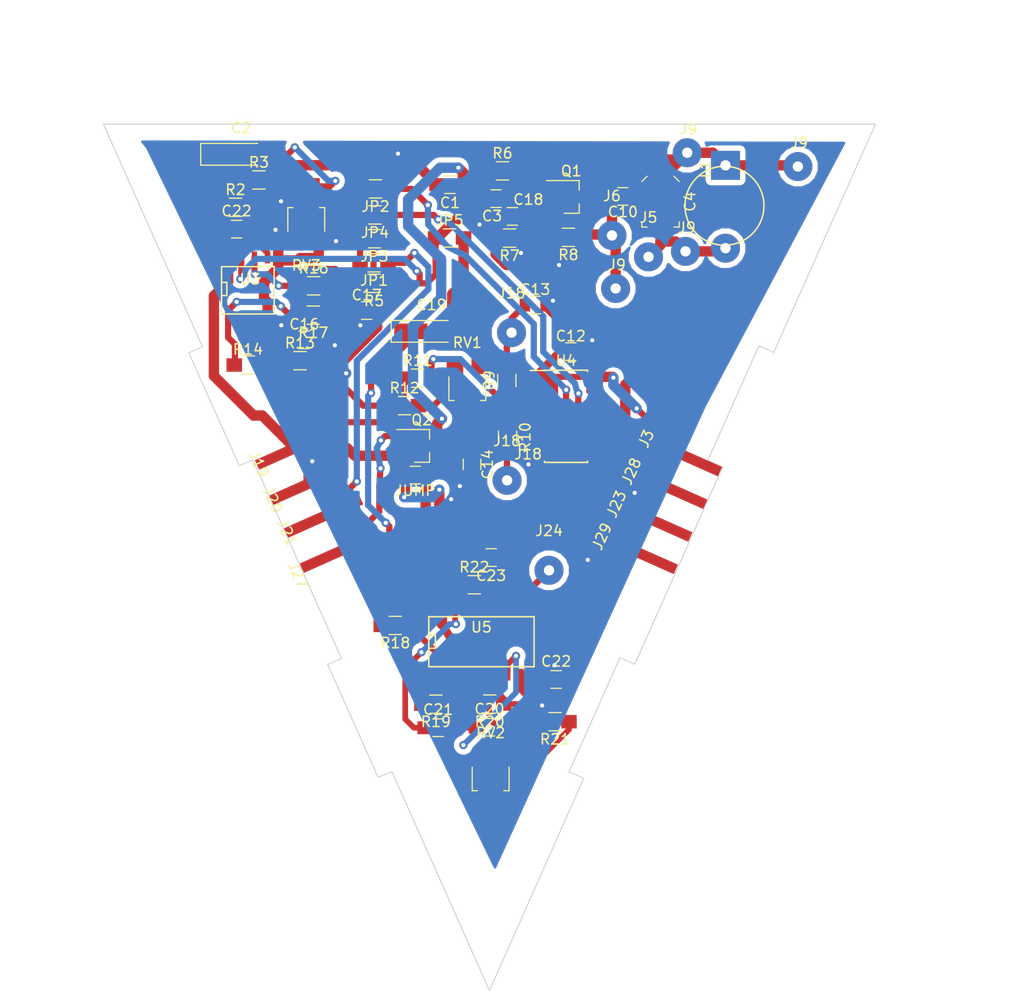
<source format=kicad_pcb>
(kicad_pcb (version 20170123) (host pcbnew no-vcs-found)

  (general
    (thickness 1.6)
    (drawings 23)
    (tracks 547)
    (zones 0)
    (modules 69)
    (nets 38)
  )

  (page A4)
  (layers
    (0 F.Cu signal)
    (31 B.Cu signal)
    (32 B.Adhes user)
    (33 F.Adhes user)
    (34 B.Paste user)
    (35 F.Paste user)
    (36 B.SilkS user)
    (37 F.SilkS user)
    (38 B.Mask user)
    (39 F.Mask user)
    (40 Dwgs.User user)
    (41 Cmts.User user)
    (42 Eco1.User user)
    (43 Eco2.User user)
    (44 Edge.Cuts user)
    (45 Margin user)
    (46 B.CrtYd user)
    (47 F.CrtYd user)
    (48 B.Fab user)
    (49 F.Fab user)
  )

  (setup
    (last_trace_width 1)
    (user_trace_width 0.4)
    (user_trace_width 0.55)
    (user_trace_width 0.6)
    (user_trace_width 0.8)
    (user_trace_width 1)
    (trace_clearance 0.2)
    (zone_clearance 0.508)
    (zone_45_only no)
    (trace_min 0.2)
    (segment_width 0.2)
    (edge_width 0.2)
    (via_size 0.8)
    (via_drill 0.4)
    (via_min_size 0.4)
    (via_min_drill 0.3)
    (uvia_size 0.3)
    (uvia_drill 0.1)
    (uvias_allowed no)
    (uvia_min_size 0.2)
    (uvia_min_drill 0.1)
    (pcb_text_width 0.3)
    (pcb_text_size 1.5 1.5)
    (mod_edge_width 0.15)
    (mod_text_size 1 1)
    (mod_text_width 0.15)
    (pad_size 1.5 1.25)
    (pad_drill 0)
    (pad_to_mask_clearance 0.2)
    (aux_axis_origin 0 0)
    (visible_elements 7FFFF7FF)
    (pcbplotparams
      (layerselection 0x010c0_ffffffff)
      (usegerberextensions false)
      (excludeedgelayer true)
      (linewidth 0.050000)
      (plotframeref false)
      (viasonmask false)
      (mode 1)
      (useauxorigin false)
      (hpglpennumber 1)
      (hpglpenspeed 20)
      (hpglpendiameter 15)
      (psnegative false)
      (psa4output false)
      (plotreference true)
      (plotvalue true)
      (plotinvisibletext false)
      (padsonsilk false)
      (subtractmaskfromsilk false)
      (outputformat 1)
      (mirror false)
      (drillshape 0)
      (scaleselection 1)
      (outputdirectory ""))
  )

  (net 0 "")
  (net 1 GND)
  (net 2 "Net-(C1-Pad1)")
  (net 3 "Net-(C2-Pad2)")
  (net 4 "Net-(C2-Pad1)")
  (net 5 "Net-(C18-Pad1)")
  (net 6 "Net-(C10-Pad1)")
  (net 7 "Net-(C10-Pad2)")
  (net 8 VCC)
  (net 9 "Net-(C13-Pad1)")
  (net 10 "Net-(C14-Pad1)")
  (net 11 "Net-(C16-Pad2)")
  (net 12 "/fm radio/THER_OUT")
  (net 13 "Net-(C18-Pad2)")
  (net 14 "Net-(C19-Pad2)")
  (net 15 "Net-(C19-Pad1)")
  (net 16 "Net-(C20-Pad1)")
  (net 17 "Net-(C20-Pad2)")
  (net 18 "Net-(C21-Pad1)")
  (net 19 "Net-(C23-Pad1)")
  (net 20 "/fm radio/PWM_LF_OUTT")
  (net 21 "/fm radio/HF_OUTT")
  (net 22 "Net-(J24-Pad1)")
  (net 23 "/fm radio/RF_EN")
  (net 24 "/fm radio/555_OUTT")
  (net 25 "Net-(JP1-Pad2)")
  (net 26 "Net-(R16-Pad1)")
  (net 27 "Net-(R11-Pad2)")
  (net 28 "Net-(R10-Pad1)")
  (net 29 "Net-(R11-Pad1)")
  (net 30 "Net-(R12-Pad2)")
  (net 31 "Net-(R12-Pad1)")
  (net 32 "Net-(R14-Pad1)")
  (net 33 "Net-(R18-Pad1)")
  (net 34 "Net-(R19-Pad1)")
  (net 35 "Net-(R20-Pad1)")
  (net 36 "Net-(R21-Pad1)")
  (net 37 "Net-(R22-Pad2)")

  (net_class Default "This is the default net class."
    (clearance 0.2)
    (trace_width 0.25)
    (via_dia 0.8)
    (via_drill 0.4)
    (uvia_dia 0.3)
    (uvia_drill 0.1)
    (add_net "/fm radio/555_OUTT")
    (add_net "/fm radio/HF_OUTT")
    (add_net "/fm radio/PWM_LF_OUTT")
    (add_net "/fm radio/RF_EN")
    (add_net "/fm radio/THER_OUT")
    (add_net GND)
    (add_net "Net-(C1-Pad1)")
    (add_net "Net-(C10-Pad1)")
    (add_net "Net-(C10-Pad2)")
    (add_net "Net-(C13-Pad1)")
    (add_net "Net-(C14-Pad1)")
    (add_net "Net-(C16-Pad2)")
    (add_net "Net-(C18-Pad1)")
    (add_net "Net-(C18-Pad2)")
    (add_net "Net-(C19-Pad1)")
    (add_net "Net-(C19-Pad2)")
    (add_net "Net-(C2-Pad1)")
    (add_net "Net-(C2-Pad2)")
    (add_net "Net-(C20-Pad1)")
    (add_net "Net-(C20-Pad2)")
    (add_net "Net-(C21-Pad1)")
    (add_net "Net-(C23-Pad1)")
    (add_net "Net-(J24-Pad1)")
    (add_net "Net-(JP1-Pad2)")
    (add_net "Net-(R10-Pad1)")
    (add_net "Net-(R11-Pad1)")
    (add_net "Net-(R11-Pad2)")
    (add_net "Net-(R12-Pad1)")
    (add_net "Net-(R12-Pad2)")
    (add_net "Net-(R14-Pad1)")
    (add_net "Net-(R16-Pad1)")
    (add_net "Net-(R18-Pad1)")
    (add_net "Net-(R19-Pad1)")
    (add_net "Net-(R20-Pad1)")
    (add_net "Net-(R21-Pad1)")
    (add_net "Net-(R22-Pad2)")
    (add_net VCC)
  )

  (module Capacitors_SMD:C_0805 (layer F.Cu) (tedit 5B5303EC) (tstamp 5B530448)
    (at 223.4565 75.6285 180)
    (descr "Capacitor SMD 0805, reflow soldering, AVX (see smccp.pdf)")
    (tags "capacitor 0805")
    (path /5B3BD90D/5B3C700E)
    (attr smd)
    (fp_text reference JUMP (at 0 -1.5 180) (layer F.SilkS)
      (effects (font (size 1 1) (thickness 0.15)))
    )
    (fp_text value 100pF (at 0 1.75 180) (layer F.Fab)
      (effects (font (size 1 1) (thickness 0.15)))
    )
    (fp_text user J (at 0 -1.5 180) (layer F.Fab)
      (effects (font (size 1 1) (thickness 0.15)))
    )
    (fp_line (start -1 0.62) (end -1 -0.62) (layer F.Fab) (width 0.1))
    (fp_line (start 1 0.62) (end -1 0.62) (layer F.Fab) (width 0.1))
    (fp_line (start 1 -0.62) (end 1 0.62) (layer F.Fab) (width 0.1))
    (fp_line (start -1 -0.62) (end 1 -0.62) (layer F.Fab) (width 0.1))
    (fp_line (start 0.5 -0.85) (end -0.5 -0.85) (layer F.SilkS) (width 0.12))
    (fp_line (start -0.5 0.85) (end 0.5 0.85) (layer F.SilkS) (width 0.12))
    (fp_line (start -1.75 -0.88) (end 1.75 -0.88) (layer F.CrtYd) (width 0.05))
    (fp_line (start -1.75 -0.88) (end -1.75 0.87) (layer F.CrtYd) (width 0.05))
    (fp_line (start 1.75 0.87) (end 1.75 -0.88) (layer F.CrtYd) (width 0.05))
    (fp_line (start 1.75 0.87) (end -1.75 0.87) (layer F.CrtYd) (width 0.05))
    (pad 1 smd rect (at -1 0 180) (size 1 1.25) (layers F.Cu F.Paste F.Mask)
      (net 2 "Net-(C1-Pad1)"))
    (pad 2 smd rect (at 1 0 180) (size 1 1.25) (layers F.Cu F.Paste F.Mask)
      (net 8 VCC))
    (model Capacitors_SMD.3dshapes/C_0805.wrl
      (at (xyz 0 0 0))
      (scale (xyz 1 1 1))
      (rotate (xyz 0 0 0))
    )
  )

  (module Wire_Pads:SolderWirePad_single_1mmDrill (layer F.Cu) (tedit 5B519DEB) (tstamp 5B51AFFE)
    (at 260.3881 45.8343)
    (path /5B3BD90D/5B3BDCAA)
    (fp_text reference J9 (at 0.127 -2.286) (layer F.SilkS)
      (effects (font (size 1 1) (thickness 0.15)))
    )
    (fp_text value coil (at 0.0635 2.286) (layer F.Fab)
      (effects (font (size 1 1) (thickness 0.15)))
    )
    (pad 1 thru_hole circle (at 0 0) (size 2.8 2.8) (drill 1.00076) (layers *.Cu *.Mask)
      (net 2 "Net-(C1-Pad1)"))
  )

  (module Wire_Pads:SolderWirePad_single_1mmDrill (layer F.Cu) (tedit 5B5069F3) (tstamp 5B5070E8)
    (at 232.3211 76.1365)
    (path /5B3BD90D/5B3C8C35)
    (fp_text reference J18 (at 0 -3.81) (layer F.SilkS)
      (effects (font (size 1 1) (thickness 0.15)))
    )
    (fp_text value CONN_01X01 (at -1.905 3.175) (layer F.Fab)
      (effects (font (size 1 1) (thickness 0.15)))
    )
    (pad 1 thru_hole circle (at 0 0) (size 2.8 2.8) (drill 1.00076) (layers *.Cu *.Mask)
      (net 10 "Net-(C14-Pad1)"))
  )

  (module Wire_Pads:SolderWirePad_single_1mmDrill (layer F.Cu) (tedit 5B506918) (tstamp 5B506B71)
    (at 232.7529 61.8744)
    (path /5B3BD90D/5B3C8C35)
    (fp_text reference J18 (at 0 -3.81) (layer F.SilkS)
      (effects (font (size 1 1) (thickness 0.15)))
    )
    (fp_text value CONN_01X01 (at -1.905 3.175) (layer F.Fab)
      (effects (font (size 1 1) (thickness 0.15)))
    )
    (pad 1 thru_hole circle (at 0 0) (size 2.8 2.8) (drill 1.00076) (layers *.Cu *.Mask)
      (net 9 "Net-(C13-Pad1)"))
  )

  (module new_kicad:Potentiometer_Trimmer-23Breichelt_larger (layer F.Cu) (tedit 5B507291) (tstamp 5B4FC879)
    (at 228.4857 66.675 180)
    (descr http://www.comkey.in/sites/default/files/attachments/EVM3ESX50B15.pdf)
    (tags "trimmer smd")
    (path /5B3BD90D/5B3C7A6D)
    (attr smd)
    (fp_text reference RV1 (at 0 3.83 180) (layer F.SilkS)
      (effects (font (size 1 1) (thickness 0.15)))
    )
    (fp_text value 10K (at 0 -3.79 180) (layer F.Fab)
      (effects (font (size 1 1) (thickness 0.15)))
    )
    (fp_circle (center 0 0.03) (end 0 -1.52) (layer F.Fab) (width 0.1))
    (fp_circle (center 0 0.03) (end 0 -1.18) (layer F.Fab) (width 0.1))
    (fp_circle (center 0 0.03) (end 0 -0.23) (layer F.Fab) (width 0.1))
    (fp_line (start -1.55 -1.52) (end 1.55 -1.52) (layer F.Fab) (width 0.1))
    (fp_line (start 1.55 -1.52) (end 1.55 1.73) (layer F.Fab) (width 0.1))
    (fp_line (start 1.55 1.73) (end -1.55 1.73) (layer F.Fab) (width 0.1))
    (fp_line (start -1.55 1.73) (end -1.55 -1.52) (layer F.Fab) (width 0.1))
    (fp_line (start -0.25 -0.97) (end 0.25 -0.97) (layer F.Fab) (width 0.1))
    (fp_line (start 0.25 -0.97) (end 0.25 -0.23) (layer F.Fab) (width 0.1))
    (fp_line (start 0.25 -0.23) (end 1 -0.23) (layer F.Fab) (width 0.1))
    (fp_line (start 1 -0.23) (end 1 0.28) (layer F.Fab) (width 0.1))
    (fp_line (start 1 0.28) (end 0.25 0.28) (layer F.Fab) (width 0.1))
    (fp_line (start 0.25 0.28) (end 0.25 1.02) (layer F.Fab) (width 0.1))
    (fp_line (start 0.25 1.02) (end -0.25 1.02) (layer F.Fab) (width 0.1))
    (fp_line (start -0.25 1.02) (end -0.25 0.28) (layer F.Fab) (width 0.1))
    (fp_line (start -0.25 0.28) (end -1 0.28) (layer F.Fab) (width 0.1))
    (fp_line (start -1 0.28) (end -1 -0.23) (layer F.Fab) (width 0.1))
    (fp_line (start -1 -0.23) (end -0.25 -0.23) (layer F.Fab) (width 0.1))
    (fp_line (start -0.25 -0.23) (end -0.25 -0.97) (layer F.Fab) (width 0.1))
    (fp_line (start -1.55 1.32) (end -0.9 1.32) (layer F.Fab) (width 0.1))
    (fp_line (start -0.9 1.32) (end -0.9 1.73) (layer F.Fab) (width 0.1))
    (fp_line (start 1.55 1.38) (end 0.9 1.38) (layer F.Fab) (width 0.1))
    (fp_line (start 0.9 1.38) (end 0.9 1.73) (layer F.Fab) (width 0.1))
    (fp_line (start -2.2 2.45) (end -2.2 -2.6) (layer F.CrtYd) (width 0.05))
    (fp_line (start -2.2 -2.6) (end 2.2 -2.6) (layer F.CrtYd) (width 0.05))
    (fp_line (start 2.2 -2.6) (end 2.2 2.45) (layer F.CrtYd) (width 0.05))
    (fp_line (start 2.2 2.45) (end -2.2 2.45) (layer F.CrtYd) (width 0.05))
    (fp_line (start -1.78 0.53) (end -1.78 -1.75) (layer F.SilkS) (width 0.12))
    (fp_line (start -1.78 -1.75) (end -1.27 -1.75) (layer F.SilkS) (width 0.12))
    (fp_line (start 1.27 -1.75) (end 1.78 -1.75) (layer F.SilkS) (width 0.12))
    (fp_line (start 1.78 -1.75) (end 1.78 0.53) (layer F.SilkS) (width 0.12))
    (pad 2 smd rect (at 0 -3.8 180) (size 2.6 1.6) (layers F.Cu F.Paste F.Mask)
      (net 28 "Net-(R10-Pad1)"))
    (pad 3 smd rect (at 1.2 1.6 180) (size 1.6 1.6) (layers F.Cu F.Paste F.Mask)
      (net 30 "Net-(R12-Pad2)"))
    (pad 1 smd rect (at -1.2 1.6 180) (size 1.6 1.6) (layers F.Cu F.Paste F.Mask))
  )

  (module new_kicad:Potentiometer_Trimmer-23Breichelt (layer F.Cu) (tedit 5B4F8475) (tstamp 5B4FC8C5)
    (at 212.9409 51.5493)
    (descr http://www.comkey.in/sites/default/files/attachments/EVM3ESX50B15.pdf)
    (tags "trimmer smd")
    (path /5B3BD90D/5B467D8A)
    (attr smd)
    (fp_text reference RV3 (at 0 3.83) (layer F.SilkS)
      (effects (font (size 1 1) (thickness 0.15)))
    )
    (fp_text value 10K (at 0 -3.79) (layer F.Fab)
      (effects (font (size 1 1) (thickness 0.15)))
    )
    (fp_circle (center 0 0.03) (end 0 -1.52) (layer F.Fab) (width 0.1))
    (fp_circle (center 0 0.03) (end 0 -1.18) (layer F.Fab) (width 0.1))
    (fp_circle (center 0 0.03) (end 0 -0.23) (layer F.Fab) (width 0.1))
    (fp_line (start -1.55 -1.52) (end 1.55 -1.52) (layer F.Fab) (width 0.1))
    (fp_line (start 1.55 -1.52) (end 1.55 1.73) (layer F.Fab) (width 0.1))
    (fp_line (start 1.55 1.73) (end -1.55 1.73) (layer F.Fab) (width 0.1))
    (fp_line (start -1.55 1.73) (end -1.55 -1.52) (layer F.Fab) (width 0.1))
    (fp_line (start -0.25 -0.97) (end 0.25 -0.97) (layer F.Fab) (width 0.1))
    (fp_line (start 0.25 -0.97) (end 0.25 -0.23) (layer F.Fab) (width 0.1))
    (fp_line (start 0.25 -0.23) (end 1 -0.23) (layer F.Fab) (width 0.1))
    (fp_line (start 1 -0.23) (end 1 0.28) (layer F.Fab) (width 0.1))
    (fp_line (start 1 0.28) (end 0.25 0.28) (layer F.Fab) (width 0.1))
    (fp_line (start 0.25 0.28) (end 0.25 1.02) (layer F.Fab) (width 0.1))
    (fp_line (start 0.25 1.02) (end -0.25 1.02) (layer F.Fab) (width 0.1))
    (fp_line (start -0.25 1.02) (end -0.25 0.28) (layer F.Fab) (width 0.1))
    (fp_line (start -0.25 0.28) (end -1 0.28) (layer F.Fab) (width 0.1))
    (fp_line (start -1 0.28) (end -1 -0.23) (layer F.Fab) (width 0.1))
    (fp_line (start -1 -0.23) (end -0.25 -0.23) (layer F.Fab) (width 0.1))
    (fp_line (start -0.25 -0.23) (end -0.25 -0.97) (layer F.Fab) (width 0.1))
    (fp_line (start -1.55 1.32) (end -0.9 1.32) (layer F.Fab) (width 0.1))
    (fp_line (start -0.9 1.32) (end -0.9 1.73) (layer F.Fab) (width 0.1))
    (fp_line (start 1.55 1.38) (end 0.9 1.38) (layer F.Fab) (width 0.1))
    (fp_line (start 0.9 1.38) (end 0.9 1.73) (layer F.Fab) (width 0.1))
    (fp_line (start -2.2 2.45) (end -2.2 -2.6) (layer F.CrtYd) (width 0.05))
    (fp_line (start -2.2 -2.6) (end 2.2 -2.6) (layer F.CrtYd) (width 0.05))
    (fp_line (start 2.2 -2.6) (end 2.2 2.45) (layer F.CrtYd) (width 0.05))
    (fp_line (start 2.2 2.45) (end -2.2 2.45) (layer F.CrtYd) (width 0.05))
    (fp_line (start -1.78 0.53) (end -1.78 -1.75) (layer F.SilkS) (width 0.12))
    (fp_line (start -1.78 -1.75) (end -1.27 -1.75) (layer F.SilkS) (width 0.12))
    (fp_line (start 1.27 -1.75) (end 1.78 -1.75) (layer F.SilkS) (width 0.12))
    (fp_line (start 1.78 -1.75) (end 1.78 0.53) (layer F.SilkS) (width 0.12))
    (pad 2 smd rect (at 0 -3.8) (size 2.6 1.6) (layers F.Cu F.Paste F.Mask)
      (net 3 "Net-(C2-Pad2)"))
    (pad 3 smd rect (at 1.2 1.6) (size 1.6 1.6) (layers F.Cu F.Paste F.Mask)
      (net 1 GND))
    (pad 1 smd rect (at -1.2 1.6) (size 1.6 1.6) (layers F.Cu F.Paste F.Mask)
      (net 25 "Net-(JP1-Pad2)"))
  )

  (module Wire_Pads:SolderWirePad_single_1mmDrill (layer F.Cu) (tedit 5B4E4327) (tstamp 5B5D9856)
    (at 249.5423 54.0258)
    (path /5B3BD90D/5B3BDCAA)
    (fp_text reference J9 (at 0.127 -2.286) (layer F.SilkS)
      (effects (font (size 1 1) (thickness 0.15)))
    )
    (fp_text value C (at -1.905 3.175) (layer F.Fab)
      (effects (font (size 1 1) (thickness 0.15)))
    )
    (pad 1 thru_hole circle (at 0 0) (size 2.8 2.8) (drill 1.00076) (layers *.Cu *.Mask)
      (net 6 "Net-(C10-Pad1)"))
  )

  (module Wire_Pads:SolderWirePad_single_1mmDrill (layer F.Cu) (tedit 5B4E4321) (tstamp 5B5D5A90)
    (at 249.7074 44.5008)
    (path /5B3BD90D/5B3BDCAA)
    (fp_text reference J9 (at 0.127 -2.286) (layer F.SilkS)
      (effects (font (size 1 1) (thickness 0.15)))
    )
    (fp_text value C (at -1.905 3.175) (layer F.Fab)
      (effects (font (size 1 1) (thickness 0.15)))
    )
    (pad 1 thru_hole circle (at 0 0) (size 2.8 2.8) (drill 1.00076) (layers *.Cu *.Mask)
      (net 2 "Net-(C1-Pad1)"))
  )

  (module Inductors:INDUCTOR_V (layer F.Cu) (tedit 5B4F82F0) (tstamp 5B4FC5EF)
    (at 253.4031 45.72 270)
    (descr "Inductor (vertical)")
    (tags INDUCTOR)
    (path /5B3BD90D/5B3BDCDF)
    (fp_text reference L1 (at 0.3683 1.9685 270) (layer F.SilkS)
      (effects (font (size 1 1) (thickness 0.15)))
    )
    (fp_text value COIL (at -0.254 -1.2954 270) (layer F.Fab)
      (effects (font (size 1 1) (thickness 0.15)))
    )
    (fp_circle (center 3.9 0.1) (end 7.71 0.1) (layer F.SilkS) (width 0.15))
    (pad 1 thru_hole rect (at 0 0 270) (size 2.8 2.8) (drill 1) (layers *.Cu *.Mask)
      (net 2 "Net-(C1-Pad1)"))
    (pad 2 thru_hole circle (at 8 0 270) (size 2.8 2.8) (drill 1) (layers *.Cu *.Mask)
      (net 6 "Net-(C10-Pad1)"))
    (model Inductors.3dshapes/INDUCTOR_V.wrl
      (at (xyz 0 0 0))
      (scale (xyz 2 2 2))
      (rotate (xyz 0 0 0))
    )
  )

  (module Wire_Pads:SolderWirePad_single_SMD_5x10mm (layer F.Cu) (tedit 5B4D1222) (tstamp 5B586826)
    (at 249.2248 73.6727 66)
    (descr "Wire Pad, Square, SMD Pad,  5mm x 10mm,")
    (tags "MesurementPoint Square SMDPad 5mmx10mm ")
    (path /5B3F67D9)
    (attr smd)
    (fp_text reference J3 (at 0 -3.81 66) (layer F.SilkS)
      (effects (font (size 1 1) (thickness 0.15)))
    )
    (fp_text value BREAKOUT (at 0 6.35 66) (layer F.Fab)
      (effects (font (size 1 1) (thickness 0.15)))
    )
    (fp_line (start -2.75 -5.25) (end -2.75 5.249999) (layer F.CrtYd) (width 0.05))
    (fp_line (start -2.75 5.249999) (end 2.75 5.25) (layer F.CrtYd) (width 0.05))
    (fp_line (start 2.75 5.25) (end 2.75 -5.249999) (layer F.CrtYd) (width 0.05))
    (fp_line (start 2.75 -5.249999) (end -2.75 -5.25) (layer F.CrtYd) (width 0.05))
    (pad 1 smd rect (at 0 0 66) (size 1 8) (layers F.Cu F.Mask)
      (net 8 VCC))
  )

  (module Capacitors_SMD:C_0805_HandSoldering (layer F.Cu) (tedit 58AA84A8) (tstamp 5B57E9FD)
    (at 206.2099 51.8795)
    (descr "Capacitor SMD 0805, hand soldering")
    (tags "capacitor 0805")
    (path /5B3BD90D/5B3C6146)
    (attr smd)
    (fp_text reference C22 (at 0 -1.75) (layer F.SilkS)
      (effects (font (size 1 1) (thickness 0.15)))
    )
    (fp_text value 100nF (at 0 1.75) (layer F.Fab)
      (effects (font (size 1 1) (thickness 0.15)))
    )
    (fp_text user %R (at 0 -1.75) (layer F.Fab)
      (effects (font (size 1 1) (thickness 0.15)))
    )
    (fp_line (start -1 0.62) (end -1 -0.62) (layer F.Fab) (width 0.1))
    (fp_line (start 1 0.62) (end -1 0.62) (layer F.Fab) (width 0.1))
    (fp_line (start 1 -0.62) (end 1 0.62) (layer F.Fab) (width 0.1))
    (fp_line (start -1 -0.62) (end 1 -0.62) (layer F.Fab) (width 0.1))
    (fp_line (start 0.5 -0.85) (end -0.5 -0.85) (layer F.SilkS) (width 0.12))
    (fp_line (start -0.5 0.85) (end 0.5 0.85) (layer F.SilkS) (width 0.12))
    (fp_line (start -2.25 -0.88) (end 2.25 -0.88) (layer F.CrtYd) (width 0.05))
    (fp_line (start -2.25 -0.88) (end -2.25 0.87) (layer F.CrtYd) (width 0.05))
    (fp_line (start 2.25 0.87) (end 2.25 -0.88) (layer F.CrtYd) (width 0.05))
    (fp_line (start 2.25 0.87) (end -2.25 0.87) (layer F.CrtYd) (width 0.05))
    (pad 1 smd rect (at -1.25 0) (size 1.5 1.25) (layers F.Cu F.Paste F.Mask)
      (net 8 VCC))
    (pad 2 smd rect (at 1.25 0) (size 1.5 1.25) (layers F.Cu F.Paste F.Mask)
      (net 1 GND))
    (model Capacitors_SMD.3dshapes/C_0805.wrl
      (at (xyz 0 0 0))
      (scale (xyz 1 1 1))
      (rotate (xyz 0 0 0))
    )
  )

  (module Housings_SOIC:SOIC-14_3.9x8.7mm_Pitch1.27mm (layer F.Cu) (tedit 5B4D0E5A) (tstamp 5B4FC94A)
    (at 238.0107 69.9516)
    (descr "14-Lead Plastic Small Outline (SL) - Narrow, 3.90 mm Body [SOIC] (see Microchip Packaging Specification 00000049BS.pdf)")
    (tags "SOIC 1.27")
    (path /5B3BD90D/5B3C40F4)
    (attr smd)
    (fp_text reference U4 (at 0 -5.375) (layer F.SilkS)
      (effects (font (size 1 1) (thickness 0.15)))
    )
    (fp_text value HEF4093B (at 0 5.375) (layer F.Fab)
      (effects (font (size 1 1) (thickness 0.15)))
    )
    (fp_line (start -2.075 -4.425) (end -3.45 -4.425) (layer F.SilkS) (width 0.15))
    (fp_line (start -2.075 4.45) (end 2.075 4.45) (layer F.SilkS) (width 0.15))
    (fp_line (start -2.075 -4.45) (end 2.075 -4.45) (layer F.SilkS) (width 0.15))
    (fp_line (start -2.075 4.45) (end -2.075 4.335) (layer F.SilkS) (width 0.15))
    (fp_line (start 2.075 4.45) (end 2.075 4.335) (layer F.SilkS) (width 0.15))
    (fp_line (start 2.075 -4.45) (end 2.075 -4.335) (layer F.SilkS) (width 0.15))
    (fp_line (start -2.075 -4.45) (end -2.075 -4.425) (layer F.SilkS) (width 0.15))
    (fp_line (start -3.7 4.65) (end 3.7 4.65) (layer F.CrtYd) (width 0.05))
    (fp_line (start -3.7 -4.65) (end 3.7 -4.65) (layer F.CrtYd) (width 0.05))
    (fp_line (start 3.7 -4.65) (end 3.7 4.65) (layer F.CrtYd) (width 0.05))
    (fp_line (start -3.7 -4.65) (end -3.7 4.65) (layer F.CrtYd) (width 0.05))
    (fp_line (start -1.95 -3.35) (end -0.95 -4.35) (layer F.Fab) (width 0.15))
    (fp_line (start -1.95 4.35) (end -1.95 -3.35) (layer F.Fab) (width 0.15))
    (fp_line (start 1.95 4.35) (end -1.95 4.35) (layer F.Fab) (width 0.15))
    (fp_line (start 1.95 -4.35) (end 1.95 4.35) (layer F.Fab) (width 0.15))
    (fp_line (start -0.95 -4.35) (end 1.95 -4.35) (layer F.Fab) (width 0.15))
    (fp_text user %R (at 0 0) (layer F.Fab)
      (effects (font (size 0.9 0.9) (thickness 0.135)))
    )
    (pad 14 smd rect (at 2.7 -3.81) (size 1.5 0.6) (layers F.Cu F.Paste F.Mask)
      (net 8 VCC))
    (pad 13 smd rect (at 2.7 -2.54) (size 1.5 0.6) (layers F.Cu F.Paste F.Mask))
    (pad 12 smd rect (at 2.7 -1.27) (size 1.5 0.6) (layers F.Cu F.Paste F.Mask))
    (pad 11 smd rect (at 2.7 0) (size 1.5 0.6) (layers F.Cu F.Paste F.Mask))
    (pad 10 smd rect (at 2.7 1.27) (size 1.5 0.6) (layers F.Cu F.Paste F.Mask))
    (pad 9 smd rect (at 2.7 2.54) (size 1.5 0.6) (layers F.Cu F.Paste F.Mask))
    (pad 8 smd rect (at 2.7 3.81) (size 1.5 0.6) (layers F.Cu F.Paste F.Mask))
    (pad 7 smd rect (at -2.7 3.81) (size 1.5 0.6) (layers F.Cu F.Paste F.Mask)
      (net 1 GND))
    (pad 6 smd rect (at -2.7 2.54) (size 1.5 0.6) (layers F.Cu F.Paste F.Mask)
      (net 10 "Net-(C14-Pad1)"))
    (pad 5 smd rect (at -2.7 1.27) (size 1.5 0.6) (layers F.Cu F.Paste F.Mask)
      (net 8 VCC))
    (pad 4 smd rect (at -2.7 0) (size 1.5 0.6) (layers F.Cu F.Paste F.Mask)
      (net 30 "Net-(R12-Pad2)"))
    (pad 3 smd rect (at -2.7 -1.27) (size 1.5 0.6) (layers F.Cu F.Paste F.Mask)
      (net 27 "Net-(R11-Pad2)"))
    (pad 2 smd rect (at -2.7 -2.54) (size 1.5 0.6) (layers F.Cu F.Paste F.Mask)
      (net 9 "Net-(C13-Pad1)"))
    (pad 1 smd rect (at -2.7 -3.81) (size 1.5 0.6) (layers F.Cu F.Paste F.Mask)
      (net 8 VCC))
    (model Housings_SOIC.3dshapes/SOIC-14_3.9x8.7mm_Pitch1.27mm.wrl
      (at (xyz 0 0 0))
      (scale (xyz 1 1 1))
      (rotate (xyz 0 0 0))
    )
  )

  (module new_kicad:Potentiometer_Trimmer-23Breichelt (layer F.Cu) (tedit 5B4729D7) (tstamp 5B4FC89F)
    (at 230.7336 104.3559 180)
    (descr http://www.comkey.in/sites/default/files/attachments/EVM3ESX50B15.pdf)
    (tags "trimmer smd")
    (path /5B3BD90D/5B3DC26B)
    (attr smd)
    (fp_text reference RV2 (at 0 3.83 180) (layer F.SilkS)
      (effects (font (size 1 1) (thickness 0.15)))
    )
    (fp_text value 2.5K (at 0 -3.79 180) (layer F.Fab)
      (effects (font (size 1 1) (thickness 0.15)))
    )
    (fp_circle (center 0 0.03) (end 0 -1.52) (layer F.Fab) (width 0.1))
    (fp_circle (center 0 0.03) (end 0 -1.18) (layer F.Fab) (width 0.1))
    (fp_circle (center 0 0.03) (end 0 -0.23) (layer F.Fab) (width 0.1))
    (fp_line (start -1.55 -1.52) (end 1.55 -1.52) (layer F.Fab) (width 0.1))
    (fp_line (start 1.55 -1.52) (end 1.55 1.73) (layer F.Fab) (width 0.1))
    (fp_line (start 1.55 1.73) (end -1.55 1.73) (layer F.Fab) (width 0.1))
    (fp_line (start -1.55 1.73) (end -1.55 -1.52) (layer F.Fab) (width 0.1))
    (fp_line (start -0.25 -0.97) (end 0.25 -0.97) (layer F.Fab) (width 0.1))
    (fp_line (start 0.25 -0.97) (end 0.25 -0.23) (layer F.Fab) (width 0.1))
    (fp_line (start 0.25 -0.23) (end 1 -0.23) (layer F.Fab) (width 0.1))
    (fp_line (start 1 -0.23) (end 1 0.28) (layer F.Fab) (width 0.1))
    (fp_line (start 1 0.28) (end 0.25 0.28) (layer F.Fab) (width 0.1))
    (fp_line (start 0.25 0.28) (end 0.25 1.02) (layer F.Fab) (width 0.1))
    (fp_line (start 0.25 1.02) (end -0.25 1.02) (layer F.Fab) (width 0.1))
    (fp_line (start -0.25 1.02) (end -0.25 0.28) (layer F.Fab) (width 0.1))
    (fp_line (start -0.25 0.28) (end -1 0.28) (layer F.Fab) (width 0.1))
    (fp_line (start -1 0.28) (end -1 -0.23) (layer F.Fab) (width 0.1))
    (fp_line (start -1 -0.23) (end -0.25 -0.23) (layer F.Fab) (width 0.1))
    (fp_line (start -0.25 -0.23) (end -0.25 -0.97) (layer F.Fab) (width 0.1))
    (fp_line (start -1.55 1.32) (end -0.9 1.32) (layer F.Fab) (width 0.1))
    (fp_line (start -0.9 1.32) (end -0.9 1.73) (layer F.Fab) (width 0.1))
    (fp_line (start 1.55 1.38) (end 0.9 1.38) (layer F.Fab) (width 0.1))
    (fp_line (start 0.9 1.38) (end 0.9 1.73) (layer F.Fab) (width 0.1))
    (fp_line (start -2.2 2.45) (end -2.2 -2.6) (layer F.CrtYd) (width 0.05))
    (fp_line (start -2.2 -2.6) (end 2.2 -2.6) (layer F.CrtYd) (width 0.05))
    (fp_line (start 2.2 -2.6) (end 2.2 2.45) (layer F.CrtYd) (width 0.05))
    (fp_line (start 2.2 2.45) (end -2.2 2.45) (layer F.CrtYd) (width 0.05))
    (fp_line (start -1.78 0.53) (end -1.78 -1.75) (layer F.SilkS) (width 0.12))
    (fp_line (start -1.78 -1.75) (end -1.27 -1.75) (layer F.SilkS) (width 0.12))
    (fp_line (start 1.27 -1.75) (end 1.78 -1.75) (layer F.SilkS) (width 0.12))
    (fp_line (start 1.78 -1.75) (end 1.78 0.53) (layer F.SilkS) (width 0.12))
    (pad 2 smd rect (at -0.1 -3.8 180) (size 2 1.3) (layers F.Cu F.Paste F.Mask)
      (net 17 "Net-(C20-Pad2)"))
    (pad 3 smd rect (at 1.2 1.6 180) (size 1.3 1.3) (layers F.Cu F.Paste F.Mask)
      (net 17 "Net-(C20-Pad2)"))
    (pad 1 smd rect (at -1.1 1.6 180) (size 1.3 1.3) (layers F.Cu F.Paste F.Mask)
      (net 36 "Net-(R21-Pad1)"))
  )

  (module Capacitors_SMD:C_0805_HandSoldering (layer F.Cu) (tedit 58AA84A8) (tstamp 5B4FC195)
    (at 226.8093 47.5869 180)
    (descr "Capacitor SMD 0805, hand soldering")
    (tags "capacitor 0805")
    (path /5B3BD90D/5B3BDCD1)
    (attr smd)
    (fp_text reference C1 (at 0 -1.75 180) (layer F.SilkS)
      (effects (font (size 1 1) (thickness 0.15)))
    )
    (fp_text value 10nF (at 0 1.75 180) (layer F.Fab)
      (effects (font (size 1 1) (thickness 0.15)))
    )
    (fp_line (start 2.25 0.87) (end -2.25 0.87) (layer F.CrtYd) (width 0.05))
    (fp_line (start 2.25 0.87) (end 2.25 -0.88) (layer F.CrtYd) (width 0.05))
    (fp_line (start -2.25 -0.88) (end -2.25 0.87) (layer F.CrtYd) (width 0.05))
    (fp_line (start -2.25 -0.88) (end 2.25 -0.88) (layer F.CrtYd) (width 0.05))
    (fp_line (start -0.5 0.85) (end 0.5 0.85) (layer F.SilkS) (width 0.12))
    (fp_line (start 0.5 -0.85) (end -0.5 -0.85) (layer F.SilkS) (width 0.12))
    (fp_line (start -1 -0.62) (end 1 -0.62) (layer F.Fab) (width 0.1))
    (fp_line (start 1 -0.62) (end 1 0.62) (layer F.Fab) (width 0.1))
    (fp_line (start 1 0.62) (end -1 0.62) (layer F.Fab) (width 0.1))
    (fp_line (start -1 0.62) (end -1 -0.62) (layer F.Fab) (width 0.1))
    (fp_text user %R (at 0 -1.75 180) (layer F.Fab)
      (effects (font (size 1 1) (thickness 0.15)))
    )
    (pad 2 smd rect (at 1.25 0 180) (size 1.5 1.25) (layers F.Cu F.Paste F.Mask)
      (net 1 GND))
    (pad 1 smd rect (at -1.25 0 180) (size 1.5 1.25) (layers F.Cu F.Paste F.Mask)
      (net 2 "Net-(C1-Pad1)"))
    (model Capacitors_SMD.3dshapes/C_0805.wrl
      (at (xyz 0 0 0))
      (scale (xyz 1 1 1))
      (rotate (xyz 0 0 0))
    )
  )

  (module Capacitors_Tantalum_SMD:CP_Tantalum_Case-A_EIA-3216-18_Hand (layer F.Cu) (tedit 5B4D097C) (tstamp 5B4FC1A9)
    (at 206.6544 44.6532)
    (descr "Tantalum capacitor, Case A, EIA 3216-18, 3.2x1.6x1.6mm, Hand soldering footprint")
    (tags "capacitor tantalum smd")
    (path /5B3BD90D/5B3BDCF8)
    (attr smd)
    (fp_text reference C2 (at 0 -2.55) (layer F.SilkS)
      (effects (font (size 1 1) (thickness 0.15)))
    )
    (fp_text value 1uF (at 0 2.55) (layer F.Fab)
      (effects (font (size 1 1) (thickness 0.15)))
    )
    (fp_line (start -3.9 -1.05) (end -3.9 1.05) (layer F.SilkS) (width 0.12))
    (fp_line (start -3.9 1.05) (end 1.6 1.05) (layer F.SilkS) (width 0.12))
    (fp_line (start -3.9 -1.05) (end 1.6 -1.05) (layer F.SilkS) (width 0.12))
    (fp_line (start -1.12 -0.8) (end -1.12 0.8) (layer F.Fab) (width 0.1))
    (fp_line (start -1.28 -0.8) (end -1.28 0.8) (layer F.Fab) (width 0.1))
    (fp_line (start 1.6 -0.8) (end -1.6 -0.8) (layer F.Fab) (width 0.1))
    (fp_line (start 1.6 0.8) (end 1.6 -0.8) (layer F.Fab) (width 0.1))
    (fp_line (start -1.6 0.8) (end 1.6 0.8) (layer F.Fab) (width 0.1))
    (fp_line (start -1.6 -0.8) (end -1.6 0.8) (layer F.Fab) (width 0.1))
    (fp_line (start 4 -1.2) (end -4 -1.2) (layer F.CrtYd) (width 0.05))
    (fp_line (start 4 1.2) (end 4 -1.2) (layer F.CrtYd) (width 0.05))
    (fp_line (start -4 1.2) (end 4 1.2) (layer F.CrtYd) (width 0.05))
    (fp_line (start -4 -1.2) (end -4 1.2) (layer F.CrtYd) (width 0.05))
    (fp_text user %R (at 0.5334 -0.1778) (layer F.Fab)
      (effects (font (size 0.7 0.7) (thickness 0.105)))
    )
    (pad 2 smd rect (at 2 0) (size 3.2 1.5) (layers F.Cu F.Paste F.Mask)
      (net 3 "Net-(C2-Pad2)"))
    (pad 1 smd rect (at -2 0) (size 3.2 1.5) (layers F.Cu F.Paste F.Mask)
      (net 4 "Net-(C2-Pad1)"))
    (model Capacitors_Tantalum_SMD.3dshapes/CP_Tantalum_Case-A_EIA-3216-18.wrl
      (at (xyz 0 0 0))
      (scale (xyz 1 1 1))
      (rotate (xyz 0 0 0))
    )
  )

  (module Capacitors_SMD:C_0805_HandSoldering (layer F.Cu) (tedit 5B5079F6) (tstamp 5B4FC1BA)
    (at 232.8291 50.6476 180)
    (descr "Capacitor SMD 0805, hand soldering")
    (tags "capacitor 0805")
    (path /5B3BD90D/5B3BDCFF)
    (attr smd)
    (fp_text reference C3 (at 1.9558 0.0381 180) (layer F.SilkS)
      (effects (font (size 1 1) (thickness 0.15)))
    )
    (fp_text value 1nF (at 0 1.75 180) (layer F.Fab)
      (effects (font (size 1 1) (thickness 0.15)))
    )
    (fp_text user %R (at -0.0254 -0.0127 180) (layer F.Fab)
      (effects (font (size 1 1) (thickness 0.15)))
    )
    (fp_line (start -1 0.62) (end -1 -0.62) (layer F.Fab) (width 0.1))
    (fp_line (start 1 0.62) (end -1 0.62) (layer F.Fab) (width 0.1))
    (fp_line (start 1 -0.62) (end 1 0.62) (layer F.Fab) (width 0.1))
    (fp_line (start -1 -0.62) (end 1 -0.62) (layer F.Fab) (width 0.1))
    (fp_line (start 0.5 -0.85) (end -0.5 -0.85) (layer F.SilkS) (width 0.12))
    (fp_line (start -0.5 0.85) (end 0.5 0.85) (layer F.SilkS) (width 0.12))
    (fp_line (start -2.25 -0.88) (end 2.25 -0.88) (layer F.CrtYd) (width 0.05))
    (fp_line (start -2.25 -0.88) (end -2.25 0.87) (layer F.CrtYd) (width 0.05))
    (fp_line (start 2.25 0.87) (end 2.25 -0.88) (layer F.CrtYd) (width 0.05))
    (fp_line (start 2.25 0.87) (end -2.25 0.87) (layer F.CrtYd) (width 0.05))
    (pad 1 smd rect (at -1.25 0 180) (size 1.5 1.25) (layers F.Cu F.Paste F.Mask)
      (net 5 "Net-(C18-Pad1)"))
    (pad 2 smd rect (at 1.25 0 180) (size 1.5 1.25) (layers F.Cu F.Paste F.Mask)
      (net 1 GND))
    (model Capacitors_SMD.3dshapes/C_0805.wrl
      (at (xyz 0 0 0))
      (scale (xyz 1 1 1))
      (rotate (xyz 0 0 0))
    )
  )

  (module Capacitors_SMD:C_Trimmer_Murata_TZC3 (layer F.Cu) (tedit 5B4F8360) (tstamp 5B4FC1D8)
    (at 247.1293 49.2252 270)
    (descr "trimmer capacitor SMD horizontal, http://www.murata.com/~/media/webrenewal/support/library/catalog/products/capacitor/trimmer/t13e.ashx?la=en-gb")
    (tags " Murata TZC3")
    (path /5B3BD90D/5B3BDC9C)
    (attr smd)
    (fp_text reference C4 (at 0 -2.85 270) (layer F.SilkS)
      (effects (font (size 1 1) (thickness 0.15)))
    )
    (fp_text value 10pF-50pF (at 0 2.85 270) (layer F.Fab)
      (effects (font (size 1 1) (thickness 0.15)))
    )
    (fp_circle (center 0 0) (end 1.6 0) (layer F.Fab) (width 0.1))
    (fp_line (start -1.95 -1.3) (end -1.65 -1.6) (layer F.Fab) (width 0.1))
    (fp_line (start -1.65 -1.6) (end 2.24 -1.6) (layer F.Fab) (width 0.1))
    (fp_line (start 2.24 -1.6) (end 2.25 -1.6) (layer F.Fab) (width 0.1))
    (fp_line (start 2.25 -1.6) (end 2.25 -1.59) (layer F.Fab) (width 0.1))
    (fp_line (start 2.25 -1.59) (end 2.25 1.59) (layer F.Fab) (width 0.1))
    (fp_line (start 2.25 1.59) (end 2.25 1.6) (layer F.Fab) (width 0.1))
    (fp_line (start 2.25 1.6) (end 2.24 1.6) (layer F.Fab) (width 0.1))
    (fp_line (start 2.24 1.6) (end -1.65 1.6) (layer F.Fab) (width 0.1))
    (fp_line (start -1.65 1.6) (end -1.95 1.3) (layer F.Fab) (width 0.1))
    (fp_line (start -1.95 1.3) (end -2.25 1) (layer F.Fab) (width 0.1))
    (fp_line (start -2.25 1) (end -2.25 -1) (layer F.Fab) (width 0.1))
    (fp_line (start -2.25 -1) (end -1.95 -1.3) (layer F.Fab) (width 0.1))
    (fp_line (start -2.45 -1.3) (end -1.95 -1.8) (layer F.SilkS) (width 0.12))
    (fp_line (start -2.45 1.3) (end -1.95 1.8) (layer F.SilkS) (width 0.12))
    (fp_line (start 2.45 -1.8) (end 1.95 -1.8) (layer F.SilkS) (width 0.12))
    (fp_line (start 2.45 -1.8) (end 2.45 -1.3) (layer F.SilkS) (width 0.12))
    (fp_line (start 2.45 1.8) (end 1.95 1.8) (layer F.SilkS) (width 0.12))
    (fp_line (start 2.45 1.8) (end 2.45 1.3) (layer F.SilkS) (width 0.12))
    (fp_line (start -2.75 -1.85) (end -2.75 1.85) (layer F.CrtYd) (width 0.05))
    (fp_line (start -2.75 1.85) (end 2.75 1.85) (layer F.CrtYd) (width 0.05))
    (fp_line (start 2.75 1.85) (end 2.75 -1.85) (layer F.CrtYd) (width 0.05))
    (fp_line (start 2.75 -1.85) (end -2.75 -1.85) (layer F.CrtYd) (width 0.05))
    (fp_text user %R (at 0 0 270) (layer F.Fab)
      (effects (font (size 0.5 0.5) (thickness 0.05)))
    )
    (pad 1 smd rect (at -2.075 0 270) (size 1.8 1.8) (layers F.Cu F.Paste F.Mask)
      (net 2 "Net-(C1-Pad1)"))
    (pad 2 smd rect (at 2.075 0 270) (size 1.8 1.8) (layers F.Cu F.Paste F.Mask)
      (net 6 "Net-(C10-Pad1)"))
    (model ${KISYS3DMOD}/Capacitors_SMD.3dshapes/C_Trimmer_Murata_TZC3.wrl
      (at (xyz 0 0 0))
      (scale (xyz 1 1 1))
      (rotate (xyz 0 0 0))
    )
  )

  (module Capacitors_SMD:C_0805 (layer F.Cu) (tedit 5B4E5F88) (tstamp 5B4FC244)
    (at 243.4971 48.7172 180)
    (descr "Capacitor SMD 0805, reflow soldering, AVX (see smccp.pdf)")
    (tags "capacitor 0805")
    (path /5B3BD90D/5B3BDD06)
    (attr smd)
    (fp_text reference C10 (at 0 -1.5 180) (layer F.SilkS)
      (effects (font (size 1 1) (thickness 0.15)))
    )
    (fp_text value "10pf or replace conns" (at 0 1.75 180) (layer F.Fab)
      (effects (font (size 1 1) (thickness 0.15)))
    )
    (fp_line (start 1.75 0.87) (end -1.75 0.87) (layer F.CrtYd) (width 0.05))
    (fp_line (start 1.75 0.87) (end 1.75 -0.88) (layer F.CrtYd) (width 0.05))
    (fp_line (start -1.75 -0.88) (end -1.75 0.87) (layer F.CrtYd) (width 0.05))
    (fp_line (start -1.75 -0.88) (end 1.75 -0.88) (layer F.CrtYd) (width 0.05))
    (fp_line (start -0.5 0.85) (end 0.5 0.85) (layer F.SilkS) (width 0.12))
    (fp_line (start 0.5 -0.85) (end -0.5 -0.85) (layer F.SilkS) (width 0.12))
    (fp_line (start -1 -0.62) (end 1 -0.62) (layer F.Fab) (width 0.1))
    (fp_line (start 1 -0.62) (end 1 0.62) (layer F.Fab) (width 0.1))
    (fp_line (start 1 0.62) (end -1 0.62) (layer F.Fab) (width 0.1))
    (fp_line (start -1 0.62) (end -1 -0.62) (layer F.Fab) (width 0.1))
    (fp_text user %R (at 0 -1.5 180) (layer F.Fab)
      (effects (font (size 1 1) (thickness 0.15)))
    )
    (pad 2 smd rect (at 1 0 180) (size 1 1.25) (layers F.Cu F.Paste F.Mask)
      (net 7 "Net-(C10-Pad2)"))
    (pad 1 smd rect (at -1 0 180) (size 1 1.25) (layers F.Cu F.Paste F.Mask)
      (net 6 "Net-(C10-Pad1)"))
    (model Capacitors_SMD.3dshapes/C_0805.wrl
      (at (xyz 0 0 0))
      (scale (xyz 1 1 1))
      (rotate (xyz 0 0 0))
    )
  )

  (module Capacitors_SMD:C_0805 (layer F.Cu) (tedit 58AA8463) (tstamp 5B4FC266)
    (at 238.4679 63.7032)
    (descr "Capacitor SMD 0805, reflow soldering, AVX (see smccp.pdf)")
    (tags "capacitor 0805")
    (path /5B3BD90D/5B3C493D)
    (attr smd)
    (fp_text reference C12 (at 0 -1.5) (layer F.SilkS)
      (effects (font (size 1 1) (thickness 0.15)))
    )
    (fp_text value 100nF (at 0 1.75) (layer F.Fab)
      (effects (font (size 1 1) (thickness 0.15)))
    )
    (fp_text user %R (at 0 -1.5) (layer F.Fab)
      (effects (font (size 1 1) (thickness 0.15)))
    )
    (fp_line (start -1 0.62) (end -1 -0.62) (layer F.Fab) (width 0.1))
    (fp_line (start 1 0.62) (end -1 0.62) (layer F.Fab) (width 0.1))
    (fp_line (start 1 -0.62) (end 1 0.62) (layer F.Fab) (width 0.1))
    (fp_line (start -1 -0.62) (end 1 -0.62) (layer F.Fab) (width 0.1))
    (fp_line (start 0.5 -0.85) (end -0.5 -0.85) (layer F.SilkS) (width 0.12))
    (fp_line (start -0.5 0.85) (end 0.5 0.85) (layer F.SilkS) (width 0.12))
    (fp_line (start -1.75 -0.88) (end 1.75 -0.88) (layer F.CrtYd) (width 0.05))
    (fp_line (start -1.75 -0.88) (end -1.75 0.87) (layer F.CrtYd) (width 0.05))
    (fp_line (start 1.75 0.87) (end 1.75 -0.88) (layer F.CrtYd) (width 0.05))
    (fp_line (start 1.75 0.87) (end -1.75 0.87) (layer F.CrtYd) (width 0.05))
    (pad 1 smd rect (at -1 0) (size 1 1.25) (layers F.Cu F.Paste F.Mask)
      (net 8 VCC))
    (pad 2 smd rect (at 1 0) (size 1 1.25) (layers F.Cu F.Paste F.Mask)
      (net 1 GND))
    (model Capacitors_SMD.3dshapes/C_0805.wrl
      (at (xyz 0 0 0))
      (scale (xyz 1 1 1))
      (rotate (xyz 0 0 0))
    )
  )

  (module Capacitors_SMD:C_0805 (layer F.Cu) (tedit 58AA8463) (tstamp 5B4FC277)
    (at 235.0389 59.2074)
    (descr "Capacitor SMD 0805, reflow soldering, AVX (see smccp.pdf)")
    (tags "capacitor 0805")
    (path /5B3BD90D/5B3C6ED1)
    (attr smd)
    (fp_text reference C13 (at 0 -1.5) (layer F.SilkS)
      (effects (font (size 1 1) (thickness 0.15)))
    )
    (fp_text value 100pF (at 0 1.75) (layer F.Fab)
      (effects (font (size 1 1) (thickness 0.15)))
    )
    (fp_line (start 1.75 0.87) (end -1.75 0.87) (layer F.CrtYd) (width 0.05))
    (fp_line (start 1.75 0.87) (end 1.75 -0.88) (layer F.CrtYd) (width 0.05))
    (fp_line (start -1.75 -0.88) (end -1.75 0.87) (layer F.CrtYd) (width 0.05))
    (fp_line (start -1.75 -0.88) (end 1.75 -0.88) (layer F.CrtYd) (width 0.05))
    (fp_line (start -0.5 0.85) (end 0.5 0.85) (layer F.SilkS) (width 0.12))
    (fp_line (start 0.5 -0.85) (end -0.5 -0.85) (layer F.SilkS) (width 0.12))
    (fp_line (start -1 -0.62) (end 1 -0.62) (layer F.Fab) (width 0.1))
    (fp_line (start 1 -0.62) (end 1 0.62) (layer F.Fab) (width 0.1))
    (fp_line (start 1 0.62) (end -1 0.62) (layer F.Fab) (width 0.1))
    (fp_line (start -1 0.62) (end -1 -0.62) (layer F.Fab) (width 0.1))
    (fp_text user %R (at 0 -1.5) (layer F.Fab)
      (effects (font (size 1 1) (thickness 0.15)))
    )
    (pad 2 smd rect (at 1 0) (size 1 1.25) (layers F.Cu F.Paste F.Mask)
      (net 1 GND))
    (pad 1 smd rect (at -1 0) (size 1 1.25) (layers F.Cu F.Paste F.Mask)
      (net 9 "Net-(C13-Pad1)"))
    (model Capacitors_SMD.3dshapes/C_0805.wrl
      (at (xyz 0 0 0))
      (scale (xyz 1 1 1))
      (rotate (xyz 0 0 0))
    )
  )

  (module Capacitors_SMD:C_0805 (layer F.Cu) (tedit 58AA8463) (tstamp 5B4FC288)
    (at 228.9429 74.5998 270)
    (descr "Capacitor SMD 0805, reflow soldering, AVX (see smccp.pdf)")
    (tags "capacitor 0805")
    (path /5B3BD90D/5B3C700E)
    (attr smd)
    (fp_text reference C14 (at 0 -1.5 270) (layer F.SilkS)
      (effects (font (size 1 1) (thickness 0.15)))
    )
    (fp_text value 100pF (at 0 1.75 270) (layer F.Fab)
      (effects (font (size 1 1) (thickness 0.15)))
    )
    (fp_line (start 1.75 0.87) (end -1.75 0.87) (layer F.CrtYd) (width 0.05))
    (fp_line (start 1.75 0.87) (end 1.75 -0.88) (layer F.CrtYd) (width 0.05))
    (fp_line (start -1.75 -0.88) (end -1.75 0.87) (layer F.CrtYd) (width 0.05))
    (fp_line (start -1.75 -0.88) (end 1.75 -0.88) (layer F.CrtYd) (width 0.05))
    (fp_line (start -0.5 0.85) (end 0.5 0.85) (layer F.SilkS) (width 0.12))
    (fp_line (start 0.5 -0.85) (end -0.5 -0.85) (layer F.SilkS) (width 0.12))
    (fp_line (start -1 -0.62) (end 1 -0.62) (layer F.Fab) (width 0.1))
    (fp_line (start 1 -0.62) (end 1 0.62) (layer F.Fab) (width 0.1))
    (fp_line (start 1 0.62) (end -1 0.62) (layer F.Fab) (width 0.1))
    (fp_line (start -1 0.62) (end -1 -0.62) (layer F.Fab) (width 0.1))
    (fp_text user %R (at 0 -1.5 270) (layer F.Fab)
      (effects (font (size 1 1) (thickness 0.15)))
    )
    (pad 2 smd rect (at 1 0 270) (size 1 1.25) (layers F.Cu F.Paste F.Mask)
      (net 1 GND))
    (pad 1 smd rect (at -1 0 270) (size 1 1.25) (layers F.Cu F.Paste F.Mask)
      (net 10 "Net-(C14-Pad1)"))
    (model Capacitors_SMD.3dshapes/C_0805.wrl
      (at (xyz 0 0 0))
      (scale (xyz 1 1 1))
      (rotate (xyz 0 0 0))
    )
  )

  (module Capacitors_SMD:C_0805 (layer F.Cu) (tedit 5B4D0BAD) (tstamp 5B4FC299)
    (at 212.7504 62.5602)
    (descr "Capacitor SMD 0805, reflow soldering, AVX (see smccp.pdf)")
    (tags "capacitor 0805")
    (path /5B3BD90D/5B3E50B9)
    (attr smd)
    (fp_text reference C16 (at 0 -1.5) (layer F.SilkS)
      (effects (font (size 1 1) (thickness 0.15)))
    )
    (fp_text value 10nF (at 0 1.75) (layer F.Fab)
      (effects (font (size 1 1) (thickness 0.15)))
    )
    (fp_text user %R (at -0.502623 -1.8168) (layer F.Fab)
      (effects (font (size 1 1) (thickness 0.15)))
    )
    (fp_line (start -1 0.62) (end -1 -0.62) (layer F.Fab) (width 0.1))
    (fp_line (start 1 0.62) (end -1 0.62) (layer F.Fab) (width 0.1))
    (fp_line (start 1 -0.62) (end 1 0.62) (layer F.Fab) (width 0.1))
    (fp_line (start -1 -0.62) (end 1 -0.62) (layer F.Fab) (width 0.1))
    (fp_line (start 0.5 -0.85) (end -0.5 -0.85) (layer F.SilkS) (width 0.12))
    (fp_line (start -0.5 0.85) (end 0.5 0.85) (layer F.SilkS) (width 0.12))
    (fp_line (start -1.75 -0.88) (end 1.75 -0.88) (layer F.CrtYd) (width 0.05))
    (fp_line (start -1.75 -0.88) (end -1.75 0.87) (layer F.CrtYd) (width 0.05))
    (fp_line (start 1.75 0.87) (end 1.75 -0.88) (layer F.CrtYd) (width 0.05))
    (fp_line (start 1.75 0.87) (end -1.75 0.87) (layer F.CrtYd) (width 0.05))
    (pad 1 smd rect (at -1 0) (size 1 1.25) (layers F.Cu F.Paste F.Mask)
      (net 1 GND))
    (pad 2 smd rect (at 1 0) (size 1 1.25) (layers F.Cu F.Paste F.Mask)
      (net 11 "Net-(C16-Pad2)"))
    (model Capacitors_SMD.3dshapes/C_0805.wrl
      (at (xyz 0 0 0))
      (scale (xyz 1 1 1))
      (rotate (xyz 0 0 0))
    )
  )

  (module Capacitors_SMD:C_0805 (layer F.Cu) (tedit 58AA8463) (tstamp 5B4FC2AA)
    (at 218.7702 59.7408)
    (descr "Capacitor SMD 0805, reflow soldering, AVX (see smccp.pdf)")
    (tags "capacitor 0805")
    (path /5B3BD90D/5B3CA24B)
    (attr smd)
    (fp_text reference C17 (at 0 -1.5) (layer F.SilkS)
      (effects (font (size 1 1) (thickness 0.15)))
    )
    (fp_text value 1nF (at 0 1.75) (layer F.Fab)
      (effects (font (size 1 1) (thickness 0.15)))
    )
    (fp_text user %R (at 0 -1.5) (layer F.Fab)
      (effects (font (size 1 1) (thickness 0.15)))
    )
    (fp_line (start -1 0.62) (end -1 -0.62) (layer F.Fab) (width 0.1))
    (fp_line (start 1 0.62) (end -1 0.62) (layer F.Fab) (width 0.1))
    (fp_line (start 1 -0.62) (end 1 0.62) (layer F.Fab) (width 0.1))
    (fp_line (start -1 -0.62) (end 1 -0.62) (layer F.Fab) (width 0.1))
    (fp_line (start 0.5 -0.85) (end -0.5 -0.85) (layer F.SilkS) (width 0.12))
    (fp_line (start -0.5 0.85) (end 0.5 0.85) (layer F.SilkS) (width 0.12))
    (fp_line (start -1.75 -0.88) (end 1.75 -0.88) (layer F.CrtYd) (width 0.05))
    (fp_line (start -1.75 -0.88) (end -1.75 0.87) (layer F.CrtYd) (width 0.05))
    (fp_line (start 1.75 0.87) (end 1.75 -0.88) (layer F.CrtYd) (width 0.05))
    (fp_line (start 1.75 0.87) (end -1.75 0.87) (layer F.CrtYd) (width 0.05))
    (pad 1 smd rect (at -1 0) (size 1 1.25) (layers F.Cu F.Paste F.Mask)
      (net 12 "/fm radio/THER_OUT"))
    (pad 2 smd rect (at 1 0) (size 1 1.25) (layers F.Cu F.Paste F.Mask)
      (net 1 GND))
    (model Capacitors_SMD.3dshapes/C_0805.wrl
      (at (xyz 0 0 0))
      (scale (xyz 1 1 1))
      (rotate (xyz 0 0 0))
    )
  )

  (module Capacitors_SMD:C_0805 (layer F.Cu) (tedit 5B5079F2) (tstamp 5B4FC2BB)
    (at 231.2543 48.9331 180)
    (descr "Capacitor SMD 0805, reflow soldering, AVX (see smccp.pdf)")
    (tags "capacitor 0805")
    (path /5B3BD90D/5B3E4C35)
    (attr smd)
    (fp_text reference C18 (at -3.1242 -0.0889 180) (layer F.SilkS)
      (effects (font (size 1 1) (thickness 0.15)))
    )
    (fp_text value 330nF (at 0 1.75 180) (layer F.Fab)
      (effects (font (size 1 1) (thickness 0.15)))
    )
    (fp_line (start 1.75 0.87) (end -1.75 0.87) (layer F.CrtYd) (width 0.05))
    (fp_line (start 1.75 0.87) (end 1.75 -0.88) (layer F.CrtYd) (width 0.05))
    (fp_line (start -1.75 -0.88) (end -1.75 0.87) (layer F.CrtYd) (width 0.05))
    (fp_line (start -1.75 -0.88) (end 1.75 -0.88) (layer F.CrtYd) (width 0.05))
    (fp_line (start -0.5 0.85) (end 0.5 0.85) (layer F.SilkS) (width 0.12))
    (fp_line (start 0.5 -0.85) (end -0.5 -0.85) (layer F.SilkS) (width 0.12))
    (fp_line (start -1 -0.62) (end 1 -0.62) (layer F.Fab) (width 0.1))
    (fp_line (start 1 -0.62) (end 1 0.62) (layer F.Fab) (width 0.1))
    (fp_line (start 1 0.62) (end -1 0.62) (layer F.Fab) (width 0.1))
    (fp_line (start -1 0.62) (end -1 -0.62) (layer F.Fab) (width 0.1))
    (fp_text user %R (at 0.8255 -0.1143 180) (layer F.Fab)
      (effects (font (size 1 1) (thickness 0.15)))
    )
    (pad 2 smd rect (at 1 0 180) (size 1 1.25) (layers F.Cu F.Paste F.Mask)
      (net 13 "Net-(C18-Pad2)"))
    (pad 1 smd rect (at -1 0 180) (size 1 1.25) (layers F.Cu F.Paste F.Mask)
      (net 5 "Net-(C18-Pad1)"))
    (model Capacitors_SMD.3dshapes/C_0805.wrl
      (at (xyz 0 0 0))
      (scale (xyz 1 1 1))
      (rotate (xyz 0 0 0))
    )
  )

  (module Capacitors_Tantalum_SMD:CP_Tantalum_Case-A_EIA-3216-18_Hand (layer F.Cu) (tedit 58CC8C08) (tstamp 5B4FC2CF)
    (at 225.0313 61.7474)
    (descr "Tantalum capacitor, Case A, EIA 3216-18, 3.2x1.6x1.6mm, Hand soldering footprint")
    (tags "capacitor tantalum smd")
    (path /5B3BD90D/5B3D91D2)
    (attr smd)
    (fp_text reference C19 (at 0 -2.55) (layer F.SilkS)
      (effects (font (size 1 1) (thickness 0.15)))
    )
    (fp_text value 10uF (at 0 2.55) (layer F.Fab)
      (effects (font (size 1 1) (thickness 0.15)))
    )
    (fp_text user %R (at 0 0) (layer F.Fab)
      (effects (font (size 0.7 0.7) (thickness 0.105)))
    )
    (fp_line (start -4 -1.2) (end -4 1.2) (layer F.CrtYd) (width 0.05))
    (fp_line (start -4 1.2) (end 4 1.2) (layer F.CrtYd) (width 0.05))
    (fp_line (start 4 1.2) (end 4 -1.2) (layer F.CrtYd) (width 0.05))
    (fp_line (start 4 -1.2) (end -4 -1.2) (layer F.CrtYd) (width 0.05))
    (fp_line (start -1.6 -0.8) (end -1.6 0.8) (layer F.Fab) (width 0.1))
    (fp_line (start -1.6 0.8) (end 1.6 0.8) (layer F.Fab) (width 0.1))
    (fp_line (start 1.6 0.8) (end 1.6 -0.8) (layer F.Fab) (width 0.1))
    (fp_line (start 1.6 -0.8) (end -1.6 -0.8) (layer F.Fab) (width 0.1))
    (fp_line (start -1.28 -0.8) (end -1.28 0.8) (layer F.Fab) (width 0.1))
    (fp_line (start -1.12 -0.8) (end -1.12 0.8) (layer F.Fab) (width 0.1))
    (fp_line (start -3.9 -1.05) (end 1.6 -1.05) (layer F.SilkS) (width 0.12))
    (fp_line (start -3.9 1.05) (end 1.6 1.05) (layer F.SilkS) (width 0.12))
    (fp_line (start -3.9 -1.05) (end -3.9 1.05) (layer F.SilkS) (width 0.12))
    (pad 1 smd rect (at -2 0) (size 3.2 1.5) (layers F.Cu F.Paste F.Mask)
      (net 15 "Net-(C19-Pad1)"))
    (pad 2 smd rect (at 2 0) (size 3.2 1.5) (layers F.Cu F.Paste F.Mask)
      (net 14 "Net-(C19-Pad2)"))
    (model Capacitors_Tantalum_SMD.3dshapes/CP_Tantalum_Case-A_EIA-3216-18.wrl
      (at (xyz 0 0 0))
      (scale (xyz 1 1 1))
      (rotate (xyz 0 0 0))
    )
  )

  (module Capacitors_SMD:C_0805_HandSoldering (layer F.Cu) (tedit 58AA84A8) (tstamp 5B4FC2E0)
    (at 230.6193 99.9744)
    (descr "Capacitor SMD 0805, hand soldering")
    (tags "capacitor 0805")
    (path /5B3BD90D/5B3DBB72)
    (attr smd)
    (fp_text reference C20 (at 0 -1.75) (layer F.SilkS)
      (effects (font (size 1 1) (thickness 0.15)))
    )
    (fp_text value 33pF (at 0 1.75) (layer F.Fab)
      (effects (font (size 1 1) (thickness 0.15)))
    )
    (fp_text user %R (at 0 -1.75) (layer F.Fab)
      (effects (font (size 1 1) (thickness 0.15)))
    )
    (fp_line (start -1 0.62) (end -1 -0.62) (layer F.Fab) (width 0.1))
    (fp_line (start 1 0.62) (end -1 0.62) (layer F.Fab) (width 0.1))
    (fp_line (start 1 -0.62) (end 1 0.62) (layer F.Fab) (width 0.1))
    (fp_line (start -1 -0.62) (end 1 -0.62) (layer F.Fab) (width 0.1))
    (fp_line (start 0.5 -0.85) (end -0.5 -0.85) (layer F.SilkS) (width 0.12))
    (fp_line (start -0.5 0.85) (end 0.5 0.85) (layer F.SilkS) (width 0.12))
    (fp_line (start -2.25 -0.88) (end 2.25 -0.88) (layer F.CrtYd) (width 0.05))
    (fp_line (start -2.25 -0.88) (end -2.25 0.87) (layer F.CrtYd) (width 0.05))
    (fp_line (start 2.25 0.87) (end 2.25 -0.88) (layer F.CrtYd) (width 0.05))
    (fp_line (start 2.25 0.87) (end -2.25 0.87) (layer F.CrtYd) (width 0.05))
    (pad 1 smd rect (at -1.25 0) (size 1.5 1.25) (layers F.Cu F.Paste F.Mask)
      (net 16 "Net-(C20-Pad1)"))
    (pad 2 smd rect (at 1.25 0) (size 1.5 1.25) (layers F.Cu F.Paste F.Mask)
      (net 17 "Net-(C20-Pad2)"))
    (model Capacitors_SMD.3dshapes/C_0805.wrl
      (at (xyz 0 0 0))
      (scale (xyz 1 1 1))
      (rotate (xyz 0 0 0))
    )
  )

  (module Capacitors_SMD:C_0805_HandSoldering (layer F.Cu) (tedit 58AA84A8) (tstamp 5B4FC2F1)
    (at 225.6663 100.0252)
    (descr "Capacitor SMD 0805, hand soldering")
    (tags "capacitor 0805")
    (path /5B3BD90D/5B3DA422)
    (attr smd)
    (fp_text reference C21 (at 0 -1.75) (layer F.SilkS)
      (effects (font (size 1 1) (thickness 0.15)))
    )
    (fp_text value 33pF (at 0 1.75) (layer F.Fab)
      (effects (font (size 1 1) (thickness 0.15)))
    )
    (fp_text user %R (at 0 -1.75) (layer F.Fab)
      (effects (font (size 1 1) (thickness 0.15)))
    )
    (fp_line (start -1 0.62) (end -1 -0.62) (layer F.Fab) (width 0.1))
    (fp_line (start 1 0.62) (end -1 0.62) (layer F.Fab) (width 0.1))
    (fp_line (start 1 -0.62) (end 1 0.62) (layer F.Fab) (width 0.1))
    (fp_line (start -1 -0.62) (end 1 -0.62) (layer F.Fab) (width 0.1))
    (fp_line (start 0.5 -0.85) (end -0.5 -0.85) (layer F.SilkS) (width 0.12))
    (fp_line (start -0.5 0.85) (end 0.5 0.85) (layer F.SilkS) (width 0.12))
    (fp_line (start -2.25 -0.88) (end 2.25 -0.88) (layer F.CrtYd) (width 0.05))
    (fp_line (start -2.25 -0.88) (end -2.25 0.87) (layer F.CrtYd) (width 0.05))
    (fp_line (start 2.25 0.87) (end 2.25 -0.88) (layer F.CrtYd) (width 0.05))
    (fp_line (start 2.25 0.87) (end -2.25 0.87) (layer F.CrtYd) (width 0.05))
    (pad 1 smd rect (at -1.25 0) (size 1.5 1.25) (layers F.Cu F.Paste F.Mask)
      (net 18 "Net-(C21-Pad1)"))
    (pad 2 smd rect (at 1.25 0) (size 1.5 1.25) (layers F.Cu F.Paste F.Mask)
      (net 16 "Net-(C20-Pad1)"))
    (model Capacitors_SMD.3dshapes/C_0805.wrl
      (at (xyz 0 0 0))
      (scale (xyz 1 1 1))
      (rotate (xyz 0 0 0))
    )
  )

  (module Capacitors_SMD:C_0805_HandSoldering (layer F.Cu) (tedit 5B530484) (tstamp 5B4FC302)
    (at 237.0582 95.3643)
    (descr "Capacitor SMD 0805, hand soldering")
    (tags "capacitor 0805")
    (path /5B3BD90D/5B3C6146)
    (attr smd)
    (fp_text reference C22 (at 0 -1.75) (layer F.SilkS)
      (effects (font (size 1 1) (thickness 0.15)))
    )
    (fp_text value 100nF (at 0 1.75) (layer F.Fab)
      (effects (font (size 1 1) (thickness 0.15)))
    )
    (fp_line (start 2.25 0.87) (end -2.25 0.87) (layer F.CrtYd) (width 0.05))
    (fp_line (start 2.25 0.87) (end 2.25 -0.88) (layer F.CrtYd) (width 0.05))
    (fp_line (start -2.25 -0.88) (end -2.25 0.87) (layer F.CrtYd) (width 0.05))
    (fp_line (start -2.25 -0.88) (end 2.25 -0.88) (layer F.CrtYd) (width 0.05))
    (fp_line (start -0.5 0.85) (end 0.5 0.85) (layer F.SilkS) (width 0.12))
    (fp_line (start 0.5 -0.85) (end -0.5 -0.85) (layer F.SilkS) (width 0.12))
    (fp_line (start -1 -0.62) (end 1 -0.62) (layer F.Fab) (width 0.1))
    (fp_line (start 1 -0.62) (end 1 0.62) (layer F.Fab) (width 0.1))
    (fp_line (start 1 0.62) (end -1 0.62) (layer F.Fab) (width 0.1))
    (fp_line (start -1 0.62) (end -1 -0.62) (layer F.Fab) (width 0.1))
    (fp_text user %R (at 0 -1.75) (layer F.Fab)
      (effects (font (size 1 1) (thickness 0.15)))
    )
    (pad 2 smd rect (at 1.25 0) (size 1.5 1.25) (layers F.Cu F.Paste F.Mask)
      (net 1 GND))
    (pad 1 smd rect (at -1.25 0) (size 1.5 1.25) (layers F.Cu F.Paste F.Mask)
      (net 2 "Net-(C1-Pad1)"))
    (model Capacitors_SMD.3dshapes/C_0805.wrl
      (at (xyz 0 0 0))
      (scale (xyz 1 1 1))
      (rotate (xyz 0 0 0))
    )
  )

  (module Capacitors_SMD:C_0805_HandSoldering (layer F.Cu) (tedit 58AA84A8) (tstamp 5B4FC313)
    (at 230.7844 83.5914 180)
    (descr "Capacitor SMD 0805, hand soldering")
    (tags "capacitor 0805")
    (path /5B3BD90D/5B3DB211)
    (attr smd)
    (fp_text reference C23 (at 0 -1.75 180) (layer F.SilkS)
      (effects (font (size 1 1) (thickness 0.15)))
    )
    (fp_text value 10pF (at 0 1.75 180) (layer F.Fab)
      (effects (font (size 1 1) (thickness 0.15)))
    )
    (fp_line (start 2.25 0.87) (end -2.25 0.87) (layer F.CrtYd) (width 0.05))
    (fp_line (start 2.25 0.87) (end 2.25 -0.88) (layer F.CrtYd) (width 0.05))
    (fp_line (start -2.25 -0.88) (end -2.25 0.87) (layer F.CrtYd) (width 0.05))
    (fp_line (start -2.25 -0.88) (end 2.25 -0.88) (layer F.CrtYd) (width 0.05))
    (fp_line (start -0.5 0.85) (end 0.5 0.85) (layer F.SilkS) (width 0.12))
    (fp_line (start 0.5 -0.85) (end -0.5 -0.85) (layer F.SilkS) (width 0.12))
    (fp_line (start -1 -0.62) (end 1 -0.62) (layer F.Fab) (width 0.1))
    (fp_line (start 1 -0.62) (end 1 0.62) (layer F.Fab) (width 0.1))
    (fp_line (start 1 0.62) (end -1 0.62) (layer F.Fab) (width 0.1))
    (fp_line (start -1 0.62) (end -1 -0.62) (layer F.Fab) (width 0.1))
    (fp_text user %R (at 0 -1.75 180) (layer F.Fab)
      (effects (font (size 1 1) (thickness 0.15)))
    )
    (pad 2 smd rect (at 1.25 0 180) (size 1.5 1.25) (layers F.Cu F.Paste F.Mask)
      (net 18 "Net-(C21-Pad1)"))
    (pad 1 smd rect (at -1.25 0 180) (size 1.5 1.25) (layers F.Cu F.Paste F.Mask)
      (net 19 "Net-(C23-Pad1)"))
    (model Capacitors_SMD.3dshapes/C_0805.wrl
      (at (xyz 0 0 0))
      (scale (xyz 1 1 1))
      (rotate (xyz 0 0 0))
    )
  )

  (module Wire_Pads:SolderWirePad_single_1mmDrill (layer F.Cu) (tedit 0) (tstamp 5B4FC41B)
    (at 245.9736 54.5592)
    (path /5B3BD90D/5B3BDCBA)
    (fp_text reference J5 (at 0 -3.81) (layer F.SilkS)
      (effects (font (size 1 1) (thickness 0.15)))
    )
    (fp_text value CAP (at -1.905 3.175) (layer F.Fab)
      (effects (font (size 1 1) (thickness 0.15)))
    )
    (pad 1 thru_hole circle (at 0 0) (size 2.8 2.8) (drill 1.00076) (layers *.Cu *.Mask)
      (net 6 "Net-(C10-Pad1)"))
  )

  (module Wire_Pads:SolderWirePad_single_1mmDrill (layer F.Cu) (tedit 5B507627) (tstamp 5B4FC420)
    (at 242.443 52.4891)
    (path /5B3BD90D/5B3BDCB3)
    (fp_text reference J6 (at 0 -3.81) (layer F.SilkS)
      (effects (font (size 1 1) (thickness 0.15)))
    )
    (fp_text value CAP (at 0.4826 2.1971) (layer F.Fab)
      (effects (font (size 1 1) (thickness 0.15)))
    )
    (pad 1 thru_hole circle (at 0 0) (size 2.8 2.8) (drill 1.00076) (layers *.Cu *.Mask)
      (net 7 "Net-(C10-Pad2)"))
  )

  (module Wire_Pads:SolderWirePad_single_1mmDrill (layer F.Cu) (tedit 5B507629) (tstamp 5B4FC46D)
    (at 242.7986 57.6072)
    (path /5B3BD90D/5B3BDCAA)
    (fp_text reference J9 (at 0.127 -2.286) (layer F.SilkS)
      (effects (font (size 1 1) (thickness 0.15)))
    )
    (fp_text value ANTENNA (at 0.2667 2.4765) (layer F.Fab)
      (effects (font (size 1 1) (thickness 0.15)))
    )
    (pad 1 thru_hole circle (at 0 0) (size 2.8 2.8) (drill 1.00076) (layers *.Cu *.Mask)
      (net 7 "Net-(C10-Pad2)"))
  )

  (module Wire_Pads:SolderWirePad_single_1mmDrill (layer F.Cu) (tedit 5B50719A) (tstamp 5B4FC4C8)
    (at 234.3531 77.4192)
    (path /5B3BD90D/5B3C8C35)
    (fp_text reference J18 (at 0 -3.81) (layer F.SilkS)
      (effects (font (size 1 1) (thickness 0.15)))
    )
    (fp_text value CONN_01X01 (at -1.905 3.175) (layer F.Fab)
      (effects (font (size 1 1) (thickness 0.15)))
    )
  )

  (module Wire_Pads:SolderWirePad_single_SMD_5x10mm (layer F.Cu) (tedit 5640A485) (tstamp 5B4FC4D1)
    (at 211.836 73.025 114)
    (descr "Wire Pad, Square, SMD Pad,  5mm x 10mm,")
    (tags "MesurementPoint Square SMDPad 5mmx10mm ")
    (path /5B3BD90D/5B3ED833)
    (attr smd)
    (fp_text reference J19 (at 0 -3.81 114) (layer F.SilkS)
      (effects (font (size 1 1) (thickness 0.15)))
    )
    (fp_text value EDGE (at 0 6.35 114) (layer F.Fab)
      (effects (font (size 1 1) (thickness 0.15)))
    )
    (fp_line (start 2.75 -5.25) (end -2.75 -5.25) (layer F.CrtYd) (width 0.05))
    (fp_line (start 2.75 5.25) (end 2.75 -5.25) (layer F.CrtYd) (width 0.05))
    (fp_line (start -2.75 5.25) (end 2.75 5.25) (layer F.CrtYd) (width 0.05))
    (fp_line (start -2.75 -5.25) (end -2.75 5.25) (layer F.CrtYd) (width 0.05))
    (pad 1 smd rect (at 0 0 114) (size 1 8) (layers F.Cu F.Mask)
      (net 8 VCC))
  )

  (module Wire_Pads:SolderWirePad_single_SMD_5x10mm (layer F.Cu) (tedit 5640A485) (tstamp 5B4FC4DA)
    (at 213.1695 76.454 114)
    (descr "Wire Pad, Square, SMD Pad,  5mm x 10mm,")
    (tags "MesurementPoint Square SMDPad 5mmx10mm ")
    (path /5B3BD90D/5B3EE182)
    (attr smd)
    (fp_text reference J20 (at 0 -3.81 114) (layer F.SilkS)
      (effects (font (size 1 1) (thickness 0.15)))
    )
    (fp_text value EDGE (at 0 6.35 114) (layer F.Fab)
      (effects (font (size 1 1) (thickness 0.15)))
    )
    (fp_line (start 2.75 -5.25) (end -2.75 -5.25) (layer F.CrtYd) (width 0.05))
    (fp_line (start 2.75 5.25) (end 2.75 -5.25) (layer F.CrtYd) (width 0.05))
    (fp_line (start -2.75 5.25) (end 2.75 5.25) (layer F.CrtYd) (width 0.05))
    (fp_line (start -2.75 -5.25) (end -2.75 5.25) (layer F.CrtYd) (width 0.05))
    (pad 1 smd rect (at 0 0 114) (size 1 8) (layers F.Cu F.Mask)
      (net 1 GND))
  )

  (module Wire_Pads:SolderWirePad_single_SMD_5x10mm (layer F.Cu) (tedit 5B4CE772) (tstamp 5B4FC4E3)
    (at 214.5792 79.629 114)
    (descr "Wire Pad, Square, SMD Pad,  5mm x 10mm,")
    (tags "MesurementPoint Square SMDPad 5mmx10mm ")
    (path /5B3BD90D/5B3EE218)
    (attr smd)
    (fp_text reference J21 (at 0 -3.81 114) (layer F.SilkS)
      (effects (font (size 1 1) (thickness 0.15)))
    )
    (fp_text value EDGE (at 0 6.35 114) (layer F.Fab)
      (effects (font (size 1 1) (thickness 0.15)))
    )
    (fp_line (start 2.75 -5.25) (end -2.75 -5.25) (layer F.CrtYd) (width 0.05))
    (fp_line (start 2.75 5.25) (end 2.75 -5.25) (layer F.CrtYd) (width 0.05))
    (fp_line (start -2.75 5.25) (end 2.75 5.25) (layer F.CrtYd) (width 0.05))
    (fp_line (start -2.75 -5.25) (end -2.75 5.25) (layer F.CrtYd) (width 0.05))
    (pad 1 smd rect (at 0 0 114) (size 1 8) (layers F.Cu F.Mask)
      (net 20 "/fm radio/PWM_LF_OUTT"))
  )

  (module Wire_Pads:SolderWirePad_single_SMD_5x10mm (layer F.Cu) (tedit 5640A485) (tstamp 5B4FC501)
    (at 246.3546 79.9846 66)
    (descr "Wire Pad, Square, SMD Pad,  5mm x 10mm,")
    (tags "MesurementPoint Square SMDPad 5mmx10mm ")
    (path /5B3BD90D/5B3EE346)
    (attr smd)
    (fp_text reference J23 (at 0 -3.81 66) (layer F.SilkS)
      (effects (font (size 1 1) (thickness 0.15)))
    )
    (fp_text value EDGE (at 0 6.35 66) (layer F.Fab)
      (effects (font (size 1 1) (thickness 0.15)))
    )
    (fp_line (start 2.75 -5.25) (end -2.75 -5.25) (layer F.CrtYd) (width 0.05))
    (fp_line (start 2.75 5.25) (end 2.75 -5.25) (layer F.CrtYd) (width 0.05))
    (fp_line (start -2.75 5.25) (end 2.75 5.25) (layer F.CrtYd) (width 0.05))
    (fp_line (start -2.75 -5.25) (end -2.75 5.25) (layer F.CrtYd) (width 0.05))
    (pad 1 smd rect (at 0 0 66) (size 1 8) (layers F.Cu F.Mask)
      (net 21 "/fm radio/HF_OUTT"))
  )

  (module Wire_Pads:SolderWirePad_single_1mmDrill (layer F.Cu) (tedit 0) (tstamp 5B4FC506)
    (at 236.3724 84.8233)
    (path /5B3BD90D/5B3DEA6D)
    (fp_text reference J24 (at 0 -3.81) (layer F.SilkS)
      (effects (font (size 1 1) (thickness 0.15)))
    )
    (fp_text value ANTENNA (at -1.905 3.175) (layer F.Fab)
      (effects (font (size 1 1) (thickness 0.15)))
    )
    (pad 1 thru_hole circle (at 0 0) (size 2.8 2.8) (drill 1.00076) (layers *.Cu *.Mask)
      (net 22 "Net-(J24-Pad1)"))
  )

  (module Wire_Pads:SolderWirePad_single_SMD_5x10mm (layer F.Cu) (tedit 5B4D05E4) (tstamp 5B4FC521)
    (at 216.1032 83.0199 114)
    (descr "Wire Pad, Square, SMD Pad,  5mm x 10mm,")
    (tags "MesurementPoint Square SMDPad 5mmx10mm ")
    (path /5B3BD90D/5B420EF0)
    (attr smd)
    (fp_text reference J27 (at -0.4445 -4.5339 114) (layer F.SilkS)
      (effects (font (size 1 1) (thickness 0.15)))
    )
    (fp_text value EDGE (at 0 6.35 114) (layer F.Fab)
      (effects (font (size 1 1) (thickness 0.15)))
    )
    (fp_line (start 2.75 -5.25) (end -2.75 -5.25) (layer F.CrtYd) (width 0.05))
    (fp_line (start 2.75 5.25) (end 2.75 -5.25) (layer F.CrtYd) (width 0.05))
    (fp_line (start -2.75 5.25) (end 2.75 5.25) (layer F.CrtYd) (width 0.05))
    (fp_line (start -2.75 -5.25) (end -2.75 5.25) (layer F.CrtYd) (width 0.05))
    (pad 1 smd rect (at 0 0 114) (size 1 8) (layers F.Cu F.Mask)
      (net 23 "/fm radio/RF_EN"))
  )

  (module Wire_Pads:SolderWirePad_single_SMD_5x10mm (layer F.Cu) (tedit 5640A485) (tstamp 5B4FC52A)
    (at 247.8024 76.8223 66)
    (descr "Wire Pad, Square, SMD Pad,  5mm x 10mm,")
    (tags "MesurementPoint Square SMDPad 5mmx10mm ")
    (path /5B3BD90D/5B3FE4E5)
    (attr smd)
    (fp_text reference J28 (at 0 -3.81 66) (layer F.SilkS)
      (effects (font (size 1 1) (thickness 0.15)))
    )
    (fp_text value EDGE (at 0 6.35 66) (layer F.Fab)
      (effects (font (size 1 1) (thickness 0.15)))
    )
    (fp_line (start -2.75 -5.25) (end -2.75 5.25) (layer F.CrtYd) (width 0.05))
    (fp_line (start -2.75 5.25) (end 2.75 5.25) (layer F.CrtYd) (width 0.05))
    (fp_line (start 2.75 5.25) (end 2.75 -5.25) (layer F.CrtYd) (width 0.05))
    (fp_line (start 2.75 -5.25) (end -2.75 -5.25) (layer F.CrtYd) (width 0.05))
    (pad 1 smd rect (at 0 0 66) (size 1 8) (layers F.Cu F.Mask)
      (net 1 GND))
  )

  (module Wire_Pads:SolderWirePad_single_SMD_5x10mm (layer F.Cu) (tedit 5640A485) (tstamp 5B4FC533)
    (at 244.9576 83.1088 66)
    (descr "Wire Pad, Square, SMD Pad,  5mm x 10mm,")
    (tags "MesurementPoint Square SMDPad 5mmx10mm ")
    (path /5B3BD90D/5B403A9B)
    (attr smd)
    (fp_text reference J29 (at 0 -3.81 66) (layer F.SilkS)
      (effects (font (size 1 1) (thickness 0.15)))
    )
    (fp_text value EDGE (at 0 6.35 66) (layer F.Fab)
      (effects (font (size 1 1) (thickness 0.15)))
    )
    (fp_line (start -2.75 -5.25) (end -2.75 5.25) (layer F.CrtYd) (width 0.05))
    (fp_line (start -2.75 5.25) (end 2.75 5.25) (layer F.CrtYd) (width 0.05))
    (fp_line (start 2.75 5.25) (end 2.75 -5.25) (layer F.CrtYd) (width 0.05))
    (fp_line (start 2.75 -5.25) (end -2.75 -5.25) (layer F.CrtYd) (width 0.05))
    (pad 1 smd rect (at 0 0 66) (size 1 8) (layers F.Cu F.Mask)
      (net 24 "/fm radio/555_OUTT"))
  )

  (module Resistors_SMD:R_0805_HandSoldering (layer F.Cu) (tedit 5B4F83E1) (tstamp 5B4FC5A4)
    (at 219.4814 55.1307 180)
    (descr "Resistor SMD 0805, hand soldering")
    (tags "resistor 0805")
    (path /5B3BD90D/5B3E9E27)
    (attr smd)
    (fp_text reference JP1 (at 0 -1.7 180) (layer F.SilkS)
      (effects (font (size 1 1) (thickness 0.15)))
    )
    (fp_text value J (at 0 1.75 180) (layer F.Fab)
      (effects (font (size 1 1) (thickness 0.15)))
    )
    (fp_text user %R (at 0 0 180) (layer F.Fab)
      (effects (font (size 0.5 0.5) (thickness 0.075)))
    )
    (fp_line (start -1 0.62) (end -1 -0.62) (layer F.Fab) (width 0.1))
    (fp_line (start 1 0.62) (end -1 0.62) (layer F.Fab) (width 0.1))
    (fp_line (start 1 -0.62) (end 1 0.62) (layer F.Fab) (width 0.1))
    (fp_line (start -1 -0.62) (end 1 -0.62) (layer F.Fab) (width 0.1))
    (fp_line (start 0.6 0.88) (end -0.6 0.88) (layer F.SilkS) (width 0.12))
    (fp_line (start -0.6 -0.88) (end 0.6 -0.88) (layer F.SilkS) (width 0.12))
    (fp_line (start -2.35 -0.9) (end 2.35 -0.9) (layer F.CrtYd) (width 0.05))
    (fp_line (start -2.35 -0.9) (end -2.35 0.9) (layer F.CrtYd) (width 0.05))
    (fp_line (start 2.35 0.9) (end 2.35 -0.9) (layer F.CrtYd) (width 0.05))
    (fp_line (start 2.35 0.9) (end -2.35 0.9) (layer F.CrtYd) (width 0.05))
    (pad 1 smd rect (at -1.35 0 180) (size 1.5 1.3) (layers F.Cu F.Paste F.Mask)
      (net 20 "/fm radio/PWM_LF_OUTT"))
    (pad 2 smd rect (at 1.35 0 180) (size 1.5 1.3) (layers F.Cu F.Paste F.Mask)
      (net 25 "Net-(JP1-Pad2)"))
    (model ${KISYS3DMOD}/Resistors_SMD.3dshapes/R_0805.wrl
      (at (xyz 0 0 0))
      (scale (xyz 1 1 1))
      (rotate (xyz 0 0 0))
    )
  )

  (module Resistors_SMD:R_0805_HandSoldering (layer F.Cu) (tedit 5B4F83C5) (tstamp 5B4FC5B5)
    (at 219.6211 47.9933 180)
    (descr "Resistor SMD 0805, hand soldering")
    (tags "resistor 0805")
    (path /5B3BD90D/5B402744)
    (attr smd)
    (fp_text reference JP2 (at 0 -1.7 180) (layer F.SilkS)
      (effects (font (size 1 1) (thickness 0.15)))
    )
    (fp_text value J (at 0 1.75 180) (layer F.Fab)
      (effects (font (size 1 1) (thickness 0.15)))
    )
    (fp_text user %R (at 0 0 180) (layer F.Fab)
      (effects (font (size 0.5 0.5) (thickness 0.075)))
    )
    (fp_line (start -1 0.62) (end -1 -0.62) (layer F.Fab) (width 0.1))
    (fp_line (start 1 0.62) (end -1 0.62) (layer F.Fab) (width 0.1))
    (fp_line (start 1 -0.62) (end 1 0.62) (layer F.Fab) (width 0.1))
    (fp_line (start -1 -0.62) (end 1 -0.62) (layer F.Fab) (width 0.1))
    (fp_line (start 0.6 0.88) (end -0.6 0.88) (layer F.SilkS) (width 0.12))
    (fp_line (start -0.6 -0.88) (end 0.6 -0.88) (layer F.SilkS) (width 0.12))
    (fp_line (start -2.35 -0.9) (end 2.35 -0.9) (layer F.CrtYd) (width 0.05))
    (fp_line (start -2.35 -0.9) (end -2.35 0.9) (layer F.CrtYd) (width 0.05))
    (fp_line (start 2.35 0.9) (end 2.35 -0.9) (layer F.CrtYd) (width 0.05))
    (fp_line (start 2.35 0.9) (end -2.35 0.9) (layer F.CrtYd) (width 0.05))
    (pad 1 smd rect (at -1.35 0 180) (size 1.5 1.3) (layers F.Cu F.Paste F.Mask)
      (net 24 "/fm radio/555_OUTT"))
    (pad 2 smd rect (at 1.35 0 180) (size 1.5 1.3) (layers F.Cu F.Paste F.Mask)
      (net 25 "Net-(JP1-Pad2)"))
    (model ${KISYS3DMOD}/Resistors_SMD.3dshapes/R_0805.wrl
      (at (xyz 0 0 0))
      (scale (xyz 1 1 1))
      (rotate (xyz 0 0 0))
    )
  )

  (module Resistors_SMD:R_0805_HandSoldering (layer F.Cu) (tedit 5B4F83D9) (tstamp 5B4FC5C6)
    (at 219.5195 52.8066 180)
    (descr "Resistor SMD 0805, hand soldering")
    (tags "resistor 0805")
    (path /5B3BD90D/5B3D468A)
    (attr smd)
    (fp_text reference JP3 (at 0 -1.7 180) (layer F.SilkS)
      (effects (font (size 1 1) (thickness 0.15)))
    )
    (fp_text value J (at 0 1.75 180) (layer F.Fab)
      (effects (font (size 1 1) (thickness 0.15)))
    )
    (fp_line (start 2.35 0.9) (end -2.35 0.9) (layer F.CrtYd) (width 0.05))
    (fp_line (start 2.35 0.9) (end 2.35 -0.9) (layer F.CrtYd) (width 0.05))
    (fp_line (start -2.35 -0.9) (end -2.35 0.9) (layer F.CrtYd) (width 0.05))
    (fp_line (start -2.35 -0.9) (end 2.35 -0.9) (layer F.CrtYd) (width 0.05))
    (fp_line (start -0.6 -0.88) (end 0.6 -0.88) (layer F.SilkS) (width 0.12))
    (fp_line (start 0.6 0.88) (end -0.6 0.88) (layer F.SilkS) (width 0.12))
    (fp_line (start -1 -0.62) (end 1 -0.62) (layer F.Fab) (width 0.1))
    (fp_line (start 1 -0.62) (end 1 0.62) (layer F.Fab) (width 0.1))
    (fp_line (start 1 0.62) (end -1 0.62) (layer F.Fab) (width 0.1))
    (fp_line (start -1 0.62) (end -1 -0.62) (layer F.Fab) (width 0.1))
    (fp_text user %R (at 0 0 180) (layer F.Fab)
      (effects (font (size 0.5 0.5) (thickness 0.075)))
    )
    (pad 2 smd rect (at 1.35 0 180) (size 1.5 1.3) (layers F.Cu F.Paste F.Mask)
      (net 25 "Net-(JP1-Pad2)"))
    (pad 1 smd rect (at -1.35 0 180) (size 1.5 1.3) (layers F.Cu F.Paste F.Mask)
      (net 12 "/fm radio/THER_OUT"))
    (model ${KISYS3DMOD}/Resistors_SMD.3dshapes/R_0805.wrl
      (at (xyz 0 0 0))
      (scale (xyz 1 1 1))
      (rotate (xyz 0 0 0))
    )
  )

  (module Resistors_SMD:R_0805_HandSoldering (layer F.Cu) (tedit 5B4F83CF) (tstamp 5B4FC5D7)
    (at 219.5703 50.5079 180)
    (descr "Resistor SMD 0805, hand soldering")
    (tags "resistor 0805")
    (path /5B3BD90D/5B3D46F2)
    (attr smd)
    (fp_text reference JP4 (at 0 -1.7 180) (layer F.SilkS)
      (effects (font (size 1 1) (thickness 0.15)))
    )
    (fp_text value J (at 0 1.75 180) (layer F.Fab)
      (effects (font (size 1 1) (thickness 0.15)))
    )
    (fp_text user %R (at 0 0 180) (layer F.Fab)
      (effects (font (size 0.5 0.5) (thickness 0.075)))
    )
    (fp_line (start -1 0.62) (end -1 -0.62) (layer F.Fab) (width 0.1))
    (fp_line (start 1 0.62) (end -1 0.62) (layer F.Fab) (width 0.1))
    (fp_line (start 1 -0.62) (end 1 0.62) (layer F.Fab) (width 0.1))
    (fp_line (start -1 -0.62) (end 1 -0.62) (layer F.Fab) (width 0.1))
    (fp_line (start 0.6 0.88) (end -0.6 0.88) (layer F.SilkS) (width 0.12))
    (fp_line (start -0.6 -0.88) (end 0.6 -0.88) (layer F.SilkS) (width 0.12))
    (fp_line (start -2.35 -0.9) (end 2.35 -0.9) (layer F.CrtYd) (width 0.05))
    (fp_line (start -2.35 -0.9) (end -2.35 0.9) (layer F.CrtYd) (width 0.05))
    (fp_line (start 2.35 0.9) (end 2.35 -0.9) (layer F.CrtYd) (width 0.05))
    (fp_line (start 2.35 0.9) (end -2.35 0.9) (layer F.CrtYd) (width 0.05))
    (pad 1 smd rect (at -1.35 0 180) (size 1.5 1.3) (layers F.Cu F.Paste F.Mask)
      (net 21 "/fm radio/HF_OUTT"))
    (pad 2 smd rect (at 1.35 0 180) (size 1.5 1.3) (layers F.Cu F.Paste F.Mask)
      (net 25 "Net-(JP1-Pad2)"))
    (model ${KISYS3DMOD}/Resistors_SMD.3dshapes/R_0805.wrl
      (at (xyz 0 0 0))
      (scale (xyz 1 1 1))
      (rotate (xyz 0 0 0))
    )
  )

  (module Resistors_SMD:R_0805_HandSoldering (layer F.Cu) (tedit 58E0A804) (tstamp 5B4FC5E8)
    (at 226.7712 52.7304)
    (descr "Resistor SMD 0805, hand soldering")
    (tags "resistor 0805")
    (path /5B3BD90D/5B3F513A)
    (attr smd)
    (fp_text reference JP5 (at 0 -1.7) (layer F.SilkS)
      (effects (font (size 1 1) (thickness 0.15)))
    )
    (fp_text value Jumper_NO_Small (at 0 1.75) (layer F.Fab)
      (effects (font (size 1 1) (thickness 0.15)))
    )
    (fp_text user %R (at 0 0) (layer F.Fab)
      (effects (font (size 0.5 0.5) (thickness 0.075)))
    )
    (fp_line (start -1 0.62) (end -1 -0.62) (layer F.Fab) (width 0.1))
    (fp_line (start 1 0.62) (end -1 0.62) (layer F.Fab) (width 0.1))
    (fp_line (start 1 -0.62) (end 1 0.62) (layer F.Fab) (width 0.1))
    (fp_line (start -1 -0.62) (end 1 -0.62) (layer F.Fab) (width 0.1))
    (fp_line (start 0.6 0.88) (end -0.6 0.88) (layer F.SilkS) (width 0.12))
    (fp_line (start -0.6 -0.88) (end 0.6 -0.88) (layer F.SilkS) (width 0.12))
    (fp_line (start -2.35 -0.9) (end 2.35 -0.9) (layer F.CrtYd) (width 0.05))
    (fp_line (start -2.35 -0.9) (end -2.35 0.9) (layer F.CrtYd) (width 0.05))
    (fp_line (start 2.35 0.9) (end 2.35 -0.9) (layer F.CrtYd) (width 0.05))
    (fp_line (start 2.35 0.9) (end -2.35 0.9) (layer F.CrtYd) (width 0.05))
    (pad 1 smd rect (at -1.35 0) (size 1.5 1.3) (layers F.Cu F.Paste F.Mask)
      (net 13 "Net-(C18-Pad2)"))
    (pad 2 smd rect (at 1.35 0) (size 1.5 1.3) (layers F.Cu F.Paste F.Mask)
      (net 14 "Net-(C19-Pad2)"))
    (model ${KISYS3DMOD}/Resistors_SMD.3dshapes/R_0805.wrl
      (at (xyz 0 0 0))
      (scale (xyz 1 1 1))
      (rotate (xyz 0 0 0))
    )
  )

  (module TO_SOT_Packages_SMD:SOT-23_Handsoldering (layer F.Cu) (tedit 5B4E5FBF) (tstamp 5B4FC62F)
    (at 238.5187 48.768)
    (descr "SOT-23, Handsoldering")
    (tags SOT-23)
    (path /5B3BD90D/5B3BDD22)
    (attr smd)
    (fp_text reference Q1 (at 0 -2.5) (layer F.SilkS)
      (effects (font (size 1 1) (thickness 0.15)))
    )
    (fp_text value BC547 (at 0 2.5) (layer F.Fab)
      (effects (font (size 1 1) (thickness 0.15)))
    )
    (fp_line (start 0.76 1.58) (end -0.7 1.58) (layer F.SilkS) (width 0.12))
    (fp_line (start -0.7 1.52) (end 0.7 1.52) (layer F.Fab) (width 0.1))
    (fp_line (start 0.7 -1.52) (end 0.7 1.52) (layer F.Fab) (width 0.1))
    (fp_line (start -0.7 -0.95) (end -0.15 -1.52) (layer F.Fab) (width 0.1))
    (fp_line (start -0.15 -1.52) (end 0.7 -1.52) (layer F.Fab) (width 0.1))
    (fp_line (start -0.7 -0.95) (end -0.7 1.5) (layer F.Fab) (width 0.1))
    (fp_line (start 0.76 -1.58) (end -2.4 -1.58) (layer F.SilkS) (width 0.12))
    (fp_line (start -2.7 1.75) (end -2.7 -1.75) (layer F.CrtYd) (width 0.05))
    (fp_line (start 2.7 1.75) (end -2.7 1.75) (layer F.CrtYd) (width 0.05))
    (fp_line (start 2.7 -1.75) (end 2.7 1.75) (layer F.CrtYd) (width 0.05))
    (fp_line (start -2.7 -1.75) (end 2.7 -1.75) (layer F.CrtYd) (width 0.05))
    (fp_line (start 0.76 -1.58) (end 0.76 -0.65) (layer F.SilkS) (width 0.12))
    (fp_line (start 0.76 1.58) (end 0.76 0.65) (layer F.SilkS) (width 0.12))
    (fp_text user %R (at 0 0) (layer F.Fab)
      (effects (font (size 0.5 0.5) (thickness 0.075)))
    )
    (pad 3 smd rect (at 1.5 0) (size 1.9 0.8) (layers F.Cu F.Paste F.Mask)
      (net 6 "Net-(C10-Pad1)"))
    (pad 2 smd rect (at -1.5 0.95) (size 1.9 0.8) (layers F.Cu F.Paste F.Mask)
      (net 7 "Net-(C10-Pad2)"))
    (pad 1 smd rect (at -1.5 -0.95) (size 1.9 0.8) (layers F.Cu F.Paste F.Mask)
      (net 5 "Net-(C18-Pad1)"))
    (model ${KISYS3DMOD}/TO_SOT_Packages_SMD.3dshapes\SOT-23.wrl
      (at (xyz 0 0 0))
      (scale (xyz 1 1 1))
      (rotate (xyz 0 0 0))
    )
  )

  (module TO_SOT_Packages_SMD:SOT-23_Handsoldering (layer F.Cu) (tedit 5B4D0682) (tstamp 5B4FC644)
    (at 224.0788 72.8091)
    (descr "SOT-23, Handsoldering")
    (tags SOT-23)
    (path /5B3BD90D/5B41E1D9)
    (attr smd)
    (fp_text reference Q2 (at 0 -2.5) (layer F.SilkS)
      (effects (font (size 1 1) (thickness 0.15)))
    )
    (fp_text value Q_PMOS_GSD (at 0.3556 2.667) (layer F.Fab)
      (effects (font (size 1 1) (thickness 0.15)))
    )
    (fp_text user %R (at 0 0) (layer F.Fab)
      (effects (font (size 0.5 0.5) (thickness 0.075)))
    )
    (fp_line (start 0.76 1.58) (end 0.76 0.65) (layer F.SilkS) (width 0.12))
    (fp_line (start 0.76 -1.58) (end 0.76 -0.65) (layer F.SilkS) (width 0.12))
    (fp_line (start -2.7 -1.75) (end 2.7 -1.75) (layer F.CrtYd) (width 0.05))
    (fp_line (start 2.7 -1.75) (end 2.7 1.75) (layer F.CrtYd) (width 0.05))
    (fp_line (start 2.7 1.75) (end -2.7 1.75) (layer F.CrtYd) (width 0.05))
    (fp_line (start -2.7 1.75) (end -2.7 -1.75) (layer F.CrtYd) (width 0.05))
    (fp_line (start 0.76 -1.58) (end -2.4 -1.58) (layer F.SilkS) (width 0.12))
    (fp_line (start -0.7 -0.95) (end -0.7 1.5) (layer F.Fab) (width 0.1))
    (fp_line (start -0.15 -1.52) (end 0.7 -1.52) (layer F.Fab) (width 0.1))
    (fp_line (start -0.7 -0.95) (end -0.15 -1.52) (layer F.Fab) (width 0.1))
    (fp_line (start 0.7 -1.52) (end 0.7 1.52) (layer F.Fab) (width 0.1))
    (fp_line (start -0.7 1.52) (end 0.7 1.52) (layer F.Fab) (width 0.1))
    (fp_line (start 0.76 1.58) (end -0.7 1.58) (layer F.SilkS) (width 0.12))
    (pad 1 smd rect (at -1.5 -0.95) (size 1.9 0.8) (layers F.Cu F.Paste F.Mask)
      (net 23 "/fm radio/RF_EN"))
    (pad 2 smd rect (at -1.5 0.95) (size 1.9 0.8) (layers F.Cu F.Paste F.Mask)
      (net 8 VCC))
    (pad 3 smd rect (at 1.5 0) (size 1.9 0.8) (layers F.Cu F.Paste F.Mask)
      (net 2 "Net-(C1-Pad1)"))
    (model ${KISYS3DMOD}/TO_SOT_Packages_SMD.3dshapes\SOT-23.wrl
      (at (xyz 0 0 0))
      (scale (xyz 1 1 1))
      (rotate (xyz 0 0 0))
    )
  )

  (module Resistors_SMD:R_0805_HandSoldering (layer F.Cu) (tedit 58E0A804) (tstamp 5B4FC666)
    (at 206.1083 49.7713)
    (descr "Resistor SMD 0805, hand soldering")
    (tags "resistor 0805")
    (path /5B3BD90D/5B3BE6E7)
    (attr smd)
    (fp_text reference R2 (at 0 -1.7) (layer F.SilkS)
      (effects (font (size 1 1) (thickness 0.15)))
    )
    (fp_text value 100K (at 0 1.75) (layer F.Fab)
      (effects (font (size 1 1) (thickness 0.15)))
    )
    (fp_text user %R (at 0 0) (layer F.Fab)
      (effects (font (size 0.5 0.5) (thickness 0.075)))
    )
    (fp_line (start -1 0.62) (end -1 -0.62) (layer F.Fab) (width 0.1))
    (fp_line (start 1 0.62) (end -1 0.62) (layer F.Fab) (width 0.1))
    (fp_line (start 1 -0.62) (end 1 0.62) (layer F.Fab) (width 0.1))
    (fp_line (start -1 -0.62) (end 1 -0.62) (layer F.Fab) (width 0.1))
    (fp_line (start 0.6 0.88) (end -0.6 0.88) (layer F.SilkS) (width 0.12))
    (fp_line (start -0.6 -0.88) (end 0.6 -0.88) (layer F.SilkS) (width 0.12))
    (fp_line (start -2.35 -0.9) (end 2.35 -0.9) (layer F.CrtYd) (width 0.05))
    (fp_line (start -2.35 -0.9) (end -2.35 0.9) (layer F.CrtYd) (width 0.05))
    (fp_line (start 2.35 0.9) (end 2.35 -0.9) (layer F.CrtYd) (width 0.05))
    (fp_line (start 2.35 0.9) (end -2.35 0.9) (layer F.CrtYd) (width 0.05))
    (pad 1 smd rect (at -1.35 0) (size 1.5 1.3) (layers F.Cu F.Paste F.Mask)
      (net 8 VCC))
    (pad 2 smd rect (at 1.35 0) (size 1.5 1.3) (layers F.Cu F.Paste F.Mask)
      (net 4 "Net-(C2-Pad1)"))
    (model ${KISYS3DMOD}/Resistors_SMD.3dshapes/R_0805.wrl
      (at (xyz 0 0 0))
      (scale (xyz 1 1 1))
      (rotate (xyz 0 0 0))
    )
  )

  (module Resistors_SMD:R_0805_HandSoldering (layer F.Cu) (tedit 58E0A804) (tstamp 5B4FC677)
    (at 208.3689 47.1297)
    (descr "Resistor SMD 0805, hand soldering")
    (tags "resistor 0805")
    (path /5B3BD90D/5B3BE767)
    (attr smd)
    (fp_text reference R3 (at 0 -1.7) (layer F.SilkS)
      (effects (font (size 1 1) (thickness 0.15)))
    )
    (fp_text value 100K (at 0 1.75) (layer F.Fab)
      (effects (font (size 1 1) (thickness 0.15)))
    )
    (fp_text user %R (at 0 0) (layer F.Fab)
      (effects (font (size 0.5 0.5) (thickness 0.075)))
    )
    (fp_line (start -1 0.62) (end -1 -0.62) (layer F.Fab) (width 0.1))
    (fp_line (start 1 0.62) (end -1 0.62) (layer F.Fab) (width 0.1))
    (fp_line (start 1 -0.62) (end 1 0.62) (layer F.Fab) (width 0.1))
    (fp_line (start -1 -0.62) (end 1 -0.62) (layer F.Fab) (width 0.1))
    (fp_line (start 0.6 0.88) (end -0.6 0.88) (layer F.SilkS) (width 0.12))
    (fp_line (start -0.6 -0.88) (end 0.6 -0.88) (layer F.SilkS) (width 0.12))
    (fp_line (start -2.35 -0.9) (end 2.35 -0.9) (layer F.CrtYd) (width 0.05))
    (fp_line (start -2.35 -0.9) (end -2.35 0.9) (layer F.CrtYd) (width 0.05))
    (fp_line (start 2.35 0.9) (end 2.35 -0.9) (layer F.CrtYd) (width 0.05))
    (fp_line (start 2.35 0.9) (end -2.35 0.9) (layer F.CrtYd) (width 0.05))
    (pad 1 smd rect (at -1.35 0) (size 1.5 1.3) (layers F.Cu F.Paste F.Mask)
      (net 4 "Net-(C2-Pad1)"))
    (pad 2 smd rect (at 1.35 0) (size 1.5 1.3) (layers F.Cu F.Paste F.Mask)
      (net 1 GND))
    (model ${KISYS3DMOD}/Resistors_SMD.3dshapes/R_0805.wrl
      (at (xyz 0 0 0))
      (scale (xyz 1 1 1))
      (rotate (xyz 0 0 0))
    )
  )

  (module Resistors_SMD:R_0805_HandSoldering (layer F.Cu) (tedit 5B50796C) (tstamp 5B4FC699)
    (at 219.4814 57.1119 180)
    (descr "Resistor SMD 0805, hand soldering")
    (tags "resistor 0805")
    (path /5B3BD90D/5B3BE87F)
    (attr smd)
    (fp_text reference R5 (at 0 -1.7 180) (layer F.SilkS)
      (effects (font (size 1 1) (thickness 0.15)))
    )
    (fp_text value 10K (at -2.6035 -0.0381 180) (layer F.Fab)
      (effects (font (size 1 1) (thickness 0.15)))
    )
    (fp_line (start 2.35 0.9) (end -2.35 0.9) (layer F.CrtYd) (width 0.05))
    (fp_line (start 2.35 0.9) (end 2.35 -0.9) (layer F.CrtYd) (width 0.05))
    (fp_line (start -2.35 -0.9) (end -2.35 0.9) (layer F.CrtYd) (width 0.05))
    (fp_line (start -2.35 -0.9) (end 2.35 -0.9) (layer F.CrtYd) (width 0.05))
    (fp_line (start -0.6 -0.88) (end 0.6 -0.88) (layer F.SilkS) (width 0.12))
    (fp_line (start 0.6 0.88) (end -0.6 0.88) (layer F.SilkS) (width 0.12))
    (fp_line (start -1 -0.62) (end 1 -0.62) (layer F.Fab) (width 0.1))
    (fp_line (start 1 -0.62) (end 1 0.62) (layer F.Fab) (width 0.1))
    (fp_line (start 1 0.62) (end -1 0.62) (layer F.Fab) (width 0.1))
    (fp_line (start -1 0.62) (end -1 -0.62) (layer F.Fab) (width 0.1))
    (fp_text user %R (at 0.079709 -0.0182 180) (layer F.Fab)
      (effects (font (size 0.5 0.5) (thickness 0.075)))
    )
    (pad 2 smd rect (at 1.35 0 180) (size 1.5 1.3) (layers F.Cu F.Paste F.Mask)
      (net 26 "Net-(R16-Pad1)"))
    (pad 1 smd rect (at -1.35 0 180) (size 1.5 1.3) (layers F.Cu F.Paste F.Mask)
      (net 13 "Net-(C18-Pad2)"))
    (model ${KISYS3DMOD}/Resistors_SMD.3dshapes/R_0805.wrl
      (at (xyz 0 0 0))
      (scale (xyz 1 1 1))
      (rotate (xyz 0 0 0))
    )
  )

  (module Resistors_SMD:R_0805_HandSoldering (layer F.Cu) (tedit 58E0A804) (tstamp 5B4FC6AA)
    (at 231.8766 46.2534)
    (descr "Resistor SMD 0805, hand soldering")
    (tags "resistor 0805")
    (path /5B3BD90D/5B3BDD0D)
    (attr smd)
    (fp_text reference R6 (at 0 -1.7) (layer F.SilkS)
      (effects (font (size 1 1) (thickness 0.15)))
    )
    (fp_text value 27K (at 0 1.75) (layer F.Fab)
      (effects (font (size 1 1) (thickness 0.15)))
    )
    (fp_text user %R (at 0 0) (layer F.Fab)
      (effects (font (size 0.5 0.5) (thickness 0.075)))
    )
    (fp_line (start -1 0.62) (end -1 -0.62) (layer F.Fab) (width 0.1))
    (fp_line (start 1 0.62) (end -1 0.62) (layer F.Fab) (width 0.1))
    (fp_line (start 1 -0.62) (end 1 0.62) (layer F.Fab) (width 0.1))
    (fp_line (start -1 -0.62) (end 1 -0.62) (layer F.Fab) (width 0.1))
    (fp_line (start 0.6 0.88) (end -0.6 0.88) (layer F.SilkS) (width 0.12))
    (fp_line (start -0.6 -0.88) (end 0.6 -0.88) (layer F.SilkS) (width 0.12))
    (fp_line (start -2.35 -0.9) (end 2.35 -0.9) (layer F.CrtYd) (width 0.05))
    (fp_line (start -2.35 -0.9) (end -2.35 0.9) (layer F.CrtYd) (width 0.05))
    (fp_line (start 2.35 0.9) (end 2.35 -0.9) (layer F.CrtYd) (width 0.05))
    (fp_line (start 2.35 0.9) (end -2.35 0.9) (layer F.CrtYd) (width 0.05))
    (pad 1 smd rect (at -1.35 0) (size 1.5 1.3) (layers F.Cu F.Paste F.Mask)
      (net 2 "Net-(C1-Pad1)"))
    (pad 2 smd rect (at 1.35 0) (size 1.5 1.3) (layers F.Cu F.Paste F.Mask)
      (net 5 "Net-(C18-Pad1)"))
    (model ${KISYS3DMOD}/Resistors_SMD.3dshapes/R_0805.wrl
      (at (xyz 0 0 0))
      (scale (xyz 1 1 1))
      (rotate (xyz 0 0 0))
    )
  )

  (module Resistors_SMD:R_0805_HandSoldering (layer F.Cu) (tedit 5B4D0843) (tstamp 5B4FC6BB)
    (at 232.5624 52.7431 180)
    (descr "Resistor SMD 0805, hand soldering")
    (tags "resistor 0805")
    (path /5B3BD90D/5B3BDD14)
    (attr smd)
    (fp_text reference R7 (at 0 -1.7 180) (layer F.SilkS)
      (effects (font (size 1 1) (thickness 0.15)))
    )
    (fp_text value 10K (at 0 1.75 180) (layer F.Fab)
      (effects (font (size 1 1) (thickness 0.15)))
    )
    (fp_line (start 2.35 0.9) (end -2.35 0.9) (layer F.CrtYd) (width 0.05))
    (fp_line (start 2.35 0.9) (end 2.35 -0.9) (layer F.CrtYd) (width 0.05))
    (fp_line (start -2.35 -0.9) (end -2.35 0.9) (layer F.CrtYd) (width 0.05))
    (fp_line (start -2.35 -0.9) (end 2.35 -0.9) (layer F.CrtYd) (width 0.05))
    (fp_line (start -0.6 -0.88) (end 0.6 -0.88) (layer F.SilkS) (width 0.12))
    (fp_line (start 0.6 0.88) (end -0.6 0.88) (layer F.SilkS) (width 0.12))
    (fp_line (start -1 -0.62) (end 1 -0.62) (layer F.Fab) (width 0.1))
    (fp_line (start 1 -0.62) (end 1 0.62) (layer F.Fab) (width 0.1))
    (fp_line (start 1 0.62) (end -1 0.62) (layer F.Fab) (width 0.1))
    (fp_line (start -1 0.62) (end -1 -0.62) (layer F.Fab) (width 0.1))
    (fp_text user %R (at 0.271709 0.2243 180) (layer F.Fab)
      (effects (font (size 0.5 0.5) (thickness 0.075)))
    )
    (pad 2 smd rect (at 1.35 0 180) (size 1.5 1.3) (layers F.Cu F.Paste F.Mask)
      (net 1 GND))
    (pad 1 smd rect (at -1.35 0 180) (size 1.5 1.3) (layers F.Cu F.Paste F.Mask)
      (net 5 "Net-(C18-Pad1)"))
    (model ${KISYS3DMOD}/Resistors_SMD.3dshapes/R_0805.wrl
      (at (xyz 0 0 0))
      (scale (xyz 1 1 1))
      (rotate (xyz 0 0 0))
    )
  )

  (module Resistors_SMD:R_0805_HandSoldering (layer F.Cu) (tedit 5B4E5FB7) (tstamp 5B4FC6CC)
    (at 238.2393 52.6669 180)
    (descr "Resistor SMD 0805, hand soldering")
    (tags "resistor 0805")
    (path /5B3BD90D/5B3BDD1B)
    (attr smd)
    (fp_text reference R8 (at 0 -1.7 180) (layer F.SilkS)
      (effects (font (size 1 1) (thickness 0.15)))
    )
    (fp_text value 470R (at 0 1.75 180) (layer F.Fab)
      (effects (font (size 1 1) (thickness 0.15)))
    )
    (fp_text user %R (at 0.413709 0.7443 180) (layer F.Fab)
      (effects (font (size 0.5 0.5) (thickness 0.075)))
    )
    (fp_line (start -1 0.62) (end -1 -0.62) (layer F.Fab) (width 0.1))
    (fp_line (start 1 0.62) (end -1 0.62) (layer F.Fab) (width 0.1))
    (fp_line (start 1 -0.62) (end 1 0.62) (layer F.Fab) (width 0.1))
    (fp_line (start -1 -0.62) (end 1 -0.62) (layer F.Fab) (width 0.1))
    (fp_line (start 0.6 0.88) (end -0.6 0.88) (layer F.SilkS) (width 0.12))
    (fp_line (start -0.6 -0.88) (end 0.6 -0.88) (layer F.SilkS) (width 0.12))
    (fp_line (start -2.35 -0.9) (end 2.35 -0.9) (layer F.CrtYd) (width 0.05))
    (fp_line (start -2.35 -0.9) (end -2.35 0.9) (layer F.CrtYd) (width 0.05))
    (fp_line (start 2.35 0.9) (end 2.35 -0.9) (layer F.CrtYd) (width 0.05))
    (fp_line (start 2.35 0.9) (end -2.35 0.9) (layer F.CrtYd) (width 0.05))
    (pad 1 smd rect (at -1.35 0 180) (size 1.5 1.3) (layers F.Cu F.Paste F.Mask)
      (net 7 "Net-(C10-Pad2)"))
    (pad 2 smd rect (at 1.35 0 180) (size 1.5 1.3) (layers F.Cu F.Paste F.Mask)
      (net 1 GND))
    (model ${KISYS3DMOD}/Resistors_SMD.3dshapes/R_0805.wrl
      (at (xyz 0 0 0))
      (scale (xyz 1 1 1))
      (rotate (xyz 0 0 0))
    )
  )

  (module Resistors_SMD:R_0805_HandSoldering (layer F.Cu) (tedit 58E0A804) (tstamp 5B4FC6DD)
    (at 232.2957 66.4845 90)
    (descr "Resistor SMD 0805, hand soldering")
    (tags "resistor 0805")
    (path /5B3BD90D/5B3C754C)
    (attr smd)
    (fp_text reference R9 (at 0 -1.7 90) (layer F.SilkS)
      (effects (font (size 1 1) (thickness 0.15)))
    )
    (fp_text value 15K (at 0 1.75 90) (layer F.Fab)
      (effects (font (size 1 1) (thickness 0.15)))
    )
    (fp_text user %R (at 0 0 90) (layer F.Fab)
      (effects (font (size 0.5 0.5) (thickness 0.075)))
    )
    (fp_line (start -1 0.62) (end -1 -0.62) (layer F.Fab) (width 0.1))
    (fp_line (start 1 0.62) (end -1 0.62) (layer F.Fab) (width 0.1))
    (fp_line (start 1 -0.62) (end 1 0.62) (layer F.Fab) (width 0.1))
    (fp_line (start -1 -0.62) (end 1 -0.62) (layer F.Fab) (width 0.1))
    (fp_line (start 0.6 0.88) (end -0.6 0.88) (layer F.SilkS) (width 0.12))
    (fp_line (start -0.6 -0.88) (end 0.6 -0.88) (layer F.SilkS) (width 0.12))
    (fp_line (start -2.35 -0.9) (end 2.35 -0.9) (layer F.CrtYd) (width 0.05))
    (fp_line (start -2.35 -0.9) (end -2.35 0.9) (layer F.CrtYd) (width 0.05))
    (fp_line (start 2.35 0.9) (end 2.35 -0.9) (layer F.CrtYd) (width 0.05))
    (fp_line (start 2.35 0.9) (end -2.35 0.9) (layer F.CrtYd) (width 0.05))
    (pad 1 smd rect (at -1.35 0 90) (size 1.5 1.3) (layers F.Cu F.Paste F.Mask)
      (net 27 "Net-(R11-Pad2)"))
    (pad 2 smd rect (at 1.35 0 90) (size 1.5 1.3) (layers F.Cu F.Paste F.Mask)
      (net 9 "Net-(C13-Pad1)"))
    (model ${KISYS3DMOD}/Resistors_SMD.3dshapes/R_0805.wrl
      (at (xyz 0 0 0))
      (scale (xyz 1 1 1))
      (rotate (xyz 0 0 0))
    )
  )

  (module Resistors_SMD:R_0805_HandSoldering (layer F.Cu) (tedit 5B4D0BBA) (tstamp 5B4FC6EE)
    (at 232.3719 71.9709 270)
    (descr "Resistor SMD 0805, hand soldering")
    (tags "resistor 0805")
    (path /5B3BD90D/5B3C7876)
    (attr smd)
    (fp_text reference R10 (at 0 -1.7 270) (layer F.SilkS)
      (effects (font (size 1 1) (thickness 0.15)))
    )
    (fp_text value 10K (at 0 1.75 270) (layer F.Fab)
      (effects (font (size 1 1) (thickness 0.15)))
    )
    (fp_line (start 2.35 0.9) (end -2.35 0.9) (layer F.CrtYd) (width 0.05))
    (fp_line (start 2.35 0.9) (end 2.35 -0.9) (layer F.CrtYd) (width 0.05))
    (fp_line (start -2.35 -0.9) (end -2.35 0.9) (layer F.CrtYd) (width 0.05))
    (fp_line (start -2.35 -0.9) (end 2.35 -0.9) (layer F.CrtYd) (width 0.05))
    (fp_line (start -0.6 -0.88) (end 0.6 -0.88) (layer F.SilkS) (width 0.12))
    (fp_line (start 0.6 0.88) (end -0.6 0.88) (layer F.SilkS) (width 0.12))
    (fp_line (start -1 -0.62) (end 1 -0.62) (layer F.Fab) (width 0.1))
    (fp_line (start 1 -0.62) (end 1 0.62) (layer F.Fab) (width 0.1))
    (fp_line (start 1 0.62) (end -1 0.62) (layer F.Fab) (width 0.1))
    (fp_line (start -1 0.62) (end -1 -0.62) (layer F.Fab) (width 0.1))
    (fp_text user %R (at -0.177491 -0.4364 270) (layer F.Fab)
      (effects (font (size 0.5 0.5) (thickness 0.075)))
    )
    (pad 2 smd rect (at 1.35 0 270) (size 1.5 1.3) (layers F.Cu F.Paste F.Mask)
      (net 10 "Net-(C14-Pad1)"))
    (pad 1 smd rect (at -1.35 0 270) (size 1.5 1.3) (layers F.Cu F.Paste F.Mask)
      (net 28 "Net-(R10-Pad1)"))
    (model ${KISYS3DMOD}/Resistors_SMD.3dshapes/R_0805.wrl
      (at (xyz 0 0 0))
      (scale (xyz 1 1 1))
      (rotate (xyz 0 0 0))
    )
  )

  (module Resistors_SMD:R_0805_HandSoldering (layer F.Cu) (tedit 58E0A804) (tstamp 5B4FC6FF)
    (at 223.6851 66.2686)
    (descr "Resistor SMD 0805, hand soldering")
    (tags "resistor 0805")
    (path /5B3BD90D/5B3C7F18)
    (attr smd)
    (fp_text reference R11 (at 0 -1.7) (layer F.SilkS)
      (effects (font (size 1 1) (thickness 0.15)))
    )
    (fp_text value 10K (at 0 1.75) (layer F.Fab)
      (effects (font (size 1 1) (thickness 0.15)))
    )
    (fp_text user %R (at 0 0) (layer F.Fab)
      (effects (font (size 0.5 0.5) (thickness 0.075)))
    )
    (fp_line (start -1 0.62) (end -1 -0.62) (layer F.Fab) (width 0.1))
    (fp_line (start 1 0.62) (end -1 0.62) (layer F.Fab) (width 0.1))
    (fp_line (start 1 -0.62) (end 1 0.62) (layer F.Fab) (width 0.1))
    (fp_line (start -1 -0.62) (end 1 -0.62) (layer F.Fab) (width 0.1))
    (fp_line (start 0.6 0.88) (end -0.6 0.88) (layer F.SilkS) (width 0.12))
    (fp_line (start -0.6 -0.88) (end 0.6 -0.88) (layer F.SilkS) (width 0.12))
    (fp_line (start -2.35 -0.9) (end 2.35 -0.9) (layer F.CrtYd) (width 0.05))
    (fp_line (start -2.35 -0.9) (end -2.35 0.9) (layer F.CrtYd) (width 0.05))
    (fp_line (start 2.35 0.9) (end 2.35 -0.9) (layer F.CrtYd) (width 0.05))
    (fp_line (start 2.35 0.9) (end -2.35 0.9) (layer F.CrtYd) (width 0.05))
    (pad 1 smd rect (at -1.35 0) (size 1.5 1.3) (layers F.Cu F.Paste F.Mask)
      (net 29 "Net-(R11-Pad1)"))
    (pad 2 smd rect (at 1.35 0) (size 1.5 1.3) (layers F.Cu F.Paste F.Mask)
      (net 27 "Net-(R11-Pad2)"))
    (model ${KISYS3DMOD}/Resistors_SMD.3dshapes/R_0805.wrl
      (at (xyz 0 0 0))
      (scale (xyz 1 1 1))
      (rotate (xyz 0 0 0))
    )
  )

  (module Resistors_SMD:R_0805_HandSoldering (layer F.Cu) (tedit 58E0A804) (tstamp 5B4FC710)
    (at 222.4278 68.9229)
    (descr "Resistor SMD 0805, hand soldering")
    (tags "resistor 0805")
    (path /5B3BD90D/5B3C7F8C)
    (attr smd)
    (fp_text reference R12 (at 0 -1.7) (layer F.SilkS)
      (effects (font (size 1 1) (thickness 0.15)))
    )
    (fp_text value 10K (at 0 1.75) (layer F.Fab)
      (effects (font (size 1 1) (thickness 0.15)))
    )
    (fp_line (start 2.35 0.9) (end -2.35 0.9) (layer F.CrtYd) (width 0.05))
    (fp_line (start 2.35 0.9) (end 2.35 -0.9) (layer F.CrtYd) (width 0.05))
    (fp_line (start -2.35 -0.9) (end -2.35 0.9) (layer F.CrtYd) (width 0.05))
    (fp_line (start -2.35 -0.9) (end 2.35 -0.9) (layer F.CrtYd) (width 0.05))
    (fp_line (start -0.6 -0.88) (end 0.6 -0.88) (layer F.SilkS) (width 0.12))
    (fp_line (start 0.6 0.88) (end -0.6 0.88) (layer F.SilkS) (width 0.12))
    (fp_line (start -1 -0.62) (end 1 -0.62) (layer F.Fab) (width 0.1))
    (fp_line (start 1 -0.62) (end 1 0.62) (layer F.Fab) (width 0.1))
    (fp_line (start 1 0.62) (end -1 0.62) (layer F.Fab) (width 0.1))
    (fp_line (start -1 0.62) (end -1 -0.62) (layer F.Fab) (width 0.1))
    (fp_text user %R (at 0 0) (layer F.Fab)
      (effects (font (size 0.5 0.5) (thickness 0.075)))
    )
    (pad 2 smd rect (at 1.35 0) (size 1.5 1.3) (layers F.Cu F.Paste F.Mask)
      (net 30 "Net-(R12-Pad2)"))
    (pad 1 smd rect (at -1.35 0) (size 1.5 1.3) (layers F.Cu F.Paste F.Mask)
      (net 31 "Net-(R12-Pad1)"))
    (model ${KISYS3DMOD}/Resistors_SMD.3dshapes/R_0805.wrl
      (at (xyz 0 0 0))
      (scale (xyz 1 1 1))
      (rotate (xyz 0 0 0))
    )
  )

  (module Resistors_SMD:R_0805_HandSoldering (layer F.Cu) (tedit 58E0A804) (tstamp 5B4FC721)
    (at 212.3313 64.5795)
    (descr "Resistor SMD 0805, hand soldering")
    (tags "resistor 0805")
    (path /5B3BD90D/5B3C9566)
    (attr smd)
    (fp_text reference R13 (at 0 -1.7) (layer F.SilkS)
      (effects (font (size 1 1) (thickness 0.15)))
    )
    (fp_text value 10K (at 0 1.75) (layer F.Fab)
      (effects (font (size 1 1) (thickness 0.15)))
    )
    (fp_text user %R (at 0 0) (layer F.Fab)
      (effects (font (size 0.5 0.5) (thickness 0.075)))
    )
    (fp_line (start -1 0.62) (end -1 -0.62) (layer F.Fab) (width 0.1))
    (fp_line (start 1 0.62) (end -1 0.62) (layer F.Fab) (width 0.1))
    (fp_line (start 1 -0.62) (end 1 0.62) (layer F.Fab) (width 0.1))
    (fp_line (start -1 -0.62) (end 1 -0.62) (layer F.Fab) (width 0.1))
    (fp_line (start 0.6 0.88) (end -0.6 0.88) (layer F.SilkS) (width 0.12))
    (fp_line (start -0.6 -0.88) (end 0.6 -0.88) (layer F.SilkS) (width 0.12))
    (fp_line (start -2.35 -0.9) (end 2.35 -0.9) (layer F.CrtYd) (width 0.05))
    (fp_line (start -2.35 -0.9) (end -2.35 0.9) (layer F.CrtYd) (width 0.05))
    (fp_line (start 2.35 0.9) (end 2.35 -0.9) (layer F.CrtYd) (width 0.05))
    (fp_line (start 2.35 0.9) (end -2.35 0.9) (layer F.CrtYd) (width 0.05))
    (pad 1 smd rect (at -1.35 0) (size 1.5 1.3) (layers F.Cu F.Paste F.Mask)
      (net 31 "Net-(R12-Pad1)"))
    (pad 2 smd rect (at 1.35 0) (size 1.5 1.3) (layers F.Cu F.Paste F.Mask)
      (net 1 GND))
    (model ${KISYS3DMOD}/Resistors_SMD.3dshapes/R_0805.wrl
      (at (xyz 0 0 0))
      (scale (xyz 1 1 1))
      (rotate (xyz 0 0 0))
    )
  )

  (module Resistors_SMD:R_0805_HandSoldering (layer F.Cu) (tedit 5B4D0B32) (tstamp 5B4FC732)
    (at 207.3402 64.9986)
    (descr "Resistor SMD 0805, hand soldering")
    (tags "resistor 0805")
    (path /5B3BD90D/5B3C9C4A)
    (attr smd)
    (fp_text reference R14 (at -0.031091 -1.5044) (layer F.SilkS)
      (effects (font (size 1 1) (thickness 0.15)))
    )
    (fp_text value 10K (at 0 1.75) (layer F.Fab)
      (effects (font (size 1 1) (thickness 0.15)))
    )
    (fp_line (start 2.35 0.9) (end -2.35 0.9) (layer F.CrtYd) (width 0.05))
    (fp_line (start 2.35 0.9) (end 2.35 -0.9) (layer F.CrtYd) (width 0.05))
    (fp_line (start -2.35 -0.9) (end -2.35 0.9) (layer F.CrtYd) (width 0.05))
    (fp_line (start -2.35 -0.9) (end 2.35 -0.9) (layer F.CrtYd) (width 0.05))
    (fp_line (start -0.6 -0.88) (end 0.6 -0.88) (layer F.SilkS) (width 0.12))
    (fp_line (start 0.6 0.88) (end -0.6 0.88) (layer F.SilkS) (width 0.12))
    (fp_line (start -1 -0.62) (end 1 -0.62) (layer F.Fab) (width 0.1))
    (fp_line (start 1 -0.62) (end 1 0.62) (layer F.Fab) (width 0.1))
    (fp_line (start 1 0.62) (end -1 0.62) (layer F.Fab) (width 0.1))
    (fp_line (start -1 0.62) (end -1 -0.62) (layer F.Fab) (width 0.1))
    (fp_text user %R (at 0 0) (layer F.Fab)
      (effects (font (size 0.5 0.5) (thickness 0.075)))
    )
    (pad 2 smd rect (at 1.35 0) (size 1.5 1.3) (layers F.Cu F.Paste F.Mask)
      (net 29 "Net-(R11-Pad1)"))
    (pad 1 smd rect (at -1.35 0) (size 1.5 1.3) (layers F.Cu F.Paste F.Mask)
      (net 32 "Net-(R14-Pad1)"))
    (model ${KISYS3DMOD}/Resistors_SMD.3dshapes/R_0805.wrl
      (at (xyz 0 0 0))
      (scale (xyz 1 1 1))
      (rotate (xyz 0 0 0))
    )
  )

  (module Resistors_SMD:R_0805_HandSoldering (layer F.Cu) (tedit 5B4E5C00) (tstamp 5B4FC754)
    (at 213.6521 57.3532)
    (descr "Resistor SMD 0805, hand soldering")
    (tags "resistor 0805")
    (path /5B3BD90D/5B3E4F71)
    (attr smd)
    (fp_text reference R16 (at 0 -1.7) (layer F.SilkS)
      (effects (font (size 1 1) (thickness 0.15)))
    )
    (fp_text value 1k5 (at 0.233609 1.2648) (layer F.Fab)
      (effects (font (size 1 1) (thickness 0.15)))
    )
    (fp_line (start 2.35 0.9) (end -2.35 0.9) (layer F.CrtYd) (width 0.05))
    (fp_line (start 2.35 0.9) (end 2.35 -0.9) (layer F.CrtYd) (width 0.05))
    (fp_line (start -2.35 -0.9) (end -2.35 0.9) (layer F.CrtYd) (width 0.05))
    (fp_line (start -2.35 -0.9) (end 2.35 -0.9) (layer F.CrtYd) (width 0.05))
    (fp_line (start -0.6 -0.88) (end 0.6 -0.88) (layer F.SilkS) (width 0.12))
    (fp_line (start 0.6 0.88) (end -0.6 0.88) (layer F.SilkS) (width 0.12))
    (fp_line (start -1 -0.62) (end 1 -0.62) (layer F.Fab) (width 0.1))
    (fp_line (start 1 -0.62) (end 1 0.62) (layer F.Fab) (width 0.1))
    (fp_line (start 1 0.62) (end -1 0.62) (layer F.Fab) (width 0.1))
    (fp_line (start -1 0.62) (end -1 -0.62) (layer F.Fab) (width 0.1))
    (fp_text user %R (at 0 0) (layer F.Fab)
      (effects (font (size 0.5 0.5) (thickness 0.075)))
    )
    (pad 2 smd rect (at 1.35 0) (size 1.5 1.3) (layers F.Cu F.Paste F.Mask)
      (net 11 "Net-(C16-Pad2)"))
    (pad 1 smd rect (at -1.35 0) (size 1.5 1.3) (layers F.Cu F.Paste F.Mask)
      (net 26 "Net-(R16-Pad1)"))
    (model ${KISYS3DMOD}/Resistors_SMD.3dshapes/R_0805.wrl
      (at (xyz 0 0 0))
      (scale (xyz 1 1 1))
      (rotate (xyz 0 0 0))
    )
  )

  (module Resistors_SMD:R_0805_HandSoldering (layer F.Cu) (tedit 58E0A804) (tstamp 5B4FC765)
    (at 213.614 60.1853 180)
    (descr "Resistor SMD 0805, hand soldering")
    (tags "resistor 0805")
    (path /5B3BD90D/5B3C9DE3)
    (attr smd)
    (fp_text reference R17 (at 0 -1.7 180) (layer F.SilkS)
      (effects (font (size 1 1) (thickness 0.15)))
    )
    (fp_text value 6.8K (at 0 1.75 180) (layer F.Fab)
      (effects (font (size 1 1) (thickness 0.15)))
    )
    (fp_line (start 2.35 0.9) (end -2.35 0.9) (layer F.CrtYd) (width 0.05))
    (fp_line (start 2.35 0.9) (end 2.35 -0.9) (layer F.CrtYd) (width 0.05))
    (fp_line (start -2.35 -0.9) (end -2.35 0.9) (layer F.CrtYd) (width 0.05))
    (fp_line (start -2.35 -0.9) (end 2.35 -0.9) (layer F.CrtYd) (width 0.05))
    (fp_line (start -0.6 -0.88) (end 0.6 -0.88) (layer F.SilkS) (width 0.12))
    (fp_line (start 0.6 0.88) (end -0.6 0.88) (layer F.SilkS) (width 0.12))
    (fp_line (start -1 -0.62) (end 1 -0.62) (layer F.Fab) (width 0.1))
    (fp_line (start 1 -0.62) (end 1 0.62) (layer F.Fab) (width 0.1))
    (fp_line (start 1 0.62) (end -1 0.62) (layer F.Fab) (width 0.1))
    (fp_line (start -1 0.62) (end -1 -0.62) (layer F.Fab) (width 0.1))
    (fp_text user %R (at 0 0 180) (layer F.Fab)
      (effects (font (size 0.5 0.5) (thickness 0.075)))
    )
    (pad 2 smd rect (at 1.35 0 180) (size 1.5 1.3) (layers F.Cu F.Paste F.Mask)
      (net 32 "Net-(R14-Pad1)"))
    (pad 1 smd rect (at -1.35 0 180) (size 1.5 1.3) (layers F.Cu F.Paste F.Mask)
      (net 12 "/fm radio/THER_OUT"))
    (model ${KISYS3DMOD}/Resistors_SMD.3dshapes/R_0805.wrl
      (at (xyz 0 0 0))
      (scale (xyz 1 1 1))
      (rotate (xyz 0 0 0))
    )
  )

  (module Resistors_SMD:R_0805_HandSoldering (layer F.Cu) (tedit 5B4D0915) (tstamp 5B4FC776)
    (at 221.5261 90.1446 180)
    (descr "Resistor SMD 0805, hand soldering")
    (tags "resistor 0805")
    (path /5B3BD90D/5B3D93F9)
    (attr smd)
    (fp_text reference R18 (at 0 -1.7 180) (layer F.SilkS)
      (effects (font (size 1 1) (thickness 0.15)))
    )
    (fp_text value 4.7K (at 0 1.75 180) (layer F.Fab)
      (effects (font (size 1 1) (thickness 0.15)))
    )
    (fp_line (start 2.35 0.9) (end -2.35 0.9) (layer F.CrtYd) (width 0.05))
    (fp_line (start 2.35 0.9) (end 2.35 -0.9) (layer F.CrtYd) (width 0.05))
    (fp_line (start -2.35 -0.9) (end -2.35 0.9) (layer F.CrtYd) (width 0.05))
    (fp_line (start -2.35 -0.9) (end 2.35 -0.9) (layer F.CrtYd) (width 0.05))
    (fp_line (start -0.6 -0.88) (end 0.6 -0.88) (layer F.SilkS) (width 0.12))
    (fp_line (start 0.6 0.88) (end -0.6 0.88) (layer F.SilkS) (width 0.12))
    (fp_line (start -1 -0.62) (end 1 -0.62) (layer F.Fab) (width 0.1))
    (fp_line (start 1 -0.62) (end 1 0.62) (layer F.Fab) (width 0.1))
    (fp_line (start 1 0.62) (end -1 0.62) (layer F.Fab) (width 0.1))
    (fp_line (start -1 0.62) (end -1 -0.62) (layer F.Fab) (width 0.1))
    (fp_text user %R (at -0.460191 0.032 180) (layer F.Fab)
      (effects (font (size 0.5 0.5) (thickness 0.075)))
    )
    (pad 2 smd rect (at 1.35 0 180) (size 1.5 1.3) (layers F.Cu F.Paste F.Mask)
      (net 15 "Net-(C19-Pad1)"))
    (pad 1 smd rect (at -1.35 0 180) (size 1.5 1.3) (layers F.Cu F.Paste F.Mask)
      (net 33 "Net-(R18-Pad1)"))
    (model ${KISYS3DMOD}/Resistors_SMD.3dshapes/R_0805.wrl
      (at (xyz 0 0 0))
      (scale (xyz 1 1 1))
      (rotate (xyz 0 0 0))
    )
  )

  (module Resistors_SMD:R_0805_HandSoldering (layer F.Cu) (tedit 58E0A804) (tstamp 5B4FC787)
    (at 225.4504 97.7519 180)
    (descr "Resistor SMD 0805, hand soldering")
    (tags "resistor 0805")
    (path /5B3BD90D/5B3D9F74)
    (attr smd)
    (fp_text reference R19 (at 0 -1.7 180) (layer F.SilkS)
      (effects (font (size 1 1) (thickness 0.15)))
    )
    (fp_text value 47K (at 0 1.75 180) (layer F.Fab)
      (effects (font (size 1 1) (thickness 0.15)))
    )
    (fp_line (start 2.35 0.9) (end -2.35 0.9) (layer F.CrtYd) (width 0.05))
    (fp_line (start 2.35 0.9) (end 2.35 -0.9) (layer F.CrtYd) (width 0.05))
    (fp_line (start -2.35 -0.9) (end -2.35 0.9) (layer F.CrtYd) (width 0.05))
    (fp_line (start -2.35 -0.9) (end 2.35 -0.9) (layer F.CrtYd) (width 0.05))
    (fp_line (start -0.6 -0.88) (end 0.6 -0.88) (layer F.SilkS) (width 0.12))
    (fp_line (start 0.6 0.88) (end -0.6 0.88) (layer F.SilkS) (width 0.12))
    (fp_line (start -1 -0.62) (end 1 -0.62) (layer F.Fab) (width 0.1))
    (fp_line (start 1 -0.62) (end 1 0.62) (layer F.Fab) (width 0.1))
    (fp_line (start 1 0.62) (end -1 0.62) (layer F.Fab) (width 0.1))
    (fp_line (start -1 0.62) (end -1 -0.62) (layer F.Fab) (width 0.1))
    (fp_text user %R (at 0 0 180) (layer F.Fab)
      (effects (font (size 0.5 0.5) (thickness 0.075)))
    )
    (pad 2 smd rect (at 1.35 0 180) (size 1.5 1.3) (layers F.Cu F.Paste F.Mask)
      (net 33 "Net-(R18-Pad1)"))
    (pad 1 smd rect (at -1.35 0 180) (size 1.5 1.3) (layers F.Cu F.Paste F.Mask)
      (net 34 "Net-(R19-Pad1)"))
    (model ${KISYS3DMOD}/Resistors_SMD.3dshapes/R_0805.wrl
      (at (xyz 0 0 0))
      (scale (xyz 1 1 1))
      (rotate (xyz 0 0 0))
    )
  )

  (module Resistors_SMD:R_0805_HandSoldering (layer F.Cu) (tedit 58E0A804) (tstamp 5B4FC798)
    (at 230.6447 97.7392 180)
    (descr "Resistor SMD 0805, hand soldering")
    (tags "resistor 0805")
    (path /5B3BD90D/5B3D9EDA)
    (attr smd)
    (fp_text reference R20 (at 0 -1.7 180) (layer F.SilkS)
      (effects (font (size 1 1) (thickness 0.15)))
    )
    (fp_text value 4.7K (at 0 1.75 180) (layer F.Fab)
      (effects (font (size 1 1) (thickness 0.15)))
    )
    (fp_text user %R (at 0 0 180) (layer F.Fab)
      (effects (font (size 0.5 0.5) (thickness 0.075)))
    )
    (fp_line (start -1 0.62) (end -1 -0.62) (layer F.Fab) (width 0.1))
    (fp_line (start 1 0.62) (end -1 0.62) (layer F.Fab) (width 0.1))
    (fp_line (start 1 -0.62) (end 1 0.62) (layer F.Fab) (width 0.1))
    (fp_line (start -1 -0.62) (end 1 -0.62) (layer F.Fab) (width 0.1))
    (fp_line (start 0.6 0.88) (end -0.6 0.88) (layer F.SilkS) (width 0.12))
    (fp_line (start -0.6 -0.88) (end 0.6 -0.88) (layer F.SilkS) (width 0.12))
    (fp_line (start -2.35 -0.9) (end 2.35 -0.9) (layer F.CrtYd) (width 0.05))
    (fp_line (start -2.35 -0.9) (end -2.35 0.9) (layer F.CrtYd) (width 0.05))
    (fp_line (start 2.35 0.9) (end 2.35 -0.9) (layer F.CrtYd) (width 0.05))
    (fp_line (start 2.35 0.9) (end -2.35 0.9) (layer F.CrtYd) (width 0.05))
    (pad 1 smd rect (at -1.35 0 180) (size 1.5 1.3) (layers F.Cu F.Paste F.Mask)
      (net 35 "Net-(R20-Pad1)"))
    (pad 2 smd rect (at 1.35 0 180) (size 1.5 1.3) (layers F.Cu F.Paste F.Mask)
      (net 34 "Net-(R19-Pad1)"))
    (model ${KISYS3DMOD}/Resistors_SMD.3dshapes/R_0805.wrl
      (at (xyz 0 0 0))
      (scale (xyz 1 1 1))
      (rotate (xyz 0 0 0))
    )
  )

  (module Resistors_SMD:R_0805_HandSoldering (layer F.Cu) (tedit 58E0A804) (tstamp 5B4FC7A9)
    (at 236.9439 99.441 180)
    (descr "Resistor SMD 0805, hand soldering")
    (tags "resistor 0805")
    (path /5B3BD90D/5B3DBA5A)
    (attr smd)
    (fp_text reference R21 (at 0 -1.7 180) (layer F.SilkS)
      (effects (font (size 1 1) (thickness 0.15)))
    )
    (fp_text value 1K (at 0 1.75 180) (layer F.Fab)
      (effects (font (size 1 1) (thickness 0.15)))
    )
    (fp_text user %R (at 0 0 180) (layer F.Fab)
      (effects (font (size 0.5 0.5) (thickness 0.075)))
    )
    (fp_line (start -1 0.62) (end -1 -0.62) (layer F.Fab) (width 0.1))
    (fp_line (start 1 0.62) (end -1 0.62) (layer F.Fab) (width 0.1))
    (fp_line (start 1 -0.62) (end 1 0.62) (layer F.Fab) (width 0.1))
    (fp_line (start -1 -0.62) (end 1 -0.62) (layer F.Fab) (width 0.1))
    (fp_line (start 0.6 0.88) (end -0.6 0.88) (layer F.SilkS) (width 0.12))
    (fp_line (start -0.6 -0.88) (end 0.6 -0.88) (layer F.SilkS) (width 0.12))
    (fp_line (start -2.35 -0.9) (end 2.35 -0.9) (layer F.CrtYd) (width 0.05))
    (fp_line (start -2.35 -0.9) (end -2.35 0.9) (layer F.CrtYd) (width 0.05))
    (fp_line (start 2.35 0.9) (end 2.35 -0.9) (layer F.CrtYd) (width 0.05))
    (fp_line (start 2.35 0.9) (end -2.35 0.9) (layer F.CrtYd) (width 0.05))
    (pad 1 smd rect (at -1.35 0 180) (size 1.5 1.3) (layers F.Cu F.Paste F.Mask)
      (net 36 "Net-(R21-Pad1)"))
    (pad 2 smd rect (at 1.35 0 180) (size 1.5 1.3) (layers F.Cu F.Paste F.Mask)
      (net 35 "Net-(R20-Pad1)"))
    (model ${KISYS3DMOD}/Resistors_SMD.3dshapes/R_0805.wrl
      (at (xyz 0 0 0))
      (scale (xyz 1 1 1))
      (rotate (xyz 0 0 0))
    )
  )

  (module Resistors_SMD:R_0805_HandSoldering (layer F.Cu) (tedit 58E0A804) (tstamp 5B4FC7BA)
    (at 229.1588 86.2203)
    (descr "Resistor SMD 0805, hand soldering")
    (tags "resistor 0805")
    (path /5B3BD90D/5B3DB807)
    (attr smd)
    (fp_text reference R22 (at 0 -1.7) (layer F.SilkS)
      (effects (font (size 1 1) (thickness 0.15)))
    )
    (fp_text value 1K (at 0 1.75) (layer F.Fab)
      (effects (font (size 1 1) (thickness 0.15)))
    )
    (fp_line (start 2.35 0.9) (end -2.35 0.9) (layer F.CrtYd) (width 0.05))
    (fp_line (start 2.35 0.9) (end 2.35 -0.9) (layer F.CrtYd) (width 0.05))
    (fp_line (start -2.35 -0.9) (end -2.35 0.9) (layer F.CrtYd) (width 0.05))
    (fp_line (start -2.35 -0.9) (end 2.35 -0.9) (layer F.CrtYd) (width 0.05))
    (fp_line (start -0.6 -0.88) (end 0.6 -0.88) (layer F.SilkS) (width 0.12))
    (fp_line (start 0.6 0.88) (end -0.6 0.88) (layer F.SilkS) (width 0.12))
    (fp_line (start -1 -0.62) (end 1 -0.62) (layer F.Fab) (width 0.1))
    (fp_line (start 1 -0.62) (end 1 0.62) (layer F.Fab) (width 0.1))
    (fp_line (start 1 0.62) (end -1 0.62) (layer F.Fab) (width 0.1))
    (fp_line (start -1 0.62) (end -1 -0.62) (layer F.Fab) (width 0.1))
    (fp_text user %R (at 0 0) (layer F.Fab)
      (effects (font (size 0.5 0.5) (thickness 0.075)))
    )
    (pad 2 smd rect (at 1.35 0) (size 1.5 1.3) (layers F.Cu F.Paste F.Mask)
      (net 37 "Net-(R22-Pad2)"))
    (pad 1 smd rect (at -1.35 0) (size 1.5 1.3) (layers F.Cu F.Paste F.Mask)
      (net 18 "Net-(C21-Pad1)"))
    (model ${KISYS3DMOD}/Resistors_SMD.3dshapes/R_0805.wrl
      (at (xyz 0 0 0))
      (scale (xyz 1 1 1))
      (rotate (xyz 0 0 0))
    )
  )

  (module SMD_Packages:SOIC-8-N (layer F.Cu) (tedit 5B4D064F) (tstamp 5B4FC933)
    (at 207.3021 57.785)
    (descr "Module Narrow CMS SOJ 8 pins large")
    (tags "CMS SOJ")
    (path /5B3BD90D/5B3C5524)
    (attr smd)
    (fp_text reference U3 (at 0.2159 -1.0795) (layer F.SilkS)
      (effects (font (size 1 1) (thickness 0.15)))
    )
    (fp_text value MCP602 (at 1.0541 0.5842) (layer F.Fab)
      (effects (font (size 1 1) (thickness 0.15)))
    )
    (fp_line (start -2.54 -2.286) (end 2.54 -2.286) (layer F.SilkS) (width 0.15))
    (fp_line (start 2.54 -2.286) (end 2.54 2.286) (layer F.SilkS) (width 0.15))
    (fp_line (start 2.54 2.286) (end -2.54 2.286) (layer F.SilkS) (width 0.15))
    (fp_line (start -2.54 2.286) (end -2.54 -2.286) (layer F.SilkS) (width 0.15))
    (fp_line (start -2.54 -0.762) (end -2.032 -0.762) (layer F.SilkS) (width 0.15))
    (fp_line (start -2.032 -0.762) (end -2.032 0.508) (layer F.SilkS) (width 0.15))
    (fp_line (start -2.032 0.508) (end -2.54 0.508) (layer F.SilkS) (width 0.15))
    (pad 8 smd rect (at -1.905 -3.175) (size 0.508 1.143) (layers F.Cu F.Paste F.Mask)
      (net 8 VCC))
    (pad 7 smd rect (at -0.635 -3.175) (size 0.508 1.143) (layers F.Cu F.Paste F.Mask)
      (net 13 "Net-(C18-Pad2)"))
    (pad 6 smd rect (at 0.635 -3.175) (size 0.508 1.143) (layers F.Cu F.Paste F.Mask)
      (net 26 "Net-(R16-Pad1)"))
    (pad 5 smd rect (at 1.905 -3.175) (size 0.508 1.143) (layers F.Cu F.Paste F.Mask)
      (net 4 "Net-(C2-Pad1)"))
    (pad 4 smd rect (at 1.905 3.175) (size 0.508 1.143) (layers F.Cu F.Paste F.Mask)
      (net 1 GND))
    (pad 3 smd rect (at 0.635 3.175) (size 0.508 1.143) (layers F.Cu F.Paste F.Mask)
      (net 31 "Net-(R12-Pad1)"))
    (pad 2 smd rect (at -0.635 3.175) (size 0.508 1.143) (layers F.Cu F.Paste F.Mask)
      (net 29 "Net-(R11-Pad1)"))
    (pad 1 smd rect (at -1.905 3.175) (size 0.508 1.143) (layers F.Cu F.Paste F.Mask)
      (net 32 "Net-(R14-Pad1)"))
    (model SMD_Packages.3dshapes/SOIC-8-N.wrl
      (at (xyz 0 0 0))
      (scale (xyz 0.5 0.38 0.5))
      (rotate (xyz 0 0 0))
    )
  )

  (module SMD_Packages:SOIC-14_N (layer F.Cu) (tedit 5B53047A) (tstamp 5B4FC963)
    (at 229.8446 91.5924)
    (descr "Module CMS SOJ 14 pins Large")
    (tags "CMS SOJ")
    (path /5B3BD90D/5B3D7748)
    (attr smd)
    (fp_text reference U5 (at 0 -1.27) (layer F.SilkS)
      (effects (font (size 1 1) (thickness 0.15)))
    )
    (fp_text value 74HC04 (at -0.2159 0.762) (layer F.Fab)
      (effects (font (size 1 1) (thickness 0.15)))
    )
    (fp_line (start 5.08 -2.286) (end 5.08 2.54) (layer F.SilkS) (width 0.15))
    (fp_line (start 5.08 2.54) (end -5.08 2.54) (layer F.SilkS) (width 0.15))
    (fp_line (start -5.08 2.54) (end -5.08 -2.286) (layer F.SilkS) (width 0.15))
    (fp_line (start -5.08 -2.286) (end 5.08 -2.286) (layer F.SilkS) (width 0.15))
    (fp_line (start -5.08 -0.508) (end -4.445 -0.508) (layer F.SilkS) (width 0.15))
    (fp_line (start -4.445 -0.508) (end -4.445 0.762) (layer F.SilkS) (width 0.15))
    (fp_line (start -4.445 0.762) (end -5.08 0.762) (layer F.SilkS) (width 0.15))
    (pad 1 smd rect (at -3.81 3.302) (size 0.508 1.143) (layers F.Cu F.Paste F.Mask)
      (net 33 "Net-(R18-Pad1)"))
    (pad 2 smd rect (at -2.54 3.302) (size 0.508 1.143) (layers F.Cu F.Paste F.Mask)
      (net 34 "Net-(R19-Pad1)"))
    (pad 3 smd rect (at -1.27 3.302) (size 0.508 1.143) (layers F.Cu F.Paste F.Mask)
      (net 17 "Net-(C20-Pad2)"))
    (pad 4 smd rect (at 0 3.302) (size 0.508 1.143) (layers F.Cu F.Paste F.Mask)
      (net 35 "Net-(R20-Pad1)"))
    (pad 5 smd rect (at 1.27 3.302) (size 0.508 1.143) (layers F.Cu F.Paste F.Mask)
      (net 35 "Net-(R20-Pad1)"))
    (pad 6 smd rect (at 2.54 3.302) (size 0.508 1.143) (layers F.Cu F.Paste F.Mask)
      (net 16 "Net-(C20-Pad1)"))
    (pad 7 smd rect (at 3.81 3.302) (size 0.508 1.143) (layers F.Cu F.Paste F.Mask)
      (net 1 GND))
    (pad 8 smd rect (at 3.81 -3.048) (size 0.508 1.143) (layers F.Cu F.Paste F.Mask)
      (net 22 "Net-(J24-Pad1)"))
    (pad 9 smd rect (at 2.54 -3.048) (size 0.508 1.143) (layers F.Cu F.Paste F.Mask)
      (net 19 "Net-(C23-Pad1)"))
    (pad 11 smd rect (at 0 -3.048) (size 0.508 1.143) (layers F.Cu F.Paste F.Mask)
      (net 37 "Net-(R22-Pad2)"))
    (pad 12 smd rect (at -1.27 -3.048) (size 0.508 1.143) (layers F.Cu F.Paste F.Mask)
      (net 37 "Net-(R22-Pad2)"))
    (pad 13 smd rect (at -2.54 -3.048) (size 0.508 1.143) (layers F.Cu F.Paste F.Mask)
      (net 18 "Net-(C21-Pad1)"))
    (pad 14 smd rect (at -3.81 -3.048) (size 0.508 1.143) (layers F.Cu F.Paste F.Mask)
      (net 2 "Net-(C1-Pad1)"))
    (pad 10 smd rect (at 1.27 -3.048) (size 0.508 1.143) (layers F.Cu F.Paste F.Mask)
      (net 19 "Net-(C23-Pad1)"))
    (model SMD_Packages.3dshapes/SOIC-14_N.wrl
      (at (xyz 0 0 0))
      (scale (xyz 0.5 0.4 0.5))
      (rotate (xyz 0 0 0))
    )
  )

  (gr_text "JUMPER FOR RF POWER" (at 197.1802 69.4309) (layer Dwgs.User)
    (effects (font (size 1.5 1.5) (thickness 0.3)))
  )
  (dimension 83.315485 (width 0.3) (layer Dwgs.User)
    (gr_text "83.315 mm" (at 275.945787 83.02106 270.5240322) (layer Dwgs.User) (tstamp 5B55A11B)
      (effects (font (size 1.5 1.5) (thickness 0.3)))
    )
    (feature1 (pts (xy 230.632 125.095) (xy 277.676731 124.664713)))
    (feature2 (pts (xy 229.87 41.783) (xy 276.914731 41.352713)))
    (crossbar (pts (xy 274.214844 41.377407) (xy 274.976844 124.689407)))
    (arrow1a (pts (xy 274.976844 124.689407) (xy 274.380145 123.568314)))
    (arrow1b (pts (xy 274.976844 124.689407) (xy 275.552937 123.557587)))
    (arrow2a (pts (xy 274.214844 41.377407) (xy 273.638751 42.509227)))
    (arrow2b (pts (xy 274.214844 41.377407) (xy 274.811543 42.4985)))
  )
  (dimension 74.676972 (width 0.3) (layer Dwgs.User)
    (gr_text "74.677 mm" (at 230.811246 31.606101 359.7076771) (layer Dwgs.User) (tstamp 5B55A11C)
      (effects (font (size 1.5 1.5) (thickness 0.3)))
    )
    (feature1 (pts (xy 268.097 42.037) (xy 268.156134 30.446619)))
    (feature2 (pts (xy 193.421 41.656) (xy 193.480134 30.065619)))
    (crossbar (pts (xy 193.466359 32.765584) (xy 268.142359 33.146584)))
    (arrow1a (pts (xy 268.142359 33.146584) (xy 267.012878 33.72725)))
    (arrow1b (pts (xy 268.142359 33.146584) (xy 267.018862 32.554424)))
    (arrow2a (pts (xy 193.466359 32.765584) (xy 194.589856 33.357744)))
    (arrow2b (pts (xy 193.466359 32.765584) (xy 194.59584 32.184918)))
  )
  (gr_line (start 258.0591 63.78514) (end 267.8761 41.74424) (layer Edge.Cuts) (width 0.1) (tstamp 5B4C5AFE))
  (gr_line (start 256.6321 63.14974) (end 258.0591 63.78514) (layer Edge.Cuts) (width 0.1) (tstamp 5B4C5AFD))
  (gr_line (start 251.7091 74.18254) (end 256.6321 63.14974) (layer Edge.Cuts) (width 0.1) (tstamp 5B4C5AFC))
  (gr_line (start 253.1382 74.81754) (end 251.7091 74.18254) (layer Edge.Cuts) (width 0.1) (tstamp 5B4C5AFB))
  (gr_line (start 244.6454 93.89404) (end 253.1382 74.81754) (layer Edge.Cuts) (width 0.1) (tstamp 5B4C5AFA))
  (gr_line (start 243.2163 93.26004) (end 244.6454 93.89404) (layer Edge.Cuts) (width 0.1) (tstamp 5B4C5AF9))
  (gr_line (start 238.2954 104.29244) (end 243.2163 93.26004) (layer Edge.Cuts) (width 0.1) (tstamp 5B4C5AF8))
  (gr_line (start 239.7245 104.90174) (end 238.2954 104.29244) (layer Edge.Cuts) (width 0.1) (tstamp 5B4C5AF7))
  (gr_line (start 230.6225 125.40684) (end 239.7245 104.90174) (layer Edge.Cuts) (width 0.1) (tstamp 5B4C5AF6))
  (gr_line (start 221.2037 104.26634) (end 230.6225 125.40684) (layer Edge.Cuts) (width 0.1) (tstamp 5B4C5AF5))
  (gr_line (start 219.8807 104.82164) (end 221.2037 104.26634) (layer Edge.Cuts) (width 0.1) (tstamp 5B4C5AF4))
  (gr_line (start 215.0121 93.92154) (end 219.8807 104.82164) (layer Edge.Cuts) (width 0.1) (tstamp 5B4C5AF3))
  (gr_line (start 216.335 93.33834) (end 215.0121 93.92154) (layer Edge.Cuts) (width 0.1) (tstamp 5B4C5AF2))
  (gr_line (start 207.7882 74.15604) (end 216.335 93.33834) (layer Edge.Cuts) (width 0.1) (tstamp 5B4C5AF1))
  (gr_line (start 206.4653 74.71174) (end 207.7882 74.15604) (layer Edge.Cuts) (width 0.1) (tstamp 5B4C5AF0))
  (gr_line (start 201.5984 63.81124) (end 206.4653 74.71174) (layer Edge.Cuts) (width 0.1) (tstamp 5B4C5AEF))
  (gr_line (start 202.9213 63.22984) (end 201.5984 63.81124) (layer Edge.Cuts) (width 0.1) (tstamp 5B4C5AEE))
  (gr_line (start 193.3684 41.74424) (end 202.9213 63.22984) (layer Edge.Cuts) (width 0.1) (tstamp 5B4C5AED))
  (gr_line (start 267.8761 41.74424) (end 193.3684 41.74424) (layer Edge.Cuts) (width 0.1) (tstamp 5B4C5AEC))
  (gr_text radio (at 230.2256 36.83) (layer Dwgs.User)
    (effects (font (size 4 4) (thickness 0.3)))
  )

  (segment (start 235.3056 97.0788) (end 235.3056 97.4852) (width 1) (layer F.Cu) (net 1))
  (via (at 235.6993 97.8789) (size 0.8) (drill 0.4) (layers F.Cu B.Cu) (net 1))
  (segment (start 235.3056 97.4852) (end 235.6993 97.8789) (width 1) (layer F.Cu) (net 1) (tstamp 5B55A3FE))
  (segment (start 238.3082 95.3643) (end 238.2774 95.3643) (width 1) (layer F.Cu) (net 1) (status C00000))
  (segment (start 238.2774 95.3643) (end 236.9058 93.9927) (width 1) (layer F.Cu) (net 1) (tstamp 5B55A3D1) (status 400000))
  (via (at 236.9058 93.9927) (size 0.8) (drill 0.4) (layers F.Cu B.Cu) (net 1))
  (segment (start 236.0389 59.2074) (end 236.3343 59.2074) (width 1) (layer F.Cu) (net 1) (status C00000))
  (segment (start 236.3343 59.2074) (end 236.7534 58.7883) (width 1) (layer F.Cu) (net 1) (tstamp 5B55A3B6) (status 400000))
  (via (at 236.7534 58.7883) (size 0.8) (drill 0.4) (layers F.Cu B.Cu) (net 1))
  (segment (start 239.4679 62.865) (end 240.284 62.865) (width 1) (layer F.Cu) (net 1))
  (via (at 240.538 62.611) (size 0.8) (drill 0.4) (layers F.Cu B.Cu) (net 1))
  (segment (start 240.284 62.865) (end 240.538 62.611) (width 1) (layer F.Cu) (net 1) (tstamp 5B55A3AE))
  (segment (start 235.3107 74.6252) (end 234.4166 74.6252) (width 1) (layer F.Cu) (net 1))
  (via (at 234.3912 74.5998) (size 0.8) (drill 0.4) (layers F.Cu B.Cu) (net 1))
  (segment (start 234.4166 74.6252) (end 234.3912 74.5998) (width 1) (layer F.Cu) (net 1) (tstamp 5B55A3A3))
  (segment (start 228.9429 77.5081) (end 228.5746 77.5081) (width 1) (layer F.Cu) (net 1))
  (via (at 227.7618 76.6953) (size 0.8) (drill 0.4) (layers F.Cu B.Cu) (net 1))
  (segment (start 228.5746 77.5081) (end 227.7618 76.6953) (width 1) (layer F.Cu) (net 1) (tstamp 5B55A39A))
  (segment (start 219.7702 61.3537) (end 218.3511 61.3537) (width 1) (layer F.Cu) (net 1))
  (via (at 218.1606 61.1632) (size 0.8) (drill 0.4) (layers F.Cu B.Cu) (net 1))
  (segment (start 218.3511 61.3537) (end 218.1606 61.1632) (width 1) (layer F.Cu) (net 1) (tstamp 5B55A391))
  (segment (start 215.2269 64.5795) (end 215.2269 63.5635) (width 1) (layer F.Cu) (net 1))
  (via (at 215.6968 63.0936) (size 0.8) (drill 0.4) (layers F.Cu B.Cu) (net 1))
  (segment (start 215.2269 63.5635) (end 215.6968 63.0936) (width 1) (layer F.Cu) (net 1) (tstamp 5B55A38B))
  (segment (start 209.6262 61.8109) (end 209.8802 61.8109) (width 1) (layer F.Cu) (net 1))
  (via (at 210.5279 61.1632) (size 0.8) (drill 0.4) (layers F.Cu B.Cu) (net 1))
  (segment (start 209.8802 61.8109) (end 210.5279 61.1632) (width 1) (layer F.Cu) (net 1) (tstamp 5B55A384))
  (segment (start 214.1409 53.1493) (end 215.697 53.1493) (width 1) (layer F.Cu) (net 1) (status 400000))
  (via (at 215.8111 53.0352) (size 0.8) (drill 0.4) (layers F.Cu B.Cu) (net 1))
  (segment (start 215.697 53.1493) (end 215.8111 53.0352) (width 1) (layer F.Cu) (net 1) (tstamp 5B55A37A))
  (segment (start 209.3595 52.90185) (end 209.3595 52.5526) (width 1) (layer F.Cu) (net 1))
  (segment (start 209.9691 51.943) (end 209.9437 51.943) (width 1) (layer B.Cu) (net 1) (tstamp 5B55A36E))
  (via (at 209.9691 51.943) (size 0.8) (drill 0.4) (layers F.Cu B.Cu) (net 1))
  (segment (start 209.3595 52.5526) (end 209.9691 51.943) (width 1) (layer F.Cu) (net 1) (tstamp 5B55A36C))
  (segment (start 213.6813 64.5795) (end 213.3473 64.5795) (width 1) (layer F.Cu) (net 1) (status C00000))
  (segment (start 213.3473 64.5795) (end 212.6615 63.8937) (width 1) (layer F.Cu) (net 1) (tstamp 5B55A30F) (status 400000))
  (segment (start 212.5472 63.357) (end 211.7504 62.5602) (width 1) (layer F.Cu) (net 1) (tstamp 5B55A323) (status 800000))
  (segment (start 212.5472 63.7286) (end 212.5472 63.357) (width 1) (layer F.Cu) (net 1) (tstamp 5B55A322))
  (segment (start 212.7123 63.8937) (end 212.5472 63.7286) (width 1) (layer F.Cu) (net 1) (tstamp 5B55A316))
  (segment (start 212.6615 63.8937) (end 212.7123 63.8937) (width 1) (layer F.Cu) (net 1) (tstamp 5B55A315))
  (segment (start 210.2358 54.9021) (end 212.1154 54.9021) (width 1) (layer F.Cu) (net 1))
  (segment (start 214.1409 54.4895) (end 214.1409 53.1493) (width 1) (layer F.Cu) (net 1) (tstamp 5B55A2FC) (status 800000))
  (segment (start 213.9569 54.6735) (end 214.1409 54.4895) (width 1) (layer F.Cu) (net 1) (tstamp 5B55A2FB))
  (segment (start 212.344 54.6735) (end 213.9569 54.6735) (width 1) (layer F.Cu) (net 1) (tstamp 5B55A2F8))
  (segment (start 212.1154 54.9021) (end 212.344 54.6735) (width 1) (layer F.Cu) (net 1) (tstamp 5B55A2E6))
  (segment (start 209.2071 60.96) (end 209.2071 58.9407) (width 1) (layer F.Cu) (net 1) (status 400000))
  (segment (start 210.0834 55.7784) (end 210.2358 55.7784) (width 1) (layer F.Cu) (net 1) (tstamp 5B55A2DB))
  (segment (start 208.8642 56.9976) (end 210.0834 55.7784) (width 1) (layer F.Cu) (net 1) (tstamp 5B55A2DA))
  (segment (start 208.8642 58.5978) (end 208.8642 56.9976) (width 1) (layer F.Cu) (net 1) (tstamp 5B55A2D8))
  (segment (start 209.2071 58.9407) (end 208.8642 58.5978) (width 1) (layer F.Cu) (net 1) (tstamp 5B55A2D7))
  (segment (start 209.45475 52.90185) (end 209.3595 52.90185) (width 1) (layer F.Cu) (net 1))
  (segment (start 209.3595 52.90185) (end 209.32775 52.90185) (width 1) (layer F.Cu) (net 1) (tstamp 5B55A36A))
  (segment (start 209.32775 52.90185) (end 208.3054 51.8795) (width 1) (layer F.Cu) (net 1) (tstamp 5B55A2C2))
  (segment (start 207.4599 51.8795) (end 208.3054 51.8795) (width 1) (layer F.Cu) (net 1) (status 400000))
  (segment (start 209.7189 50.466) (end 209.7189 49.1109) (width 1) (layer F.Cu) (net 1) (tstamp 5B55A2BD))
  (segment (start 208.3054 51.8795) (end 209.7189 50.466) (width 1) (layer F.Cu) (net 1) (tstamp 5B55A2BC))
  (segment (start 209.7189 49.1109) (end 210.4263 49.1109) (width 1) (layer F.Cu) (net 1))
  (segment (start 210.4263 49.1109) (end 210.5025 49.1871) (width 1) (layer F.Cu) (net 1) (tstamp 5B55A2B1))
  (via (at 210.5025 49.1871) (size 0.8) (drill 0.4) (layers F.Cu B.Cu) (net 1))
  (segment (start 222.7326 45.7073) (end 222.7326 45.5295) (width 1) (layer F.Cu) (net 1))
  (via (at 221.7928 44.5897) (size 0.8) (drill 0.4) (layers F.Cu B.Cu) (net 1))
  (segment (start 222.7326 45.5295) (end 221.7928 44.5897) (width 1) (layer F.Cu) (net 1) (tstamp 5B55A298))
  (segment (start 231.2124 51.6255) (end 229.8573 51.6255) (width 1) (layer F.Cu) (net 1))
  (via (at 229.6668 51.435) (size 0.8) (drill 0.4) (layers F.Cu B.Cu) (net 1))
  (segment (start 229.8573 51.6255) (end 229.6668 51.435) (width 1) (layer F.Cu) (net 1) (tstamp 5B55A285))
  (segment (start 233.0577 55.3339) (end 233.0577 54.7878) (width 1) (layer F.Cu) (net 1))
  (via (at 233.6673 54.1782) (size 0.8) (drill 0.4) (layers F.Cu B.Cu) (net 1))
  (segment (start 233.0577 54.7878) (end 233.6673 54.1782) (width 1) (layer F.Cu) (net 1) (tstamp 5B55A277))
  (segment (start 235.75645 54.42585) (end 236.41685 54.42585) (width 1) (layer F.Cu) (net 1))
  (via (at 237.3376 55.3466) (size 0.8) (drill 0.4) (layers F.Cu B.Cu) (net 1))
  (segment (start 236.41685 54.42585) (end 237.3376 55.3466) (width 1) (layer F.Cu) (net 1) (tstamp 5B55A25A))
  (segment (start 228.9429 77.5081) (end 229.5525 77.5081) (width 1) (layer F.Cu) (net 1))
  (segment (start 235.3107 77.0077) (end 235.3107 74.6252) (width 1) (layer F.Cu) (net 1) (tstamp 5B530620))
  (segment (start 235.3107 74.6252) (end 235.3107 73.7616) (width 1) (layer F.Cu) (net 1) (tstamp 5B55A3A1) (status 800000))
  (segment (start 233.2736 79.0448) (end 235.3107 77.0077) (width 1) (layer F.Cu) (net 1) (tstamp 5B53061F))
  (segment (start 231.0892 79.0448) (end 233.2736 79.0448) (width 1) (layer F.Cu) (net 1) (tstamp 5B53061E))
  (segment (start 229.5525 77.5081) (end 231.0892 79.0448) (width 1) (layer F.Cu) (net 1) (tstamp 5B53061D))
  (segment (start 209.7189 47.1297) (end 210.2612 47.1297) (width 1) (layer F.Cu) (net 1) (status C00000))
  (segment (start 210.2612 47.1297) (end 211.6836 45.7073) (width 1) (layer F.Cu) (net 1) (tstamp 5B51DECA) (status 400000))
  (segment (start 223.6797 45.7073) (end 225.5593 47.5869) (width 1) (layer F.Cu) (net 1) (tstamp 5B51DECC) (status 800000))
  (segment (start 211.6836 45.7073) (end 222.7326 45.7073) (width 1) (layer F.Cu) (net 1) (tstamp 5B51DECB))
  (segment (start 222.7326 45.7073) (end 223.6797 45.7073) (width 1) (layer F.Cu) (net 1) (tstamp 5B55A296))
  (segment (start 236.0389 59.2074) (end 236.0389 57.1086) (width 1) (layer F.Cu) (net 1) (status 400000))
  (segment (start 236.0389 57.1086) (end 234.2642 55.3339) (width 1) (layer F.Cu) (net 1) (tstamp 5B51DEC4))
  (segment (start 232.2576 55.3339) (end 233.0577 55.3339) (width 1) (layer F.Cu) (net 1))
  (segment (start 233.0577 55.3339) (end 234.2642 55.3339) (width 1) (layer F.Cu) (net 1) (tstamp 5B55A275))
  (segment (start 232.2576 55.3339) (end 231.2124 54.2887) (width 1) (layer F.Cu) (net 1) (tstamp 5B50AA12))
  (segment (start 231.2124 54.2887) (end 231.2124 52.7431) (width 1) (layer F.Cu) (net 1) (tstamp 5B50AA10) (status 800000))
  (segment (start 234.2642 55.3339) (end 234.8484 55.3339) (width 1) (layer F.Cu) (net 1) (tstamp 5B51DEC6))
  (segment (start 234.8484 55.3339) (end 235.75645 54.42585) (width 1) (layer F.Cu) (net 1) (tstamp 5B50AA14))
  (segment (start 235.75645 54.42585) (end 236.8893 53.293) (width 1) (layer F.Cu) (net 1) (tstamp 5B55A258) (status 800000))
  (segment (start 236.8893 53.293) (end 236.8893 52.6669) (width 1) (layer F.Cu) (net 1) (tstamp 5B50AA15) (status C00000))
  (segment (start 231.2124 52.7431) (end 231.2124 51.6255) (width 1) (layer F.Cu) (net 1) (status 400000))
  (segment (start 231.2124 51.6255) (end 231.2124 51.0143) (width 1) (layer F.Cu) (net 1) (tstamp 5B55A283) (status 800000))
  (segment (start 231.2124 51.0143) (end 231.5791 50.6476) (width 1) (layer F.Cu) (net 1) (tstamp 5B50AA0D) (status C00000))
  (segment (start 228.0158 79.0448) (end 224.663 79.0448) (width 0.8) (layer B.Cu) (net 1))
  (segment (start 215.0237 73.1393) (end 213.5124 71.628) (width 0.8) (layer B.Cu) (net 1) (tstamp 5B508CE2))
  (segment (start 215.0237 79.5782) (end 215.0237 73.1393) (width 0.8) (layer B.Cu) (net 1) (tstamp 5B508CE1))
  (segment (start 217.424 81.9785) (end 215.0237 79.5782) (width 0.8) (layer B.Cu) (net 1) (tstamp 5B508CDF))
  (segment (start 221.7293 81.9785) (end 217.424 81.9785) (width 0.8) (layer B.Cu) (net 1) (tstamp 5B508CDE))
  (segment (start 224.663 79.0448) (end 221.7293 81.9785) (width 0.8) (layer B.Cu) (net 1) (tstamp 5B508CDC))
  (segment (start 228.9429 77.5081) (end 227.3681 77.5081) (width 0.8) (layer F.Cu) (net 1))
  (segment (start 241.8461 81.0768) (end 242.34775 81.57845) (width 0.8) (layer B.Cu) (net 1) (tstamp 5B508CD5))
  (segment (start 230.0478 81.0768) (end 241.8461 81.0768) (width 1) (layer B.Cu) (net 1) (tstamp 5B508CD4))
  (segment (start 226.9236 77.9526) (end 228.0158 79.0448) (width 0.8) (layer B.Cu) (net 1) (tstamp 5B508CD3))
  (segment (start 228.0158 79.0448) (end 230.0478 81.0768) (width 0.8) (layer B.Cu) (net 1) (tstamp 5B508CDA))
  (via (at 226.9236 77.9526) (size 0.8) (drill 0.4) (layers F.Cu B.Cu) (net 1))
  (segment (start 227.3681 77.5081) (end 226.9236 77.9526) (width 0.8) (layer F.Cu) (net 1) (tstamp 5B508CD1))
  (segment (start 239.4679 63.7032) (end 239.4679 62.865) (width 1) (layer F.Cu) (net 1) (status 400000))
  (segment (start 239.4679 62.865) (end 239.4679 62.6364) (width 1) (layer F.Cu) (net 1) (tstamp 5B55A3AC))
  (segment (start 239.4679 62.6364) (end 236.0389 59.2074) (width 1) (layer F.Cu) (net 1) (tstamp 5B50B7C0) (status 800000))
  (segment (start 228.9429 77.5081) (end 228.9429 75.5998) (width 1) (layer F.Cu) (net 1) (tstamp 5B508CCF) (status 800000))
  (segment (start 238.3082 95.3643) (end 238.3082 86.9515) (width 1) (layer F.Cu) (net 1) (status 400000))
  (segment (start 238.3082 86.9515) (end 240.1062 85.1535) (width 1) (layer F.Cu) (net 1) (tstamp 5B729140))
  (segment (start 240.1062 85.1535) (end 240.1062 83.82) (width 1) (layer F.Cu) (net 1) (tstamp 5B729141))
  (via (at 240.1062 83.82) (size 0.8) (drill 0.4) (layers F.Cu B.Cu) (net 1))
  (segment (start 240.1062 83.82) (end 242.34775 81.57845) (width 1) (layer B.Cu) (net 1) (tstamp 5B729143))
  (segment (start 242.34775 81.57845) (end 242.6589 81.2673) (width 0.8) (layer B.Cu) (net 1) (tstamp 5B508CD7))
  (segment (start 245.1608 76.8223) (end 247.8024 76.8223) (width 1) (layer F.Cu) (net 1) (tstamp 5B729147) (status 800000))
  (segment (start 242.6589 81.2673) (end 244.6401 79.2861) (width 1) (layer B.Cu) (net 1) (tstamp 5B729151))
  (segment (start 244.6401 79.2861) (end 244.6401 77.343) (width 1) (layer B.Cu) (net 1) (tstamp 5B729144))
  (via (at 244.6401 77.343) (size 0.8) (drill 0.4) (layers F.Cu B.Cu) (net 1))
  (segment (start 244.6401 77.343) (end 245.1608 76.8223) (width 1) (layer F.Cu) (net 1) (tstamp 5B729146))
  (segment (start 233.6546 94.8944) (end 233.6546 96.0755) (width 1) (layer F.Cu) (net 1) (status 400000))
  (segment (start 233.6546 96.0755) (end 234.6579 97.0788) (width 1) (layer F.Cu) (net 1) (tstamp 5B5E4111))
  (segment (start 234.6579 97.0788) (end 235.3056 97.0788) (width 1) (layer F.Cu) (net 1) (tstamp 5B5E4112))
  (segment (start 235.3056 97.0788) (end 237.4773 97.0788) (width 1) (layer F.Cu) (net 1) (tstamp 5B55A3FC))
  (segment (start 237.4773 97.0788) (end 238.3082 96.2479) (width 1) (layer F.Cu) (net 1) (tstamp 5B5E4113))
  (segment (start 238.3082 96.2479) (end 238.3082 95.3643) (width 1) (layer F.Cu) (net 1) (tstamp 5B5E4114) (status 800000))
  (segment (start 247.8024 76.8223) (end 246.4816 76.8223) (width 1) (layer F.Cu) (net 1) (status 400000))
  (segment (start 243.7257 66.9036) (end 244.9068 65.7225) (width 1) (layer F.Cu) (net 1) (tstamp 5B5D3932))
  (segment (start 243.7257 74.0664) (end 243.7257 66.9036) (width 1) (layer F.Cu) (net 1) (tstamp 5B5D3930))
  (segment (start 246.4816 76.8223) (end 243.7257 74.0664) (width 1) (layer F.Cu) (net 1) (tstamp 5B5D392F))
  (segment (start 239.4679 63.7032) (end 242.8875 63.7032) (width 1) (layer F.Cu) (net 1) (status 400000))
  (segment (start 242.8875 63.7032) (end 244.9068 65.7225) (width 1) (layer F.Cu) (net 1) (tstamp 5B5CEDC8))
  (segment (start 216.408 64.5795) (end 216.408 65.4177) (width 1) (layer F.Cu) (net 1))
  (segment (start 216.408 65.4177) (end 216.789 65.7987) (width 1) (layer F.Cu) (net 1) (tstamp 5B5CE06D))
  (via (at 216.789 65.7987) (size 0.8) (drill 0.4) (layers F.Cu B.Cu) (net 1))
  (segment (start 216.789 65.7987) (end 213.5124 69.0753) (width 1) (layer B.Cu) (net 1) (tstamp 5B5CE06F))
  (segment (start 213.5124 69.0753) (end 213.5124 71.628) (width 1) (layer B.Cu) (net 1) (tstamp 5B5CE070))
  (segment (start 213.5124 71.628) (end 213.5124 74.295) (width 1) (layer B.Cu) (net 1) (tstamp 5B508CE4))
  (segment (start 213.1695 74.6379) (end 213.1695 76.454) (width 1) (layer F.Cu) (net 1) (tstamp 5B5CE074) (status 800000))
  (via (at 213.5124 74.295) (size 0.8) (drill 0.4) (layers F.Cu B.Cu) (net 1))
  (segment (start 213.5124 74.295) (end 213.1695 74.6379) (width 1) (layer F.Cu) (net 1) (tstamp 5B5CE073))
  (segment (start 213.6813 64.5795) (end 215.2269 64.5795) (width 1) (layer F.Cu) (net 1) (status 400000))
  (segment (start 215.2269 64.5795) (end 216.408 64.5795) (width 1) (layer F.Cu) (net 1) (tstamp 5B55A389))
  (segment (start 216.408 64.5795) (end 216.5477 64.5795) (width 0.6) (layer F.Cu) (net 1) (tstamp 5B5CE06B))
  (segment (start 219.7702 61.357) (end 219.7702 61.3537) (width 1) (layer F.Cu) (net 1) (tstamp 5B5CA07A))
  (segment (start 219.7702 61.3537) (end 219.7702 59.7408) (width 1) (layer F.Cu) (net 1) (tstamp 5B55A38F) (status 800000))
  (segment (start 216.5477 64.5795) (end 219.7702 61.357) (width 1) (layer F.Cu) (net 1) (tstamp 5B5CA078))
  (segment (start 209.7189 47.1297) (end 209.7189 49.1109) (width 1) (layer F.Cu) (net 1) (status 400000))
  (segment (start 213.6813 64.5795) (end 213.6813 64.4911) (width 0.6) (layer F.Cu) (net 1) (status C00000))
  (segment (start 209.2071 60.96) (end 209.2071 61.3918) (width 0.6) (layer F.Cu) (net 1) (status C00000))
  (segment (start 209.2071 61.3918) (end 209.6262 61.8109) (width 1) (layer F.Cu) (net 1) (tstamp 5B5BAF9E) (status 400000))
  (segment (start 209.6262 61.8109) (end 210.3755 62.5602) (width 1) (layer F.Cu) (net 1) (tstamp 5B55A382))
  (segment (start 210.3755 62.5602) (end 211.7504 62.5602) (width 1) (layer F.Cu) (net 1) (tstamp 5B5BAF9F) (status 800000))
  (segment (start 211.7504 62.5602) (end 211.8614 62.6712) (width 0.6) (layer F.Cu) (net 1) (tstamp 5B5BAFA0) (status C00000))
  (segment (start 207.4599 51.8795) (end 209.2071 52.6542) (width 0.6) (layer F.Cu) (net 1) (status 400010))
  (segment (start 209.2071 52.6542) (end 209.45475 52.90185) (width 1) (layer F.Cu) (net 1) (tstamp 5B5BA387))
  (segment (start 209.45475 52.90185) (end 210.2358 53.6829) (width 1) (layer F.Cu) (net 1) (tstamp 5B55A2C0))
  (segment (start 210.2358 53.6829) (end 210.2358 54.9021) (width 1) (layer F.Cu) (net 1) (tstamp 5B5BA388))
  (segment (start 210.2358 54.9021) (end 210.2358 55.7784) (width 1) (layer F.Cu) (net 1) (tstamp 5B55A2E4))
  (segment (start 226.0346 88.5444) (end 226.0346 83.439) (width 1) (layer F.Cu) (net 2) (status 400000))
  (segment (start 226.0346 83.439) (end 224.4565 81.8609) (width 1) (layer F.Cu) (net 2) (tstamp 5B530BEA))
  (segment (start 224.4565 81.8609) (end 224.4565 75.6285) (width 1) (layer F.Cu) (net 2) (tstamp 5B530BEB) (status 800000))
  (segment (start 224.4565 75.6285) (end 224.4852 75.6285) (width 1) (layer F.Cu) (net 2) (status C00000))
  (segment (start 224.4852 75.6285) (end 225.5788 74.5349) (width 1) (layer F.Cu) (net 2) (tstamp 5B530B8E) (status 400000))
  (segment (start 225.5788 74.5349) (end 225.5788 72.8091) (width 1) (layer F.Cu) (net 2) (tstamp 5B530B8F) (status 800000))
  (segment (start 253.4031 45.72) (end 260.2738 45.72) (width 1) (layer F.Cu) (net 2) (status C00000))
  (segment (start 260.2738 45.72) (end 260.3881 45.8343) (width 1) (layer F.Cu) (net 2) (tstamp 5B51DEFB) (status C00000))
  (segment (start 225.933 54.9275) (end 225.933 54.737) (width 1) (layer B.Cu) (net 2))
  (segment (start 225.5788 70.636) (end 226.0346 70.1802) (width 1) (layer F.Cu) (net 2) (tstamp 5B51DED6))
  (via (at 226.0346 70.1802) (size 0.8) (drill 0.4) (layers F.Cu B.Cu) (net 2))
  (segment (start 226.0346 70.1802) (end 223.2406 67.3862) (width 1) (layer B.Cu) (net 2) (tstamp 5B51DED8))
  (segment (start 223.2406 67.3862) (end 223.2406 61.2521) (width 1) (layer B.Cu) (net 2) (tstamp 5B51DED9))
  (segment (start 223.2406 61.2521) (end 225.9584 58.5343) (width 1) (layer B.Cu) (net 2) (tstamp 5B51DEDA))
  (segment (start 225.9584 58.5343) (end 225.9584 54.9529) (width 1) (layer B.Cu) (net 2) (tstamp 5B51DEDB))
  (segment (start 225.9584 54.9529) (end 225.933 54.9275) (width 1) (layer B.Cu) (net 2) (tstamp 5B51DEDC))
  (segment (start 225.5788 72.8091) (end 225.5788 70.636) (width 1) (layer F.Cu) (net 2) (status 400000))
  (segment (start 228.0593 46.3858) (end 228.0593 47.5869) (width 1) (layer F.Cu) (net 2) (tstamp 5B51DEF9) (status 800000))
  (segment (start 227.6221 45.9486) (end 228.0593 46.3858) (width 1) (layer F.Cu) (net 2) (tstamp 5B51DEF8))
  (via (at 227.6221 45.9486) (size 0.8) (drill 0.4) (layers F.Cu B.Cu) (net 2))
  (segment (start 225.8441 45.9486) (end 227.6221 45.9486) (width 1) (layer B.Cu) (net 2) (tstamp 5B51DEF6))
  (segment (start 222.7707 49.022) (end 225.8441 45.9486) (width 1) (layer B.Cu) (net 2) (tstamp 5B51DEF5))
  (segment (start 222.7707 51.5747) (end 222.7707 49.022) (width 1) (layer B.Cu) (net 2) (tstamp 5B51DEF4))
  (segment (start 225.933 54.737) (end 222.7707 51.5747) (width 1) (layer B.Cu) (net 2) (tstamp 5B51DEF3))
  (segment (start 228.0593 47.5869) (end 228.3714 47.5869) (width 1) (layer F.Cu) (net 2) (status C00000))
  (segment (start 228.3714 47.5869) (end 229.7049 46.2534) (width 1) (layer F.Cu) (net 2) (tstamp 5B51DEB5) (status 400000))
  (segment (start 229.7049 46.2534) (end 230.5266 46.2534) (width 1) (layer F.Cu) (net 2) (tstamp 5B51DEB6) (status 800000))
  (segment (start 249.7074 44.5008) (end 252.1839 44.5008) (width 1) (layer F.Cu) (net 2) (status C00000))
  (segment (start 252.1839 44.5008) (end 253.3904 45.7073) (width 1) (layer F.Cu) (net 2) (tstamp 5B51B012) (status C00000))
  (segment (start 247.1293 47.1502) (end 247.1293 47.0789) (width 0.8) (layer F.Cu) (net 2) (status C00000))
  (segment (start 247.1293 47.0789) (end 249.7074 44.5008) (width 1) (layer F.Cu) (net 2) (tstamp 5B509763) (status C00000))
  (segment (start 250.3678 45.1612) (end 235.966 45.1612) (width 1) (layer F.Cu) (net 2) (tstamp 5B50975E) (status 400000))
  (segment (start 232.6221 44.1579) (end 230.5266 46.2534) (width 1) (layer F.Cu) (net 2) (tstamp 5B509761) (status 800000))
  (segment (start 234.9627 44.1579) (end 232.6221 44.1579) (width 1) (layer F.Cu) (net 2) (tstamp 5B509760))
  (segment (start 235.966 45.1612) (end 234.9627 44.1579) (width 1) (layer F.Cu) (net 2) (tstamp 5B50975F))
  (segment (start 226.1235 72.8091) (end 225.5788 72.8091) (width 0.8) (layer F.Cu) (net 2) (tstamp 5B5F1581) (status C00000))
  (segment (start 208.6544 44.6532) (end 211.1629 44.6532) (width 0.6) (layer F.Cu) (net 3) (status 400000))
  (segment (start 215.2169 47.7493) (end 212.9409 47.7493) (width 0.6) (layer F.Cu) (net 3) (tstamp 5B51DED4) (status 800000))
  (segment (start 215.7476 47.2186) (end 215.2169 47.7493) (width 0.6) (layer F.Cu) (net 3) (tstamp 5B51DED3))
  (via (at 215.7476 47.2186) (size 0.8) (drill 0.4) (layers F.Cu B.Cu) (net 3))
  (segment (start 215.0745 47.2186) (end 215.7476 47.2186) (width 0.6) (layer B.Cu) (net 3) (tstamp 5B51DED1))
  (segment (start 211.836 43.9801) (end 215.0745 47.2186) (width 0.6) (layer B.Cu) (net 3) (tstamp 5B51DED0))
  (via (at 211.836 43.9801) (size 0.8) (drill 0.4) (layers F.Cu B.Cu) (net 3))
  (segment (start 211.1629 44.6532) (end 211.836 43.9801) (width 0.6) (layer F.Cu) (net 3) (tstamp 5B51DECE))
  (segment (start 207.4583 49.7713) (end 207.4583 48.6956) (width 0.6) (layer F.Cu) (net 4) (status 400000))
  (segment (start 207.0189 48.2562) (end 207.0189 47.0177) (width 0.6) (layer F.Cu) (net 4) (tstamp 5B5C8489) (status 800000))
  (segment (start 207.4583 48.6956) (end 207.0189 48.2562) (width 0.6) (layer F.Cu) (net 4) (tstamp 5B5C8488))
  (segment (start 207.0189 47.0177) (end 204.6544 44.6532) (width 0.6) (layer F.Cu) (net 4) (tstamp 5B5C848A) (status C00000))
  (segment (start 209.2071 54.61) (end 209.2071 54.1909) (width 0.55) (layer F.Cu) (net 4) (status C00000))
  (segment (start 209.2071 54.1909) (end 208.1784 53.1622) (width 0.55) (layer F.Cu) (net 4) (tstamp 5B5BAF88) (status 400000))
  (segment (start 208.1784 53.1622) (end 206.6798 53.1622) (width 0.55) (layer F.Cu) (net 4) (tstamp 5B5BAF89))
  (segment (start 206.6798 53.1622) (end 206.2226 52.705) (width 0.55) (layer F.Cu) (net 4) (tstamp 5B5BAF8A))
  (segment (start 206.2226 52.705) (end 206.2226 50.1396) (width 0.55) (layer F.Cu) (net 4) (tstamp 5B5BAF8B))
  (segment (start 206.2226 50.1396) (end 206.5909 49.7713) (width 0.55) (layer F.Cu) (net 4) (tstamp 5B5BAF8C))
  (segment (start 206.5909 49.7713) (end 207.4583 49.7713) (width 0.55) (layer F.Cu) (net 4) (tstamp 5B5BAF8D) (status 800000))
  (segment (start 207.4583 49.7713) (end 207.4583 49.4068) (width 0.6) (layer F.Cu) (net 4) (status C00030))
  (segment (start 233.9124 52.7431) (end 233.9124 50.8143) (width 1) (layer F.Cu) (net 5) (status C00000))
  (segment (start 233.9124 50.8143) (end 234.0791 50.6476) (width 1) (layer F.Cu) (net 5) (tstamp 5B50AA0A) (status C00000))
  (segment (start 234.0791 50.6476) (end 234.0791 49.6185) (width 1) (layer F.Cu) (net 5) (status 400000))
  (segment (start 234.0791 49.6185) (end 235.8796 47.818) (width 1) (layer F.Cu) (net 5) (tstamp 5B50AA08))
  (segment (start 237.0187 47.818) (end 235.8796 47.818) (width 1) (layer F.Cu) (net 5) (status 400000))
  (segment (start 235.8796 47.818) (end 234.315 46.2534) (width 1) (layer F.Cu) (net 5) (tstamp 5B509518))
  (segment (start 234.315 46.2534) (end 233.2266 46.2534) (width 1) (layer F.Cu) (net 5) (tstamp 5B509519) (status 800000))
  (segment (start 233.2266 46.2534) (end 233.2266 47.9608) (width 0.8) (layer F.Cu) (net 5) (status 400000))
  (segment (start 233.2266 47.9608) (end 232.2543 48.9331) (width 0.8) (layer F.Cu) (net 5) (tstamp 5B729220) (status 800000))
  (segment (start 233.3879 46.4147) (end 233.2266 46.2534) (width 0.8) (layer F.Cu) (net 5) (tstamp 5B5F1575) (status C00000))
  (segment (start 244.4971 48.7172) (end 244.5463 48.7172) (width 1) (layer F.Cu) (net 6) (status C00000))
  (segment (start 244.5463 48.7172) (end 247.1293 51.3002) (width 1) (layer F.Cu) (net 6) (tstamp 5B51DEFD) (status C00000))
  (segment (start 249.5423 54.0258) (end 253.0973 54.0258) (width 1) (layer F.Cu) (net 6) (status C00000))
  (segment (start 253.0973 54.0258) (end 253.4031 53.72) (width 1) (layer F.Cu) (net 6) (tstamp 5B51B01E) (status C00000))
  (segment (start 247.1293 53.0733) (end 248.5898 53.0733) (width 1) (layer F.Cu) (net 6) (status 800000))
  (segment (start 248.5898 53.0733) (end 249.5423 54.0258) (width 1) (layer F.Cu) (net 6) (tstamp 5B51B01B) (status C00000))
  (segment (start 247.1293 51.3002) (end 247.1293 53.0733) (width 1) (layer F.Cu) (net 6) (status 400000))
  (segment (start 247.1293 53.0733) (end 247.1293 53.4035) (width 1) (layer F.Cu) (net 6) (tstamp 5B51B019))
  (segment (start 247.1293 53.4035) (end 245.9736 54.5592) (width 1) (layer F.Cu) (net 6) (tstamp 5B51B016) (status 800000))
  (segment (start 240.0187 48.768) (end 240.0187 48.0681) (width 1) (layer F.Cu) (net 6) (status 400000))
  (segment (start 240.0187 48.0681) (end 241.3635 46.7233) (width 1) (layer F.Cu) (net 6) (tstamp 5B729227))
  (segment (start 241.3635 46.7233) (end 243.8019 46.7233) (width 1) (layer F.Cu) (net 6) (tstamp 5B729228))
  (segment (start 243.8019 46.7233) (end 244.4971 47.4185) (width 1) (layer F.Cu) (net 6) (tstamp 5B729229))
  (segment (start 244.4971 47.4185) (end 244.4971 48.7172) (width 1) (layer F.Cu) (net 6) (tstamp 5B72922A) (status 800000))
  (segment (start 244.4971 48.7172) (end 244.4971 48.4853) (width 0.8) (layer F.Cu) (net 6) (status C00000))
  (segment (start 242.7986 57.6072) (end 242.7986 52.8447) (width 1) (layer F.Cu) (net 7) (status C00000))
  (segment (start 242.7986 52.8447) (end 242.443 52.4891) (width 1) (layer F.Cu) (net 7) (tstamp 5B51D640) (status C00000))
  (segment (start 242.443 52.4891) (end 242.443 48.7713) (width 1) (layer F.Cu) (net 7) (status C00000))
  (segment (start 242.443 48.7713) (end 242.4971 48.7172) (width 0.8) (layer F.Cu) (net 7) (tstamp 5B729225) (status C00000))
  (segment (start 239.5893 52.4002) (end 239.5893 51.0451) (width 1) (layer F.Cu) (net 7) (status 400000))
  (segment (start 239.5893 51.0451) (end 238.2622 49.718) (width 1) (layer F.Cu) (net 7) (tstamp 5B729222))
  (segment (start 238.2622 49.718) (end 237.0187 49.718) (width 1) (layer F.Cu) (net 7) (tstamp 5B729223) (status 800000))
  (segment (start 239.5893 52.4002) (end 242.3541 52.4002) (width 1) (layer F.Cu) (net 7) (status C00000))
  (segment (start 242.3541 52.4002) (end 242.443 52.4891) (width 0.8) (layer F.Cu) (net 7) (tstamp 5B603477) (status C00000))
  (segment (start 239.5728 52.4167) (end 239.5893 52.4002) (width 0.8) (layer F.Cu) (net 7) (tstamp 5B602262) (status C00000))
  (segment (start 242.4463 48.768) (end 242.4971 48.7172) (width 0.8) (layer F.Cu) (net 7) (tstamp 5B5F7CFA) (status C00000))
  (segment (start 236.848944 71.090132) (end 236.848944 78.314256) (width 0.8) (layer F.Cu) (net 8))
  (segment (start 236.848944 78.314256) (end 233.934 81.2292) (width 0.8) (layer F.Cu) (net 8) (tstamp 5B530BF8))
  (segment (start 233.934 81.2292) (end 227.271002 81.2292) (width 1) (layer F.Cu) (net 8) (tstamp 5B530BF9))
  (segment (start 227.271002 81.2292) (end 225.7806 79.738798) (width 1) (layer F.Cu) (net 8) (tstamp 5B530BFA))
  (segment (start 225.7806 79.738798) (end 225.7806 77.0382) (width 1) (layer F.Cu) (net 8) (tstamp 5B530BFB))
  (via (at 225.7806 77.0382) (size 0.8) (drill 0.4) (layers F.Cu B.Cu) (net 8))
  (segment (start 225.7806 77.0382) (end 225.0567 77.7621) (width 1) (layer B.Cu) (net 8) (tstamp 5B530BFD))
  (segment (start 225.0567 77.7621) (end 222.3897 77.7621) (width 1) (layer B.Cu) (net 8) (tstamp 5B530BFE))
  (via (at 222.3897 77.7621) (size 0.8) (drill 0.4) (layers F.Cu B.Cu) (net 8))
  (segment (start 222.3897 77.7621) (end 222.4565 77.6953) (width 1) (layer F.Cu) (net 8) (tstamp 5B530C00))
  (segment (start 222.4565 77.6953) (end 222.4565 75.6285) (width 1) (layer F.Cu) (net 8) (tstamp 5B530C01) (status 800000))
  (segment (start 204.9599 51.8795) (end 204.9599 49.9729) (width 0.8) (layer F.Cu) (net 8) (status C00000))
  (segment (start 204.9599 49.9729) (end 204.7583 49.7713) (width 0.8) (layer F.Cu) (net 8) (tstamp 5B51DF5D) (status C00000))
  (segment (start 222.5788 73.7591) (end 217.6247 73.7591) (width 1) (layer F.Cu) (net 8) (status 400000))
  (segment (start 216.8906 73.025) (end 211.836 73.025) (width 1) (layer F.Cu) (net 8) (tstamp 5B51DF2B) (status 800000))
  (segment (start 217.6247 73.7591) (end 216.8906 73.025) (width 1) (layer F.Cu) (net 8) (tstamp 5B51DF2A))
  (segment (start 235.4018 95.5548) (end 235.4018 92.6284) (width 0.8) (layer F.Cu) (net 2) (status 400000))
  (segment (start 226.0346 90.0303) (end 226.0346 88.5444) (width 1) (layer F.Cu) (net 2) (tstamp 5B5D9C2A) (status 800000))
  (segment (start 226.863032 91.383792) (end 226.0346 90.0303) (width 0.8) (layer F.Cu) (net 2) (tstamp 5B5D9C29))
  (segment (start 233.807 91.0336) (end 226.863032 91.383792) (width 0.8) (layer F.Cu) (net 2) (tstamp 5B5D9C28))
  (segment (start 235.4018 92.6284) (end 233.807 91.0336) (width 1) (layer F.Cu) (net 2) (tstamp 5B5D9C27))
  (segment (start 249.2248 73.6727) (end 249.2248 73.5838) (width 0.6) (layer F.Cu) (net 8) (status C00000))
  (segment (start 249.2248 73.5838) (end 244.8306 69.1896) (width 0.6) (layer F.Cu) (net 8) (tstamp 5B5D3934) (status 400000))
  (via (at 244.8306 69.1896) (size 0.8) (drill 0.4) (layers F.Cu B.Cu) (net 8))
  (segment (start 244.8306 69.1896) (end 242.5827 66.9417) (width 1) (layer B.Cu) (net 8) (tstamp 5B5D3936))
  (segment (start 242.5827 66.9417) (end 242.5827 66.2178) (width 1) (layer B.Cu) (net 8) (tstamp 5B5D3937))
  (via (at 242.5827 66.2178) (size 0.8) (drill 0.4) (layers F.Cu B.Cu) (net 8))
  (segment (start 242.5827 66.2178) (end 242.5065 66.1416) (width 1) (layer F.Cu) (net 8) (tstamp 5B5D3939))
  (segment (start 242.5065 66.1416) (end 240.7107 66.1416) (width 1) (layer F.Cu) (net 8) (tstamp 5B5D393A) (status 800000))
  (segment (start 249.2248 73.6727) (end 249.2248 73.4187) (width 0.6) (layer F.Cu) (net 8) (status C00000))
  (segment (start 240.7107 66.1416) (end 235.3107 66.1416) (width 0.6) (layer F.Cu) (net 8) (status C00000))
  (segment (start 235.3107 66.1416) (end 235.3107 65.8604) (width 0.6) (layer F.Cu) (net 8) (status C00000))
  (segment (start 235.3107 65.8604) (end 237.4679 63.7032) (width 0.8) (layer F.Cu) (net 8) (tstamp 5B5CEDC1) (status C00000))
  (segment (start 235.3107 71.2216) (end 236.2835 71.2216) (width 0.6) (layer F.Cu) (net 8) (status 400000))
  (segment (start 236.2835 71.2216) (end 236.848944 71.090132) (width 0.6) (layer F.Cu) (net 8) (tstamp 5B5CEDBC))
  (segment (start 236.848944 71.090132) (end 236.857588 71.088122) (width 0.6) (layer F.Cu) (net 8) (tstamp 5B530BF6))
  (segment (start 236.857588 71.088122) (end 236.857588 71.278622) (width 0.6) (layer F.Cu) (net 8) (tstamp 5B5CEDBD))
  (segment (start 236.1311 66.1416) (end 235.3107 66.1416) (width 0.8) (layer F.Cu) (net 8) (tstamp 5B5CEDBF) (status 800000))
  (segment (start 236.8423 66.8528) (end 236.1311 66.1416) (width 0.8) (layer F.Cu) (net 8) (tstamp 5B5CEDBE))
  (segment (start 236.857588 71.278622) (end 236.8423 66.8528) (width 0.8) (layer F.Cu) (net 8) (tstamp 5B5D0D7B))
  (segment (start 222.5788 76.224) (end 222.5788 73.7591) (width 1) (layer F.Cu) (net 8) (tstamp 5B5CEDAE) (status 800000))
  (segment (start 205.3971 54.61) (end 205.3971 56.9468) (width 1) (layer F.Cu) (net 8) (status 400000))
  (segment (start 208.6864 69.8754) (end 211.836 73.025) (width 1) (layer F.Cu) (net 8) (tstamp 5B5C8A4B) (status 800000))
  (segment (start 207.8482 69.8754) (end 208.6864 69.8754) (width 1) (layer F.Cu) (net 8) (tstamp 5B5C8A4A))
  (segment (start 204.0255 66.0527) (end 207.8482 69.8754) (width 1) (layer F.Cu) (net 8) (tstamp 5B5C8A49))
  (segment (start 204.0255 58.3184) (end 204.0255 66.0527) (width 1) (layer F.Cu) (net 8) (tstamp 5B5C8A48))
  (segment (start 205.3971 56.9468) (end 204.0255 58.3184) (width 1) (layer F.Cu) (net 8) (tstamp 5B5C8A47))
  (segment (start 205.3971 54.61) (end 205.3336 52.2532) (width 0.8) (layer F.Cu) (net 8) (status C00020))
  (segment (start 205.3336 52.2532) (end 204.8218 51.7414) (width 0.6) (layer F.Cu) (net 8) (tstamp 5B5BA38C) (status C00030))
  (segment (start 204.8218 51.7414) (end 204.7583 49.7713) (width 0.6) (layer F.Cu) (net 8) (tstamp 5B5BA38D) (status C00010))
  (segment (start 232.7529 61.8744) (end 232.7529 60.4934) (width 0.6) (layer F.Cu) (net 9) (status C00000))
  (segment (start 232.7529 60.4934) (end 234.0389 59.2074) (width 0.6) (layer F.Cu) (net 9) (tstamp 5B50B7BE) (status C00000))
  (segment (start 232.2957 65.1345) (end 232.2957 62.3316) (width 0.6) (layer F.Cu) (net 9) (status C00000))
  (segment (start 232.2957 62.3316) (end 232.7529 61.8744) (width 0.6) (layer F.Cu) (net 9) (tstamp 5B509ADE) (status C00000))
  (segment (start 235.3107 67.4116) (end 234.3277 67.4116) (width 0.6) (layer F.Cu) (net 9) (status 400000))
  (segment (start 234.3277 67.4116) (end 232.2957 65.3796) (width 0.6) (layer F.Cu) (net 9) (tstamp 5B509ADB) (status 800000))
  (segment (start 232.2957 65.3796) (end 232.2957 65.1345) (width 0.6) (layer F.Cu) (net 9) (tstamp 5B509ADC) (status C00000))
  (segment (start 228.9429 73.5998) (end 232.093 73.5998) (width 0.6) (layer F.Cu) (net 10) (status C00000))
  (segment (start 232.093 73.5998) (end 232.3719 73.3209) (width 0.6) (layer F.Cu) (net 10) (tstamp 5B50976D) (status C00000))
  (segment (start 232.3211 76.1365) (end 232.2957 73.3971) (width 0.6) (layer F.Cu) (net 10) (status C00010))
  (segment (start 232.2957 73.3971) (end 233.2012 72.4916) (width 0.6) (layer F.Cu) (net 10) (tstamp 5B50976A) (status 400000))
  (segment (start 233.2012 72.4916) (end 235.3107 72.4916) (width 0.6) (layer F.Cu) (net 10) (tstamp 5B50976B) (status 800000))
  (segment (start 213.7504 62.5602) (end 213.7504 61.6044) (width 0.6) (layer F.Cu) (net 11) (status 400000))
  (segment (start 213.5886 58.7667) (end 215.0021 57.3532) (width 0.6) (layer F.Cu) (net 11) (tstamp 5B5CA07E) (status 800000))
  (segment (start 213.5886 61.4426) (end 213.5886 58.7667) (width 0.6) (layer F.Cu) (net 11) (tstamp 5B5CA07D))
  (segment (start 213.7504 61.6044) (end 213.5886 61.4426) (width 0.6) (layer F.Cu) (net 11) (tstamp 5B5CA07C))
  (segment (start 217.7702 59.7408) (end 217.8304 59.7408) (width 0.6) (layer F.Cu) (net 12) (status C00000))
  (segment (start 217.8304 59.7408) (end 219.4306 58.1406) (width 0.6) (layer F.Cu) (net 12) (tstamp 5B5CA084) (status 400000))
  (segment (start 219.7227 52.8066) (end 220.8695 52.8066) (width 0.6) (layer F.Cu) (net 12) (tstamp 5B5CA087) (status 800000))
  (segment (start 219.4306 53.0987) (end 219.7227 52.8066) (width 0.6) (layer F.Cu) (net 12) (tstamp 5B5CA086))
  (segment (start 219.4306 58.1406) (end 219.4306 53.0987) (width 0.6) (layer F.Cu) (net 12) (tstamp 5B5CA085))
  (segment (start 214.964 60.1853) (end 217.3257 60.1853) (width 0.6) (layer F.Cu) (net 12) (status C00000))
  (segment (start 217.3257 60.1853) (end 217.7702 59.7408) (width 0.6) (layer F.Cu) (net 12) (tstamp 5B5CA06E) (status C00000))
  (segment (start 225.4212 52.7304) (end 225.5901 52.7304) (width 1) (layer F.Cu) (net 13) (status C00000))
  (segment (start 225.5901 52.7304) (end 227.2792 51.0413) (width 1) (layer F.Cu) (net 13) (tstamp 5B51DEBE) (status 400000))
  (segment (start 227.2792 51.0413) (end 227.584 51.0413) (width 1) (layer F.Cu) (net 13) (tstamp 5B51DEBF))
  (segment (start 227.584 51.0413) (end 229.6922 48.9331) (width 1) (layer F.Cu) (net 13) (tstamp 5B51DEC0))
  (segment (start 229.6922 48.9331) (end 230.2543 48.9331) (width 1) (layer F.Cu) (net 13) (tstamp 5B51DEC1) (status 800000))
  (segment (start 223.2279 57.1119) (end 224.5614 57.1119) (width 0.6) (layer F.Cu) (net 13))
  (segment (start 225.4212 56.2521) (end 225.4212 53.166) (width 0.6) (layer F.Cu) (net 13) (tstamp 5B51DEAF) (status 800000))
  (segment (start 224.5614 57.1119) (end 225.4212 56.2521) (width 0.6) (layer F.Cu) (net 13) (tstamp 5B51DEAE))
  (segment (start 206.6671 54.61) (end 206.6671 56.6039) (width 0.6) (layer F.Cu) (net 13) (status 400000))
  (segment (start 223.8756 56.1975) (end 223.8756 57.1119) (width 0.6) (layer F.Cu) (net 13) (tstamp 5B5CA093))
  (segment (start 223.6089 55.9308) (end 223.8756 56.1975) (width 0.6) (layer F.Cu) (net 13) (tstamp 5B5CA092))
  (via (at 223.6089 55.9308) (size 0.8) (drill 0.4) (layers F.Cu B.Cu) (net 13))
  (segment (start 222.4278 54.7497) (end 223.6089 55.9308) (width 0.6) (layer B.Cu) (net 13) (tstamp 5B5CA090))
  (segment (start 208.1022 54.7497) (end 222.4278 54.7497) (width 0.6) (layer B.Cu) (net 13) (tstamp 5B5CA08F))
  (segment (start 207.0354 55.8165) (end 208.1022 54.7497) (width 0.6) (layer B.Cu) (net 13) (tstamp 5B5CA08E))
  (segment (start 207.0354 56.2356) (end 207.0354 55.8165) (width 0.6) (layer B.Cu) (net 13) (tstamp 5B5CA08D))
  (segment (start 206.5782 56.6928) (end 207.0354 56.2356) (width 0.6) (layer B.Cu) (net 13) (tstamp 5B5CA08C))
  (via (at 206.5782 56.6928) (size 0.8) (drill 0.4) (layers F.Cu B.Cu) (net 13))
  (segment (start 206.6671 56.6039) (end 206.5782 56.6928) (width 0.6) (layer F.Cu) (net 13) (tstamp 5B5CA08A))
  (segment (start 220.8314 57.1119) (end 223.2279 57.1119) (width 0.6) (layer F.Cu) (net 13) (status 400000))
  (segment (start 223.2279 57.1119) (end 223.8756 57.1119) (width 0.6) (layer F.Cu) (net 13) (tstamp 5B51DEAC))
  (segment (start 227.0313 61.7474) (end 227.0313 58.1472) (width 1) (layer F.Cu) (net 14) (status 400000))
  (segment (start 228.1212 57.0573) (end 228.1212 52.7304) (width 1) (layer F.Cu) (net 14) (tstamp 5B51DEB9) (status 800000))
  (segment (start 227.0313 58.1472) (end 228.1212 57.0573) (width 1) (layer F.Cu) (net 14) (tstamp 5B51DEB8))
  (segment (start 218.9099 71.4502) (end 218.9099 78.5368) (width 0.6) (layer B.Cu) (net 15))
  (segment (start 220.1761 87.6084) (end 220.1761 90.1446) (width 0.6) (layer F.Cu) (net 15) (tstamp 5B508006) (status 800000))
  (segment (start 220.9546 86.8299) (end 220.1761 87.6084) (width 0.6) (layer F.Cu) (net 15) (tstamp 5B508005))
  (segment (start 220.9546 80.5815) (end 220.9546 86.8299) (width 0.6) (layer F.Cu) (net 15) (tstamp 5B508004))
  (segment (start 220.6117 80.2386) (end 220.9546 80.5815) (width 0.6) (layer F.Cu) (net 15) (tstamp 5B508003))
  (via (at 220.6117 80.2386) (size 0.8) (drill 0.4) (layers F.Cu B.Cu) (net 15))
  (segment (start 218.9099 78.5368) (end 220.6117 80.2386) (width 0.6) (layer B.Cu) (net 15) (tstamp 5B508001))
  (segment (start 222.3074 62.0268) (end 222.6376 62.9092) (width 0.6) (layer F.Cu) (net 15) (status 400010))
  (segment (start 218.9099 71.4502) (end 218.9353 71.4756) (width 0.6) (layer B.Cu) (net 15) (tstamp 5B507FF6))
  (segment (start 218.9099 67.9831) (end 218.9099 71.4502) (width 0.6) (layer B.Cu) (net 15) (tstamp 5B507FF5))
  (segment (start 219.1893 67.7037) (end 218.9099 67.9831) (width 0.6) (layer B.Cu) (net 15) (tstamp 5B507FF4))
  (via (at 219.1893 67.7037) (size 0.8) (drill 0.4) (layers F.Cu B.Cu) (net 15))
  (segment (start 219.1893 66.3575) (end 219.1893 67.7037) (width 0.6) (layer F.Cu) (net 15) (tstamp 5B507FF2))
  (segment (start 222.6376 62.9092) (end 219.1893 66.3575) (width 0.6) (layer F.Cu) (net 15) (tstamp 5B507FF1))
  (segment (start 229.3693 99.9744) (end 229.3693 100.437) (width 0.55) (layer F.Cu) (net 16) (status C00000))
  (segment (start 229.3693 100.437) (end 228.1047 101.7016) (width 0.55) (layer F.Cu) (net 16) (tstamp 5B5E4FCE) (status 400000))
  (segment (start 232.3846 93.8911) (end 232.3846 94.8944) (width 0.55) (layer F.Cu) (net 16) (tstamp 5B5E4FD5) (status 800000))
  (segment (start 233.1847 93.091) (end 232.3846 93.8911) (width 0.55) (layer F.Cu) (net 16) (tstamp 5B5E4FD4))
  (via (at 233.1847 93.091) (size 0.8) (drill 0.4) (layers F.Cu B.Cu) (net 16))
  (segment (start 233.1847 96.6216) (end 233.1847 93.091) (width 0.55) (layer B.Cu) (net 16) (tstamp 5B5E4FD1))
  (segment (start 228.1047 101.7016) (end 233.1847 96.6216) (width 0.55) (layer B.Cu) (net 16) (tstamp 5B5E4FD0))
  (via (at 228.1047 101.7016) (size 0.8) (drill 0.4) (layers F.Cu B.Cu) (net 16))
  (segment (start 226.9163 100.0252) (end 229.3185 100.0252) (width 0.55) (layer F.Cu) (net 16) (status C00000))
  (segment (start 229.3185 100.0252) (end 229.3693 99.9744) (width 0.55) (layer F.Cu) (net 16) (tstamp 5B5E4FB6) (status C00000))
  (segment (start 231.8693 99.9744) (end 231.4067 99.9744) (width 0.55) (layer F.Cu) (net 17) (status C00000))
  (segment (start 231.4067 99.9744) (end 230.6066 99.1743) (width 0.55) (layer F.Cu) (net 17) (tstamp 5B5E4FBB) (status 400000))
  (segment (start 228.5746 95.8215) (end 228.5746 94.8944) (width 0.55) (layer F.Cu) (net 17) (tstamp 5B5E4FC0) (status 800000))
  (segment (start 228.9937 96.2406) (end 228.5746 95.8215) (width 0.55) (layer F.Cu) (net 17) (tstamp 5B5E4FBF))
  (segment (start 229.8827 96.2406) (end 228.9937 96.2406) (width 0.55) (layer F.Cu) (net 17) (tstamp 5B5E4FBE))
  (segment (start 230.6066 96.9645) (end 229.8827 96.2406) (width 0.55) (layer F.Cu) (net 17) (tstamp 5B5E4FBD))
  (segment (start 230.6066 99.1743) (end 230.6066 96.9645) (width 0.55) (layer F.Cu) (net 17) (tstamp 5B5E4FBC))
  (segment (start 231.8693 99.9744) (end 231.6988 99.9744) (width 0.55) (layer F.Cu) (net 17) (status C00000))
  (segment (start 231.6988 99.9744) (end 229.5336 102.1396) (width 0.55) (layer F.Cu) (net 17) (tstamp 5B5E4FB8) (status C00000))
  (segment (start 229.5336 102.1396) (end 229.5336 102.7559) (width 0.55) (layer F.Cu) (net 17) (tstamp 5B5E4FB9) (status C00000))
  (segment (start 230.8336 108.1559) (end 230.8336 104.0559) (width 0.55) (layer F.Cu) (net 17) (status 400000))
  (segment (start 230.8336 104.0559) (end 229.3693 102.5916) (width 0.55) (layer F.Cu) (net 17) (tstamp 5B5E4F8D) (status 800000))
  (segment (start 229.3693 99.9744) (end 229.5779 99.9744) (width 0.55) (layer F.Cu) (net 16) (status C00000))
  (segment (start 224.4163 100.0252) (end 223.3295 100.0252) (width 0.55) (layer F.Cu) (net 18) (status 400000))
  (segment (start 227.3046 89.9414) (end 227.3046 88.5444) (width 0.55) (layer F.Cu) (net 18) (tstamp 5B5E4FCC) (status 800000))
  (segment (start 227.3808 90.0176) (end 227.3046 89.9414) (width 0.55) (layer F.Cu) (net 18) (tstamp 5B5E4FCB))
  (via (at 227.3808 90.0176) (size 0.8) (drill 0.4) (layers F.Cu B.Cu) (net 18))
  (segment (start 226.7712 90.0176) (end 227.3808 90.0176) (width 0.55) (layer B.Cu) (net 18) (tstamp 5B5E4FC9))
  (segment (start 224.0534 92.7354) (end 226.7712 90.0176) (width 0.55) (layer B.Cu) (net 18) (tstamp 5B5E4FC8))
  (via (at 224.0534 92.7354) (size 0.8) (drill 0.4) (layers F.Cu B.Cu) (net 18))
  (segment (start 222.4913 94.2975) (end 224.0534 92.7354) (width 0.55) (layer F.Cu) (net 18) (tstamp 5B5E4FC6))
  (segment (start 222.4913 99.187) (end 222.4913 94.2975) (width 0.55) (layer F.Cu) (net 18) (tstamp 5B5E4FC5))
  (segment (start 223.3295 100.0252) (end 222.4913 99.187) (width 0.55) (layer F.Cu) (net 18) (tstamp 5B5E4FC4))
  (segment (start 227.3046 88.5444) (end 227.3046 86.7245) (width 0.6) (layer F.Cu) (net 18) (status C00000))
  (segment (start 227.3046 86.7245) (end 229.5344 84.4947) (width 0.6) (layer F.Cu) (net 18) (tstamp 5B5D9C1B) (status 400000))
  (segment (start 229.5344 84.4947) (end 229.5344 83.5914) (width 0.6) (layer F.Cu) (net 18) (tstamp 5B5D9C1C) (status 800000))
  (segment (start 232.3846 88.5444) (end 232.3846 83.9416) (width 0.55) (layer F.Cu) (net 19) (status C00000))
  (segment (start 232.3846 83.9416) (end 232.0344 83.5914) (width 0.55) (layer F.Cu) (net 19) (tstamp 5B5E4FC2) (status C00000))
  (segment (start 231.1146 88.5444) (end 232.3846 88.5444) (width 0.6) (layer F.Cu) (net 19) (status C00000))
  (segment (start 220.8314 55.1307) (end 222.4278 55.1307) (width 0.6) (layer F.Cu) (net 20) (status 400000))
  (segment (start 217.8177 76.2381) (end 214.5792 79.4766) (width 0.6) (layer F.Cu) (net 20) (tstamp 5B5CA09F) (status 800000))
  (via (at 217.8177 76.2381) (size 0.8) (drill 0.4) (layers F.Cu B.Cu) (net 20))
  (segment (start 217.8177 64.5795) (end 217.8177 76.2381) (width 0.6) (layer B.Cu) (net 20) (tstamp 5B5CA09C))
  (segment (start 224.7265 57.6707) (end 217.8177 64.5795) (width 0.6) (layer B.Cu) (net 20) (tstamp 5B5CA09B))
  (segment (start 224.7265 55.5244) (end 224.7265 57.6707) (width 0.6) (layer B.Cu) (net 20) (tstamp 5B5CA09A))
  (segment (start 223.3803 54.1782) (end 224.7265 55.5244) (width 0.6) (layer B.Cu) (net 20) (tstamp 5B5CA099))
  (via (at 223.3803 54.1782) (size 0.8) (drill 0.4) (layers F.Cu B.Cu) (net 20))
  (segment (start 222.4278 55.1307) (end 223.3803 54.1782) (width 0.6) (layer F.Cu) (net 20) (tstamp 5B5CA097))
  (segment (start 214.5792 79.4766) (end 214.5792 79.629) (width 0.6) (layer F.Cu) (net 20) (tstamp 5B5CA0A0) (status C00000))
  (segment (start 246.3546 79.9846) (end 242.4303 79.9846) (width 0.6) (layer F.Cu) (net 21) (status 400000))
  (segment (start 225.2345 50.5079) (end 220.9203 50.5079) (width 0.6) (layer F.Cu) (net 21) (tstamp 5B508D1B) (status 800000))
  (segment (start 225.6663 50.9397) (end 225.2345 50.5079) (width 0.6) (layer F.Cu) (net 21) (tstamp 5B508D1A))
  (via (at 225.6663 50.9397) (size 0.8) (drill 0.4) (layers F.Cu B.Cu) (net 21))
  (segment (start 226.4537 50.9397) (end 225.6663 50.9397) (width 0.6) (layer B.Cu) (net 21) (tstamp 5B508D18))
  (segment (start 235.8136 60.2996) (end 226.4537 50.9397) (width 0.6) (layer B.Cu) (net 21) (tstamp 5B508D16))
  (segment (start 235.8136 63.7286) (end 235.8136 60.2996) (width 0.6) (layer B.Cu) (net 21) (tstamp 5B508D14))
  (segment (start 238.8616 66.7766) (end 235.8136 63.7286) (width 0.6) (layer B.Cu) (net 21) (tstamp 5B508D13))
  (segment (start 239.0902 67.6275) (end 238.8616 66.7766) (width 0.6) (layer B.Cu) (net 21) (tstamp 5B508D12))
  (segment (start 239.2045 67.7418) (end 239.0902 67.6275) (width 0.6) (layer B.Cu) (net 21) (tstamp 5B508D11))
  (via (at 239.2045 67.7418) (size 0.8) (drill 0.4) (layers F.Cu B.Cu) (net 21))
  (segment (start 238.9759 76.5302) (end 239.2045 67.7418) (width 0.6) (layer F.Cu) (net 21) (tstamp 5B508D0E))
  (segment (start 242.4303 79.9846) (end 238.9759 76.5302) (width 0.6) (layer F.Cu) (net 21) (tstamp 5B508D0C))
  (segment (start 233.6546 88.5444) (end 233.6546 87.5411) (width 0.6) (layer F.Cu) (net 22) (status 400000))
  (segment (start 233.6546 87.5411) (end 236.3724 84.8233) (width 0.6) (layer F.Cu) (net 22) (tstamp 5B5D0D7D) (status 800000))
  (segment (start 222.5788 71.8591) (end 220.5584 71.8591) (width 0.6) (layer F.Cu) (net 23) (status 400000))
  (segment (start 219.9894 79.1337) (end 216.1032 83.0199) (width 0.6) (layer F.Cu) (net 23) (tstamp 5B5CA0AC) (status 800000))
  (segment (start 219.9894 76.6953) (end 219.9894 79.1337) (width 0.6) (layer F.Cu) (net 23) (tstamp 5B5CA0AB))
  (segment (start 220.1037 74.9808) (end 219.9894 76.6953) (width 0.6) (layer F.Cu) (net 23) (tstamp 5B5CA0AA))
  (via (at 220.1037 74.9808) (size 0.8) (drill 0.4) (layers F.Cu B.Cu) (net 23))
  (segment (start 219.751386 73.035812) (end 220.1037 74.9808) (width 0.6) (layer B.Cu) (net 23) (tstamp 5B5CA0A8))
  (segment (start 220.1418 72.2757) (end 219.751386 73.035812) (width 0.6) (layer B.Cu) (net 23) (tstamp 5B5CA0A7))
  (via (at 220.1418 72.2757) (size 0.8) (drill 0.4) (layers F.Cu B.Cu) (net 23))
  (segment (start 220.5584 71.8591) (end 220.1418 72.2757) (width 0.6) (layer F.Cu) (net 23) (tstamp 5B5CA0A5))
  (segment (start 244.9576 83.1088) (end 242.2017 83.1088) (width 0.6) (layer F.Cu) (net 24) (status 400000))
  (segment (start 223.1136 47.9933) (end 220.9711 47.9933) (width 0.6) (layer F.Cu) (net 24) (tstamp 5B508D09) (status 800000))
  (segment (start 224.6757 49.5554) (end 223.1136 47.9933) (width 0.6) (layer F.Cu) (net 24) (tstamp 5B508D08))
  (via (at 224.6757 49.5554) (size 0.8) (drill 0.4) (layers F.Cu B.Cu) (net 24))
  (segment (start 224.7138 51.435) (end 224.6757 49.5554) (width 0.6) (layer B.Cu) (net 24) (tstamp 5B508D06))
  (segment (start 226.573471 53.587064) (end 224.7138 51.435) (width 0.6) (layer B.Cu) (net 24) (tstamp 5B508D05))
  (segment (start 228.2825 54.4195) (end 226.573471 53.587064) (width 0.6) (layer B.Cu) (net 24) (tstamp 5B508D03))
  (segment (start 234.8992 61.0362) (end 228.2825 54.4195) (width 0.6) (layer B.Cu) (net 24) (tstamp 5B508D01))
  (segment (start 234.8992 64.1985) (end 234.8992 61.0362) (width 0.6) (layer B.Cu) (net 24) (tstamp 5B508CFF))
  (segment (start 238.0234 67.3862) (end 234.8992 64.1985) (width 0.6) (layer B.Cu) (net 24) (tstamp 5B508CFE))
  (via (at 238.0234 67.3862) (size 0.8) (drill 0.4) (layers F.Cu B.Cu) (net 24))
  (segment (start 237.8202 78.7273) (end 238.0234 67.3862) (width 0.6) (layer F.Cu) (net 24) (tstamp 5B508CFB))
  (segment (start 242.2017 83.1088) (end 237.8202 78.7273) (width 0.6) (layer F.Cu) (net 24) (tstamp 5B508CF9))
  (segment (start 218.2203 50.5079) (end 218.2203 48.0441) (width 0.55) (layer F.Cu) (net 25) (status C00000))
  (segment (start 218.2203 48.0441) (end 218.2711 47.9933) (width 0.55) (layer F.Cu) (net 25) (tstamp 5B72915F) (status C00000))
  (segment (start 218.1695 52.8066) (end 218.1695 50.5587) (width 0.55) (layer F.Cu) (net 25) (status C00000))
  (segment (start 218.1695 50.5587) (end 218.2203 50.5079) (width 0.55) (layer F.Cu) (net 25) (tstamp 5B72915D) (status C00000))
  (segment (start 211.8409 53.1493) (end 211.5361 50.6681) (width 0.6) (layer F.Cu) (net 25) (status 400010))
  (segment (start 216.8868 49.3776) (end 218.2711 47.9933) (width 0.6) (layer F.Cu) (net 25) (tstamp 5B5B8684) (status 800000))
  (segment (start 212.8266 49.3776) (end 216.8868 49.3776) (width 0.6) (layer F.Cu) (net 25) (tstamp 5B5B8683))
  (segment (start 211.5361 50.6681) (end 212.8266 49.3776) (width 0.6) (layer F.Cu) (net 25) (tstamp 5B5B8682))
  (segment (start 218.1314 55.1307) (end 218.1314 48.133) (width 0.6) (layer F.Cu) (net 25) (status C00000))
  (segment (start 218.1314 48.133) (end 218.2711 47.9933) (width 0.6) (layer F.Cu) (net 25) (tstamp 5B5B8680) (status C00000))
  (segment (start 218.1314 57.1119) (end 217.1319 57.1119) (width 0.6) (layer F.Cu) (net 26) (status 400000))
  (segment (start 212.3021 56.3791) (end 212.3021 57.3532) (width 0.6) (layer F.Cu) (net 26) (tstamp 5B5BAFB3) (status 800000))
  (segment (start 212.9536 55.7276) (end 212.3021 56.3791) (width 0.6) (layer F.Cu) (net 26) (tstamp 5B5BAFB2))
  (segment (start 215.7476 55.7276) (end 212.9536 55.7276) (width 0.6) (layer F.Cu) (net 26) (tstamp 5B5BAFB1))
  (segment (start 217.1319 57.1119) (end 215.7476 55.7276) (width 0.6) (layer F.Cu) (net 26) (tstamp 5B5BAFB0))
  (segment (start 212.3021 57.3532) (end 210.2866 57.3532) (width 0.6) (layer F.Cu) (net 26) (status 400000))
  (segment (start 207.9371 56.1848) (end 207.9371 54.61) (width 0.6) (layer F.Cu) (net 26) (tstamp 5B5BAFAD) (status 800000))
  (segment (start 207.9879 56.2356) (end 207.9371 56.1848) (width 0.6) (layer F.Cu) (net 26) (tstamp 5B5BAFAC))
  (via (at 207.9879 56.2356) (size 0.8) (drill 0.4) (layers F.Cu B.Cu) (net 26))
  (segment (start 209.169 56.2356) (end 207.9879 56.2356) (width 0.6) (layer B.Cu) (net 26) (tstamp 5B5BAFAA))
  (segment (start 210.2739 57.3405) (end 209.169 56.2356) (width 0.6) (layer B.Cu) (net 26) (tstamp 5B5BAFA9))
  (via (at 210.2739 57.3405) (size 0.8) (drill 0.4) (layers F.Cu B.Cu) (net 26))
  (segment (start 210.2866 57.3532) (end 210.2739 57.3405) (width 0.6) (layer F.Cu) (net 26) (tstamp 5B5BAFA7))
  (segment (start 232.2957 67.8345) (end 231.2073 67.8345) (width 0.6) (layer F.Cu) (net 27) (status 400000))
  (segment (start 225.0351 64.6011) (end 225.0351 66.2686) (width 0.6) (layer F.Cu) (net 27) (tstamp 5B508CBE) (status 800000))
  (segment (start 225.2091 64.4271) (end 225.0351 64.6011) (width 0.6) (layer F.Cu) (net 27) (tstamp 5B508CBD))
  (via (at 225.2091 64.4271) (size 0.8) (drill 0.4) (layers F.Cu B.Cu) (net 27))
  (segment (start 227.7999 64.4271) (end 225.2091 64.4271) (width 0.6) (layer B.Cu) (net 27) (tstamp 5B508CBA))
  (segment (start 230.505 67.1322) (end 227.7999 64.4271) (width 0.6) (layer B.Cu) (net 27) (tstamp 5B508CB9))
  (via (at 230.505 67.1322) (size 0.8) (drill 0.4) (layers F.Cu B.Cu) (net 27))
  (segment (start 231.2073 67.8345) (end 230.505 67.1322) (width 0.6) (layer F.Cu) (net 27) (tstamp 5B508CB7))
  (segment (start 235.3107 68.6816) (end 234.2769 68.6816) (width 0.6) (layer F.Cu) (net 27) (status 400000))
  (segment (start 233.4298 67.8345) (end 232.2957 67.8345) (width 0.6) (layer F.Cu) (net 27) (tstamp 5B509AD9) (status 800000))
  (segment (start 234.2769 68.6816) (end 233.4298 67.8345) (width 0.6) (layer F.Cu) (net 27) (tstamp 5B509AD8))
  (segment (start 232.3719 70.6209) (end 228.6316 70.6209) (width 0.6) (layer F.Cu) (net 28) (status C00000))
  (segment (start 228.6316 70.6209) (end 228.4857 70.475) (width 0.6) (layer F.Cu) (net 28) (tstamp 5B508C82) (status C00000))
  (segment (start 222.3351 66.2686) (end 222.3351 70.4761) (width 0.6) (layer F.Cu) (net 29) (status 400000))
  (segment (start 208.6902 66.3867) (end 208.6902 64.9986) (width 0.6) (layer F.Cu) (net 29) (tstamp 5B508CC7) (status 800000))
  (segment (start 209.8675 67.564) (end 208.6902 66.3867) (width 0.6) (layer F.Cu) (net 29) (tstamp 5B508CC6))
  (segment (start 213.6267 67.564) (end 209.8675 67.564) (width 0.6) (layer F.Cu) (net 29) (tstamp 5B508CC4))
  (segment (start 216.5858 70.5231) (end 213.6267 67.564) (width 0.6) (layer F.Cu) (net 29) (tstamp 5B508CC2))
  (segment (start 222.2881 70.5231) (end 216.5858 70.5231) (width 0.6) (layer F.Cu) (net 29) (tstamp 5B508CC1))
  (segment (start 222.3351 70.4761) (end 222.2881 70.5231) (width 0.6) (layer F.Cu) (net 29) (tstamp 5B508CC0))
  (segment (start 208.7537 64.3636) (end 208.6102 64.3636) (width 0.6) (layer F.Cu) (net 29) (status C00000))
  (segment (start 208.6102 64.3636) (end 206.6671 62.4205) (width 0.6) (layer F.Cu) (net 29) (tstamp 5B5BAF9B) (status 400000))
  (segment (start 206.6671 62.4205) (end 206.6671 60.96) (width 0.6) (layer F.Cu) (net 29) (tstamp 5B5BAF9C) (status 800000))
  (segment (start 223.7778 68.9229) (end 225.2472 68.9229) (width 0.6) (layer F.Cu) (net 30) (status 400000))
  (segment (start 227.2857 66.8844) (end 227.2857 65.075) (width 0.6) (layer F.Cu) (net 30) (tstamp 5B508CB4) (status 800000))
  (segment (start 225.2472 68.9229) (end 227.2857 66.8844) (width 0.6) (layer F.Cu) (net 30) (tstamp 5B508CB3))
  (segment (start 235.3107 69.9516) (end 234.415526 69.9516) (width 0.6) (layer F.Cu) (net 30) (status 400000))
  (segment (start 227.2857 66.2751) (end 227.2857 65.075) (width 0.6) (layer F.Cu) (net 30) (tstamp 5B508C89) (status 800000))
  (segment (start 228.5619 67.5513) (end 227.2857 66.2751) (width 0.6) (layer F.Cu) (net 30) (tstamp 5B508C88))
  (segment (start 229.1334 67.5513) (end 228.5619 67.5513) (width 0.6) (layer F.Cu) (net 30) (tstamp 5B508C87))
  (segment (start 230.8479 69.2658) (end 229.1334 67.5513) (width 0.6) (layer F.Cu) (net 30) (tstamp 5B508C86))
  (segment (start 233.729726 69.2658) (end 230.8479 69.2658) (width 0.6) (layer F.Cu) (net 30) (tstamp 5B508C85))
  (segment (start 234.415526 69.9516) (end 233.729726 69.2658) (width 0.6) (layer F.Cu) (net 30) (tstamp 5B508C84))
  (segment (start 221.0778 68.9229) (end 218.4273 68.9229) (width 0.6) (layer F.Cu) (net 31) (status 400000))
  (segment (start 212.8736 66.4718) (end 210.9813 64.5795) (width 0.6) (layer F.Cu) (net 31) (tstamp 5B5CDA16) (status 800000))
  (segment (start 215.9762 66.4718) (end 212.8736 66.4718) (width 0.6) (layer F.Cu) (net 31) (tstamp 5B5CDA14))
  (segment (start 218.4273 68.9229) (end 215.9762 66.4718) (width 0.6) (layer F.Cu) (net 31) (tstamp 5B5CDA12))
  (segment (start 210.9813 64.5795) (end 210.7311 64.5795) (width 0.6) (layer F.Cu) (net 31) (status C00000))
  (segment (start 210.7311 64.5795) (end 207.9371 61.7855) (width 0.6) (layer F.Cu) (net 31) (tstamp 5B5C3FDD) (status 400000))
  (segment (start 207.9371 61.7855) (end 207.9371 60.96) (width 0.6) (layer F.Cu) (net 31) (tstamp 5B5C3FDE) (status 800000))
  (segment (start 212.264 60.1853) (end 211.3407 60.1853) (width 0.6) (layer F.Cu) (net 32) (status 400000))
  (segment (start 205.3971 59.7281) (end 205.3971 60.96) (width 0.6) (layer F.Cu) (net 32) (tstamp 5B5CA076) (status 800000))
  (segment (start 206.2226 58.9026) (end 205.3971 59.7281) (width 0.6) (layer F.Cu) (net 32) (tstamp 5B5CA075))
  (via (at 206.2226 58.9026) (size 0.8) (drill 0.4) (layers F.Cu B.Cu) (net 32))
  (segment (start 210.058 58.9026) (end 206.2226 58.9026) (width 0.6) (layer B.Cu) (net 32) (tstamp 5B5CA073))
  (segment (start 210.4771 59.3217) (end 210.058 58.9026) (width 0.6) (layer B.Cu) (net 32) (tstamp 5B5CA072))
  (via (at 210.4771 59.3217) (size 0.8) (drill 0.4) (layers F.Cu B.Cu) (net 32))
  (segment (start 211.3407 60.1853) (end 210.4771 59.3217) (width 0.6) (layer F.Cu) (net 32) (tstamp 5B5CA070))
  (segment (start 206.0537 64.3636) (end 206.0537 62.9882) (width 0.6) (layer F.Cu) (net 32) (status 400000))
  (segment (start 205.3971 62.3316) (end 205.3971 60.96) (width 0.6) (layer F.Cu) (net 32) (tstamp 5B5BAF99) (status 800000))
  (segment (start 206.0537 62.9882) (end 205.3971 62.3316) (width 0.6) (layer F.Cu) (net 32) (tstamp 5B5BAF98))
  (segment (start 224.1004 97.7519) (end 224.1004 96.8286) (width 0.6) (layer F.Cu) (net 33) (status 400000))
  (segment (start 224.1004 96.8286) (end 226.0346 94.8944) (width 0.6) (layer F.Cu) (net 33) (tstamp 5B5D9C2E) (status 800000))
  (segment (start 226.0346 94.8944) (end 226.0346 93.3031) (width 0.6) (layer F.Cu) (net 33) (status 400000))
  (segment (start 226.0346 93.3031) (end 222.8761 90.1446) (width 0.6) (layer F.Cu) (net 33) (tstamp 5B5D9C2C) (status 800000))
  (segment (start 226.8004 97.7519) (end 229.282 97.7519) (width 0.6) (layer F.Cu) (net 34) (status C00000))
  (segment (start 229.282 97.7519) (end 229.2947 97.7392) (width 0.6) (layer F.Cu) (net 34) (tstamp 5B5DB008) (status C00000))
  (segment (start 226.8004 97.7519) (end 226.8004 96.7448) (width 0.6) (layer F.Cu) (net 34) (status 400000))
  (segment (start 227.3046 96.2406) (end 227.3046 94.8944) (width 0.6) (layer F.Cu) (net 34) (tstamp 5B5D9C31) (status 800000))
  (segment (start 226.8004 96.7448) (end 227.3046 96.2406) (width 0.6) (layer F.Cu) (net 34) (tstamp 5B5D9C30))
  (segment (start 231.9947 97.7392) (end 233.8921 97.7392) (width 0.55) (layer F.Cu) (net 35) (status 400000))
  (segment (start 233.8921 97.7392) (end 235.5939 99.441) (width 0.55) (layer F.Cu) (net 35) (tstamp 5B5E4116) (status 800000))
  (segment (start 231.9947 97.7392) (end 231.9947 97.235) (width 0.6) (layer F.Cu) (net 35) (status C00000))
  (segment (start 231.9947 97.235) (end 231.1146 96.3549) (width 0.6) (layer F.Cu) (net 35) (tstamp 5B5DB00A) (status 400000))
  (segment (start 231.1146 96.3549) (end 231.1146 94.8944) (width 0.6) (layer F.Cu) (net 35) (tstamp 5B5DB00B) (status 800000))
  (segment (start 229.8446 94.8944) (end 231.1146 94.8944) (width 0.6) (layer F.Cu) (net 35) (status C00000))
  (segment (start 231.8336 102.7559) (end 235.7372 102.7559) (width 0.55) (layer F.Cu) (net 36) (status 400000))
  (segment (start 238.2939 100.1992) (end 238.2939 99.441) (width 0.55) (layer F.Cu) (net 36) (tstamp 5B5E4F8B) (status 800000))
  (segment (start 235.7372 102.7559) (end 238.2939 100.1992) (width 0.55) (layer F.Cu) (net 36) (tstamp 5B5E4F8A))
  (segment (start 228.5746 88.5444) (end 229.8446 88.5444) (width 0.6) (layer F.Cu) (net 37) (status C00000))
  (segment (start 229.8446 88.5444) (end 229.7811 88.4809) (width 0.6) (layer F.Cu) (net 37) (tstamp 5B5D9C1E) (status C00000))
  (segment (start 229.7811 88.4809) (end 229.7811 86.948) (width 0.6) (layer F.Cu) (net 37) (tstamp 5B5D9C1F) (status 400000))
  (segment (start 229.7811 86.948) (end 230.5088 86.2203) (width 0.6) (layer F.Cu) (net 37) (tstamp 5B5D9C20) (status 800000))

  (zone (net 1) (net_name GND) (layer B.Cu) (tstamp 5B55A1A4) (hatch edge 0.508)
    (connect_pads (clearance 0.508))
    (min_thickness 0.254)
    (fill yes (arc_segments 16) (thermal_gap 0.508) (thermal_bridge_width 0.508))
    (polygon
      (pts
        (xy 196.85 43.307) (xy 265.049 43.434) (xy 251.46 69.088) (xy 231.1527 113.792) (xy 197.485 44.069)
      )
    )
    (filled_polygon
      (pts
        (xy 210.93119 43.460222) (xy 210.80118 43.773323) (xy 210.800821 44.185071) (xy 210.958058 44.565615) (xy 211.248954 44.857019)
        (xy 211.491231 44.957621) (xy 214.413355 47.879745) (xy 214.716691 48.082427) (xy 215.0745 48.1536) (xy 215.300429 48.1536)
        (xy 215.540823 48.25342) (xy 215.952571 48.253779) (xy 216.333115 48.096542) (xy 216.624519 47.805646) (xy 216.78242 47.425377)
        (xy 216.782779 47.013629) (xy 216.625542 46.633085) (xy 216.334646 46.341681) (xy 215.954377 46.18378) (xy 215.542629 46.183421)
        (xy 215.414537 46.236347) (xy 212.813342 43.635152) (xy 212.742456 43.463595) (xy 247.907428 43.529079) (xy 247.672754 44.094238)
        (xy 247.672048 44.903811) (xy 247.981205 45.652029) (xy 248.55316 46.224983) (xy 249.300838 46.535446) (xy 250.110411 46.536152)
        (xy 250.858629 46.226995) (xy 251.35566 45.730831) (xy 251.35566 47.12) (xy 251.404943 47.367765) (xy 251.545291 47.577809)
        (xy 251.755335 47.718157) (xy 252.0031 47.76744) (xy 254.8031 47.76744) (xy 255.050865 47.718157) (xy 255.260909 47.577809)
        (xy 255.401257 47.367765) (xy 255.45054 47.12) (xy 255.45054 46.237311) (xy 258.352748 46.237311) (xy 258.661905 46.985529)
        (xy 259.23386 47.558483) (xy 259.981538 47.868946) (xy 260.791111 47.869652) (xy 261.539329 47.560495) (xy 262.112283 46.98854)
        (xy 262.422746 46.240862) (xy 262.423452 45.431289) (xy 262.114295 44.683071) (xy 261.54234 44.110117) (xy 260.794662 43.799654)
        (xy 259.985089 43.798948) (xy 259.236871 44.108105) (xy 258.663917 44.68006) (xy 258.353454 45.427738) (xy 258.352748 46.237311)
        (xy 255.45054 46.237311) (xy 255.45054 44.32) (xy 255.401257 44.072235) (xy 255.260909 43.862191) (xy 255.050865 43.721843)
        (xy 254.8031 43.67256) (xy 252.0031 43.67256) (xy 251.755335 43.721843) (xy 251.623745 43.809769) (xy 251.510539 43.535789)
        (xy 264.838218 43.560608) (xy 251.347772 69.028553) (xy 251.344371 69.035474) (xy 231.149188 113.492662) (xy 225.554521 101.906571)
        (xy 227.069521 101.906571) (xy 227.226758 102.287115) (xy 227.517654 102.578519) (xy 227.897923 102.73642) (xy 228.309671 102.736779)
        (xy 228.690215 102.579542) (xy 228.981619 102.288646) (xy 229.107327 101.985907) (xy 233.828167 97.265067) (xy 234.02543 96.969842)
        (xy 234.0947 96.6216) (xy 234.0947 93.598378) (xy 234.21952 93.297777) (xy 234.219879 92.886029) (xy 234.062642 92.505485)
        (xy 233.771746 92.214081) (xy 233.391477 92.05618) (xy 232.979729 92.055821) (xy 232.599185 92.213058) (xy 232.307781 92.503954)
        (xy 232.14988 92.884223) (xy 232.149521 93.295971) (xy 232.2747 93.598928) (xy 232.2747 96.244666) (xy 227.820003 100.699363)
        (xy 227.519185 100.823658) (xy 227.227781 101.114554) (xy 227.06988 101.494823) (xy 227.069521 101.906571) (xy 225.554521 101.906571)
        (xy 221.22494 92.940371) (xy 223.018221 92.940371) (xy 223.175458 93.320915) (xy 223.466354 93.612319) (xy 223.846623 93.77022)
        (xy 224.258371 93.770579) (xy 224.638915 93.613342) (xy 224.930319 93.322446) (xy 225.056027 93.019707) (xy 227.067533 91.008201)
        (xy 227.174023 91.05242) (xy 227.585771 91.052779) (xy 227.966315 90.895542) (xy 228.257719 90.604646) (xy 228.41562 90.224377)
        (xy 228.415979 89.812629) (xy 228.258742 89.432085) (xy 227.967846 89.140681) (xy 227.587577 88.98278) (xy 227.175829 88.982421)
        (xy 226.872872 89.1076) (xy 226.7712 89.1076) (xy 226.422958 89.17687) (xy 226.127733 89.374133) (xy 223.768703 91.733163)
        (xy 223.467885 91.857458) (xy 223.176481 92.148354) (xy 223.01858 92.528623) (xy 223.018221 92.940371) (xy 221.22494 92.940371)
        (xy 217.499991 85.226311) (xy 234.337048 85.226311) (xy 234.646205 85.974529) (xy 235.21816 86.547483) (xy 235.965838 86.857946)
        (xy 236.775411 86.858652) (xy 237.523629 86.549495) (xy 238.096583 85.97754) (xy 238.407046 85.229862) (xy 238.407752 84.420289)
        (xy 238.098595 83.672071) (xy 237.52664 83.099117) (xy 236.778962 82.788654) (xy 235.969389 82.787948) (xy 235.221171 83.097105)
        (xy 234.648217 83.66906) (xy 234.337754 84.416738) (xy 234.337048 85.226311) (xy 217.499991 85.226311) (xy 204.887826 59.107571)
        (xy 205.187421 59.107571) (xy 205.344658 59.488115) (xy 205.635554 59.779519) (xy 206.015823 59.93742) (xy 206.427571 59.937779)
        (xy 206.670024 59.8376) (xy 209.570394 59.8376) (xy 209.599158 59.907215) (xy 209.890054 60.198619) (xy 210.270323 60.35652)
        (xy 210.682071 60.356879) (xy 211.062615 60.199642) (xy 211.354019 59.908746) (xy 211.51192 59.528477) (xy 211.512279 59.116729)
        (xy 211.355042 58.736185) (xy 211.064146 58.444781) (xy 210.821869 58.344179) (xy 210.743873 58.266183) (xy 210.859415 58.218442)
        (xy 211.150819 57.927546) (xy 211.30872 57.547277) (xy 211.309079 57.135529) (xy 211.151842 56.754985) (xy 210.860946 56.463581)
        (xy 210.618669 56.362979) (xy 209.94039 55.6847) (xy 222.04051 55.6847) (xy 222.631558 56.275748) (xy 222.730958 56.516315)
        (xy 223.021854 56.807719) (xy 223.402123 56.96562) (xy 223.7915 56.965959) (xy 223.7915 57.28341) (xy 217.156555 63.918355)
        (xy 216.953873 64.221691) (xy 216.8827 64.5795) (xy 216.8827 75.790929) (xy 216.78288 76.031323) (xy 216.782521 76.443071)
        (xy 216.939758 76.823615) (xy 217.230654 77.115019) (xy 217.610923 77.27292) (xy 217.9749 77.273237) (xy 217.9749 78.5368)
        (xy 218.046073 78.894609) (xy 218.248755 79.197945) (xy 219.634358 80.583548) (xy 219.733758 80.824115) (xy 220.024654 81.115519)
        (xy 220.404923 81.27342) (xy 220.816671 81.273779) (xy 221.197215 81.116542) (xy 221.488619 80.825646) (xy 221.64652 80.445377)
        (xy 221.646879 80.033629) (xy 221.489642 79.653085) (xy 221.198746 79.361681) (xy 220.956469 79.261079) (xy 219.8449 78.14951)
        (xy 219.8449 77.7621) (xy 221.2547 77.7621) (xy 221.341097 78.196446) (xy 221.587134 78.564666) (xy 221.955354 78.810703)
        (xy 222.3897 78.8971) (xy 225.0567 78.8971) (xy 225.491046 78.810703) (xy 225.859266 78.564666) (xy 226.583166 77.840766)
        (xy 226.829203 77.472545) (xy 226.9156 77.0382) (xy 226.829203 76.603855) (xy 226.78621 76.539511) (xy 230.285748 76.539511)
        (xy 230.594905 77.287729) (xy 231.16686 77.860683) (xy 231.914538 78.171146) (xy 232.724111 78.171852) (xy 233.472329 77.862695)
        (xy 234.045283 77.29074) (xy 234.355746 76.543062) (xy 234.356452 75.733489) (xy 234.047295 74.985271) (xy 233.47534 74.412317)
        (xy 232.727662 74.101854) (xy 231.918089 74.101148) (xy 231.169871 74.410305) (xy 230.596917 74.98226) (xy 230.286454 75.729938)
        (xy 230.285748 76.539511) (xy 226.78621 76.539511) (xy 226.583166 76.235634) (xy 226.214945 75.989597) (xy 225.7806 75.9032)
        (xy 225.346255 75.989597) (xy 224.978034 76.235634) (xy 224.586568 76.6271) (xy 222.3897 76.6271) (xy 221.955354 76.713497)
        (xy 221.587134 76.959534) (xy 221.341097 77.327754) (xy 221.2547 77.7621) (xy 219.8449 77.7621) (xy 219.8449 75.994018)
        (xy 219.896923 76.01562) (xy 220.308671 76.015979) (xy 220.689215 75.858742) (xy 220.980619 75.567846) (xy 221.13852 75.187577)
        (xy 221.138879 74.775829) (xy 220.981642 74.395285) (xy 220.940366 74.353937) (xy 220.72791 73.18105) (xy 220.757426 73.123584)
        (xy 221.018719 72.862746) (xy 221.17662 72.482477) (xy 221.176979 72.070729) (xy 221.019742 71.690185) (xy 220.728846 71.398781)
        (xy 220.348577 71.24088) (xy 219.936829 71.240521) (xy 219.8449 71.278505) (xy 219.8449 68.511679) (xy 220.066219 68.290746)
        (xy 220.22412 67.910477) (xy 220.224479 67.498729) (xy 220.067242 67.118185) (xy 219.776346 66.826781) (xy 219.396077 66.66888)
        (xy 218.984329 66.668521) (xy 218.7527 66.764228) (xy 218.7527 64.96679) (xy 222.1056 61.61389) (xy 222.1056 67.3862)
        (xy 222.191997 67.820546) (xy 222.305425 67.990303) (xy 222.438034 68.188766) (xy 225.232034 70.982766) (xy 225.600255 71.228804)
        (xy 226.0346 71.3152) (xy 226.468946 71.228804) (xy 226.837166 70.982766) (xy 227.083204 70.614546) (xy 227.1696 70.1802)
        (xy 227.083204 69.745855) (xy 226.837166 69.377634) (xy 224.3756 66.916068) (xy 224.3756 65.057135) (xy 224.622054 65.304019)
        (xy 225.002323 65.46192) (xy 225.414071 65.462279) (xy 225.656524 65.3621) (xy 227.41261 65.3621) (xy 229.527658 67.477148)
        (xy 229.627058 67.717715) (xy 229.917954 68.009119) (xy 230.298223 68.16702) (xy 230.709971 68.167379) (xy 231.090515 68.010142)
        (xy 231.381919 67.719246) (xy 231.53982 67.338977) (xy 231.540179 66.927229) (xy 231.382942 66.546685) (xy 231.092046 66.255281)
        (xy 230.849769 66.154679) (xy 228.461045 63.765955) (xy 228.157709 63.563273) (xy 227.7999 63.4921) (xy 225.656271 63.4921)
        (xy 225.415877 63.39228) (xy 225.004129 63.391921) (xy 224.623585 63.549158) (xy 224.3756 63.796711) (xy 224.3756 61.722232)
        (xy 226.760966 59.336866) (xy 227.007004 58.968645) (xy 227.0934 58.5343) (xy 227.0934 54.9529) (xy 227.077416 54.872542)
        (xy 227.732171 55.191461) (xy 232.379784 59.839074) (xy 232.349889 59.839048) (xy 231.601671 60.148205) (xy 231.028717 60.72016)
        (xy 230.718254 61.467838) (xy 230.717548 62.277411) (xy 231.026705 63.025629) (xy 231.59866 63.598583) (xy 232.346338 63.909046)
        (xy 233.155911 63.909752) (xy 233.904129 63.600595) (xy 233.9642 63.540629) (xy 233.9642 64.1985) (xy 233.998882 64.372856)
        (xy 234.031817 64.547601) (xy 234.034439 64.551611) (xy 234.035373 64.556309) (xy 234.134166 64.704164) (xy 234.231438 64.85296)
        (xy 237.041515 67.720154) (xy 237.145458 67.971715) (xy 237.436354 68.263119) (xy 237.816623 68.42102) (xy 238.228371 68.421379)
        (xy 238.364365 68.365188) (xy 238.617454 68.618719) (xy 238.997723 68.77662) (xy 239.409471 68.776979) (xy 239.790015 68.619742)
        (xy 240.081419 68.328846) (xy 240.23932 67.948577) (xy 240.239679 67.536829) (xy 240.082442 67.156285) (xy 239.876275 66.949758)
        (xy 239.764581 66.534008) (xy 239.7374 66.478982) (xy 239.725427 66.418791) (xy 239.657309 66.316845) (xy 239.608384 66.2178)
        (xy 241.4477 66.2178) (xy 241.4477 66.9417) (xy 241.534097 67.376046) (xy 241.710751 67.640427) (xy 241.780134 67.744266)
        (xy 244.028034 69.992166) (xy 244.396255 70.238204) (xy 244.8306 70.3246) (xy 245.264946 70.238204) (xy 245.633166 69.992166)
        (xy 245.879204 69.623946) (xy 245.9656 69.1896) (xy 245.879204 68.755255) (xy 245.633166 68.387034) (xy 243.7177 66.471568)
        (xy 243.7177 66.2178) (xy 243.631303 65.783454) (xy 243.385266 65.415234) (xy 243.017046 65.169197) (xy 242.5827 65.0828)
        (xy 242.148354 65.169197) (xy 241.780134 65.415234) (xy 241.534097 65.783454) (xy 241.4477 66.2178) (xy 239.608384 66.2178)
        (xy 239.603009 66.206919) (xy 239.556843 66.166486) (xy 239.522745 66.115455) (xy 236.7486 63.34131) (xy 236.7486 60.299605)
        (xy 236.748601 60.2996) (xy 236.677427 59.941792) (xy 236.677427 59.941791) (xy 236.474745 59.638455) (xy 234.846501 58.010211)
        (xy 240.763248 58.010211) (xy 241.072405 58.758429) (xy 241.64436 59.331383) (xy 242.392038 59.641846) (xy 243.201611 59.642552)
        (xy 243.949829 59.333395) (xy 244.522783 58.76144) (xy 244.833246 58.013762) (xy 244.833952 57.204189) (xy 244.524795 56.455971)
        (xy 243.95284 55.883017) (xy 243.205162 55.572554) (xy 242.395589 55.571848) (xy 241.647371 55.881005) (xy 241.074417 56.45296)
        (xy 240.763954 57.200638) (xy 240.763248 58.010211) (xy 234.846501 58.010211) (xy 229.728401 52.892111) (xy 240.407648 52.892111)
        (xy 240.716805 53.640329) (xy 241.28876 54.213283) (xy 242.036438 54.523746) (xy 242.846011 54.524452) (xy 243.594229 54.215295)
        (xy 244.138574 53.671899) (xy 243.938954 54.152638) (xy 243.938248 54.962211) (xy 244.247405 55.710429) (xy 244.81936 56.283383)
        (xy 245.567038 56.593846) (xy 246.376611 56.594552) (xy 247.124829 56.285395) (xy 247.697783 55.71344) (xy 247.889847 55.250899)
        (xy 248.38806 55.749983) (xy 249.135738 56.060446) (xy 249.945311 56.061152) (xy 250.693529 55.751995) (xy 251.266483 55.18004)
        (xy 251.536157 54.530593) (xy 251.676905 54.871229) (xy 252.24886 55.444183) (xy 252.996538 55.754646) (xy 253.806111 55.755352)
        (xy 254.554329 55.446195) (xy 255.127283 54.87424) (xy 255.437746 54.126562) (xy 255.438452 53.316989) (xy 255.129295 52.568771)
        (xy 254.55734 51.995817) (xy 253.809662 51.685354) (xy 253.000089 51.684648) (xy 252.251871 51.993805) (xy 251.678917 52.56576)
        (xy 251.409243 53.215207) (xy 251.268495 52.874571) (xy 250.69654 52.301617) (xy 249.948862 51.991154) (xy 249.139289 51.990448)
        (xy 248.391071 52.299605) (xy 247.818117 52.87156) (xy 247.626053 53.334101) (xy 247.12784 52.835017) (xy 246.380162 52.524554)
        (xy 245.570589 52.523848) (xy 244.822371 52.833005) (xy 244.278026 53.376401) (xy 244.477646 52.895662) (xy 244.478352 52.086089)
        (xy 244.169195 51.337871) (xy 243.59724 50.764917) (xy 242.849562 50.454454) (xy 242.039989 50.453748) (xy 241.291771 50.762905)
        (xy 240.718817 51.33486) (xy 240.408354 52.082538) (xy 240.407648 52.892111) (xy 229.728401 52.892111) (xy 227.114845 50.278555)
        (xy 226.811509 50.075873) (xy 226.4537 50.0047) (xy 226.113471 50.0047) (xy 225.873077 49.90488) (xy 225.651345 49.904687)
        (xy 225.71052 49.762177) (xy 225.710879 49.350429) (xy 225.553642 48.969885) (xy 225.262746 48.678481) (xy 224.882477 48.52058)
        (xy 224.877257 48.520575) (xy 226.314232 47.0836) (xy 227.6221 47.0836) (xy 228.056446 46.997203) (xy 228.424666 46.751166)
        (xy 228.670703 46.382946) (xy 228.7571 45.9486) (xy 228.670703 45.514254) (xy 228.424666 45.146034) (xy 228.056446 44.899997)
        (xy 227.6221 44.8136) (xy 225.8441 44.8136) (xy 225.409754 44.899997) (xy 225.154342 45.070658) (xy 225.041534 45.146034)
        (xy 221.968134 48.219434) (xy 221.722097 48.587654) (xy 221.6357 49.022) (xy 221.6357 51.5747) (xy 221.722097 52.009046)
        (xy 221.963151 52.369808) (xy 221.968134 52.377266) (xy 222.862958 53.27209) (xy 222.794785 53.300258) (xy 222.503381 53.591154)
        (xy 222.410557 53.8147) (xy 208.1022 53.8147) (xy 207.744391 53.885873) (xy 207.441055 54.088555) (xy 206.374255 55.155355)
        (xy 206.171573 55.458691) (xy 206.110402 55.766219) (xy 205.992685 55.814858) (xy 205.701281 56.105754) (xy 205.54338 56.486023)
        (xy 205.543021 56.897771) (xy 205.700258 57.278315) (xy 205.991154 57.569719) (xy 206.371423 57.72762) (xy 206.783171 57.727979)
        (xy 207.163715 57.570742) (xy 207.455119 57.279846) (xy 207.506401 57.156346) (xy 207.781123 57.27042) (xy 208.192871 57.270779)
        (xy 208.435324 57.1706) (xy 208.78171 57.1706) (xy 209.296558 57.685448) (xy 209.395958 57.926015) (xy 209.437471 57.9676)
        (xy 206.669771 57.9676) (xy 206.429377 57.86778) (xy 206.017629 57.867421) (xy 205.637085 58.024658) (xy 205.345681 58.315554)
        (xy 205.18778 58.695823) (xy 205.187421 59.107571) (xy 204.887826 59.107571) (xy 197.599365 44.013776) (xy 197.582564 43.987697)
        (xy 197.121572 43.434506)
      )
    )
  )
)

</source>
